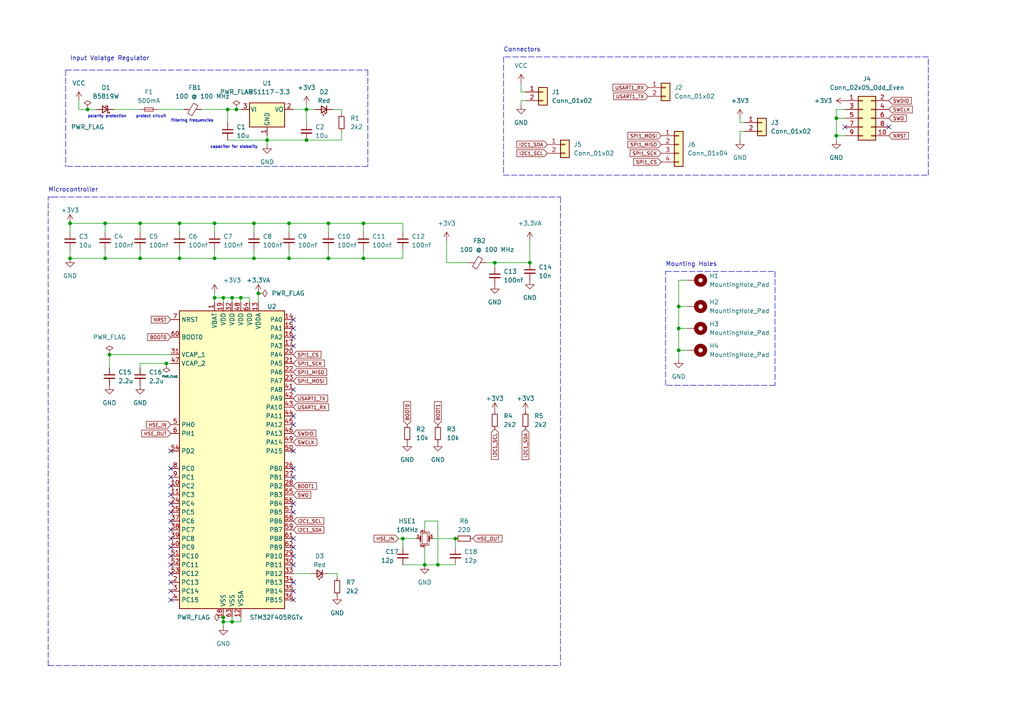
<source format=kicad_sch>
(kicad_sch (version 20211123) (generator eeschema)

  (uuid 15b13690-b3f9-40e7-ab00-8a39a092ad61)

  (paper "A4")

  (lib_symbols
    (symbol "Connector_Generic:Conn_01x02" (pin_names (offset 1.016) hide) (in_bom yes) (on_board yes)
      (property "Reference" "J" (id 0) (at 0 2.54 0)
        (effects (font (size 1.27 1.27)))
      )
      (property "Value" "Conn_01x02" (id 1) (at 0 -5.08 0)
        (effects (font (size 1.27 1.27)))
      )
      (property "Footprint" "" (id 2) (at 0 0 0)
        (effects (font (size 1.27 1.27)) hide)
      )
      (property "Datasheet" "~" (id 3) (at 0 0 0)
        (effects (font (size 1.27 1.27)) hide)
      )
      (property "ki_keywords" "connector" (id 4) (at 0 0 0)
        (effects (font (size 1.27 1.27)) hide)
      )
      (property "ki_description" "Generic connector, single row, 01x02, script generated (kicad-library-utils/schlib/autogen/connector/)" (id 5) (at 0 0 0)
        (effects (font (size 1.27 1.27)) hide)
      )
      (property "ki_fp_filters" "Connector*:*_1x??_*" (id 6) (at 0 0 0)
        (effects (font (size 1.27 1.27)) hide)
      )
      (symbol "Conn_01x02_1_1"
        (rectangle (start -1.27 -2.413) (end 0 -2.667)
          (stroke (width 0.1524) (type default) (color 0 0 0 0))
          (fill (type none))
        )
        (rectangle (start -1.27 0.127) (end 0 -0.127)
          (stroke (width 0.1524) (type default) (color 0 0 0 0))
          (fill (type none))
        )
        (rectangle (start -1.27 1.27) (end 1.27 -3.81)
          (stroke (width 0.254) (type default) (color 0 0 0 0))
          (fill (type background))
        )
        (pin passive line (at -5.08 0 0) (length 3.81)
          (name "Pin_1" (effects (font (size 1.27 1.27))))
          (number "1" (effects (font (size 1.27 1.27))))
        )
        (pin passive line (at -5.08 -2.54 0) (length 3.81)
          (name "Pin_2" (effects (font (size 1.27 1.27))))
          (number "2" (effects (font (size 1.27 1.27))))
        )
      )
    )
    (symbol "Connector_Generic:Conn_01x04" (pin_names (offset 1.016) hide) (in_bom yes) (on_board yes)
      (property "Reference" "J" (id 0) (at 0 5.08 0)
        (effects (font (size 1.27 1.27)))
      )
      (property "Value" "Conn_01x04" (id 1) (at 0 -7.62 0)
        (effects (font (size 1.27 1.27)))
      )
      (property "Footprint" "" (id 2) (at 0 0 0)
        (effects (font (size 1.27 1.27)) hide)
      )
      (property "Datasheet" "~" (id 3) (at 0 0 0)
        (effects (font (size 1.27 1.27)) hide)
      )
      (property "ki_keywords" "connector" (id 4) (at 0 0 0)
        (effects (font (size 1.27 1.27)) hide)
      )
      (property "ki_description" "Generic connector, single row, 01x04, script generated (kicad-library-utils/schlib/autogen/connector/)" (id 5) (at 0 0 0)
        (effects (font (size 1.27 1.27)) hide)
      )
      (property "ki_fp_filters" "Connector*:*_1x??_*" (id 6) (at 0 0 0)
        (effects (font (size 1.27 1.27)) hide)
      )
      (symbol "Conn_01x04_1_1"
        (rectangle (start -1.27 -4.953) (end 0 -5.207)
          (stroke (width 0.1524) (type default) (color 0 0 0 0))
          (fill (type none))
        )
        (rectangle (start -1.27 -2.413) (end 0 -2.667)
          (stroke (width 0.1524) (type default) (color 0 0 0 0))
          (fill (type none))
        )
        (rectangle (start -1.27 0.127) (end 0 -0.127)
          (stroke (width 0.1524) (type default) (color 0 0 0 0))
          (fill (type none))
        )
        (rectangle (start -1.27 2.667) (end 0 2.413)
          (stroke (width 0.1524) (type default) (color 0 0 0 0))
          (fill (type none))
        )
        (rectangle (start -1.27 3.81) (end 1.27 -6.35)
          (stroke (width 0.254) (type default) (color 0 0 0 0))
          (fill (type background))
        )
        (pin passive line (at -5.08 2.54 0) (length 3.81)
          (name "Pin_1" (effects (font (size 1.27 1.27))))
          (number "1" (effects (font (size 1.27 1.27))))
        )
        (pin passive line (at -5.08 0 0) (length 3.81)
          (name "Pin_2" (effects (font (size 1.27 1.27))))
          (number "2" (effects (font (size 1.27 1.27))))
        )
        (pin passive line (at -5.08 -2.54 0) (length 3.81)
          (name "Pin_3" (effects (font (size 1.27 1.27))))
          (number "3" (effects (font (size 1.27 1.27))))
        )
        (pin passive line (at -5.08 -5.08 0) (length 3.81)
          (name "Pin_4" (effects (font (size 1.27 1.27))))
          (number "4" (effects (font (size 1.27 1.27))))
        )
      )
    )
    (symbol "Connector_Generic:Conn_02x05_Odd_Even" (pin_names (offset 1.016) hide) (in_bom yes) (on_board yes)
      (property "Reference" "J" (id 0) (at 1.27 7.62 0)
        (effects (font (size 1.27 1.27)))
      )
      (property "Value" "Conn_02x05_Odd_Even" (id 1) (at 1.27 -7.62 0)
        (effects (font (size 1.27 1.27)))
      )
      (property "Footprint" "" (id 2) (at 0 0 0)
        (effects (font (size 1.27 1.27)) hide)
      )
      (property "Datasheet" "~" (id 3) (at 0 0 0)
        (effects (font (size 1.27 1.27)) hide)
      )
      (property "ki_keywords" "connector" (id 4) (at 0 0 0)
        (effects (font (size 1.27 1.27)) hide)
      )
      (property "ki_description" "Generic connector, double row, 02x05, odd/even pin numbering scheme (row 1 odd numbers, row 2 even numbers), script generated (kicad-library-utils/schlib/autogen/connector/)" (id 5) (at 0 0 0)
        (effects (font (size 1.27 1.27)) hide)
      )
      (property "ki_fp_filters" "Connector*:*_2x??_*" (id 6) (at 0 0 0)
        (effects (font (size 1.27 1.27)) hide)
      )
      (symbol "Conn_02x05_Odd_Even_1_1"
        (rectangle (start -1.27 -4.953) (end 0 -5.207)
          (stroke (width 0.1524) (type default) (color 0 0 0 0))
          (fill (type none))
        )
        (rectangle (start -1.27 -2.413) (end 0 -2.667)
          (stroke (width 0.1524) (type default) (color 0 0 0 0))
          (fill (type none))
        )
        (rectangle (start -1.27 0.127) (end 0 -0.127)
          (stroke (width 0.1524) (type default) (color 0 0 0 0))
          (fill (type none))
        )
        (rectangle (start -1.27 2.667) (end 0 2.413)
          (stroke (width 0.1524) (type default) (color 0 0 0 0))
          (fill (type none))
        )
        (rectangle (start -1.27 5.207) (end 0 4.953)
          (stroke (width 0.1524) (type default) (color 0 0 0 0))
          (fill (type none))
        )
        (rectangle (start -1.27 6.35) (end 3.81 -6.35)
          (stroke (width 0.254) (type default) (color 0 0 0 0))
          (fill (type background))
        )
        (rectangle (start 3.81 -4.953) (end 2.54 -5.207)
          (stroke (width 0.1524) (type default) (color 0 0 0 0))
          (fill (type none))
        )
        (rectangle (start 3.81 -2.413) (end 2.54 -2.667)
          (stroke (width 0.1524) (type default) (color 0 0 0 0))
          (fill (type none))
        )
        (rectangle (start 3.81 0.127) (end 2.54 -0.127)
          (stroke (width 0.1524) (type default) (color 0 0 0 0))
          (fill (type none))
        )
        (rectangle (start 3.81 2.667) (end 2.54 2.413)
          (stroke (width 0.1524) (type default) (color 0 0 0 0))
          (fill (type none))
        )
        (rectangle (start 3.81 5.207) (end 2.54 4.953)
          (stroke (width 0.1524) (type default) (color 0 0 0 0))
          (fill (type none))
        )
        (pin passive line (at -5.08 5.08 0) (length 3.81)
          (name "Pin_1" (effects (font (size 1.27 1.27))))
          (number "1" (effects (font (size 1.27 1.27))))
        )
        (pin passive line (at 7.62 -5.08 180) (length 3.81)
          (name "Pin_10" (effects (font (size 1.27 1.27))))
          (number "10" (effects (font (size 1.27 1.27))))
        )
        (pin passive line (at 7.62 5.08 180) (length 3.81)
          (name "Pin_2" (effects (font (size 1.27 1.27))))
          (number "2" (effects (font (size 1.27 1.27))))
        )
        (pin passive line (at -5.08 2.54 0) (length 3.81)
          (name "Pin_3" (effects (font (size 1.27 1.27))))
          (number "3" (effects (font (size 1.27 1.27))))
        )
        (pin passive line (at 7.62 2.54 180) (length 3.81)
          (name "Pin_4" (effects (font (size 1.27 1.27))))
          (number "4" (effects (font (size 1.27 1.27))))
        )
        (pin passive line (at -5.08 0 0) (length 3.81)
          (name "Pin_5" (effects (font (size 1.27 1.27))))
          (number "5" (effects (font (size 1.27 1.27))))
        )
        (pin passive line (at 7.62 0 180) (length 3.81)
          (name "Pin_6" (effects (font (size 1.27 1.27))))
          (number "6" (effects (font (size 1.27 1.27))))
        )
        (pin passive line (at -5.08 -2.54 0) (length 3.81)
          (name "Pin_7" (effects (font (size 1.27 1.27))))
          (number "7" (effects (font (size 1.27 1.27))))
        )
        (pin passive line (at 7.62 -2.54 180) (length 3.81)
          (name "Pin_8" (effects (font (size 1.27 1.27))))
          (number "8" (effects (font (size 1.27 1.27))))
        )
        (pin passive line (at -5.08 -5.08 0) (length 3.81)
          (name "Pin_9" (effects (font (size 1.27 1.27))))
          (number "9" (effects (font (size 1.27 1.27))))
        )
      )
    )
    (symbol "Device:C_Small" (pin_numbers hide) (pin_names (offset 0.254) hide) (in_bom yes) (on_board yes)
      (property "Reference" "C" (id 0) (at 0.254 1.778 0)
        (effects (font (size 1.27 1.27)) (justify left))
      )
      (property "Value" "C_Small" (id 1) (at 0.254 -2.032 0)
        (effects (font (size 1.27 1.27)) (justify left))
      )
      (property "Footprint" "" (id 2) (at 0 0 0)
        (effects (font (size 1.27 1.27)) hide)
      )
      (property "Datasheet" "~" (id 3) (at 0 0 0)
        (effects (font (size 1.27 1.27)) hide)
      )
      (property "ki_keywords" "capacitor cap" (id 4) (at 0 0 0)
        (effects (font (size 1.27 1.27)) hide)
      )
      (property "ki_description" "Unpolarized capacitor, small symbol" (id 5) (at 0 0 0)
        (effects (font (size 1.27 1.27)) hide)
      )
      (property "ki_fp_filters" "C_*" (id 6) (at 0 0 0)
        (effects (font (size 1.27 1.27)) hide)
      )
      (symbol "C_Small_0_1"
        (polyline
          (pts
            (xy -1.524 -0.508)
            (xy 1.524 -0.508)
          )
          (stroke (width 0.3302) (type default) (color 0 0 0 0))
          (fill (type none))
        )
        (polyline
          (pts
            (xy -1.524 0.508)
            (xy 1.524 0.508)
          )
          (stroke (width 0.3048) (type default) (color 0 0 0 0))
          (fill (type none))
        )
      )
      (symbol "C_Small_1_1"
        (pin passive line (at 0 2.54 270) (length 2.032)
          (name "~" (effects (font (size 1.27 1.27))))
          (number "1" (effects (font (size 1.27 1.27))))
        )
        (pin passive line (at 0 -2.54 90) (length 2.032)
          (name "~" (effects (font (size 1.27 1.27))))
          (number "2" (effects (font (size 1.27 1.27))))
        )
      )
    )
    (symbol "Device:Crystal_GND24_Small" (pin_names (offset 1.016) hide) (in_bom yes) (on_board yes)
      (property "Reference" "Y" (id 0) (at 1.27 4.445 0)
        (effects (font (size 1.27 1.27)) (justify left))
      )
      (property "Value" "Crystal_GND24_Small" (id 1) (at 1.27 2.54 0)
        (effects (font (size 1.27 1.27)) (justify left))
      )
      (property "Footprint" "" (id 2) (at 0 0 0)
        (effects (font (size 1.27 1.27)) hide)
      )
      (property "Datasheet" "~" (id 3) (at 0 0 0)
        (effects (font (size 1.27 1.27)) hide)
      )
      (property "ki_keywords" "quartz ceramic resonator oscillator" (id 4) (at 0 0 0)
        (effects (font (size 1.27 1.27)) hide)
      )
      (property "ki_description" "Four pin crystal, GND on pins 2 and 4, small symbol" (id 5) (at 0 0 0)
        (effects (font (size 1.27 1.27)) hide)
      )
      (property "ki_fp_filters" "Crystal*" (id 6) (at 0 0 0)
        (effects (font (size 1.27 1.27)) hide)
      )
      (symbol "Crystal_GND24_Small_0_1"
        (rectangle (start -0.762 -1.524) (end 0.762 1.524)
          (stroke (width 0) (type default) (color 0 0 0 0))
          (fill (type none))
        )
        (polyline
          (pts
            (xy -1.27 -0.762)
            (xy -1.27 0.762)
          )
          (stroke (width 0.381) (type default) (color 0 0 0 0))
          (fill (type none))
        )
        (polyline
          (pts
            (xy 1.27 -0.762)
            (xy 1.27 0.762)
          )
          (stroke (width 0.381) (type default) (color 0 0 0 0))
          (fill (type none))
        )
        (polyline
          (pts
            (xy -1.27 -1.27)
            (xy -1.27 -1.905)
            (xy 1.27 -1.905)
            (xy 1.27 -1.27)
          )
          (stroke (width 0) (type default) (color 0 0 0 0))
          (fill (type none))
        )
        (polyline
          (pts
            (xy -1.27 1.27)
            (xy -1.27 1.905)
            (xy 1.27 1.905)
            (xy 1.27 1.27)
          )
          (stroke (width 0) (type default) (color 0 0 0 0))
          (fill (type none))
        )
      )
      (symbol "Crystal_GND24_Small_1_1"
        (pin passive line (at -2.54 0 0) (length 1.27)
          (name "1" (effects (font (size 1.27 1.27))))
          (number "1" (effects (font (size 0.762 0.762))))
        )
        (pin passive line (at 0 -2.54 90) (length 0.635)
          (name "2" (effects (font (size 1.27 1.27))))
          (number "2" (effects (font (size 0.762 0.762))))
        )
        (pin passive line (at 2.54 0 180) (length 1.27)
          (name "3" (effects (font (size 1.27 1.27))))
          (number "3" (effects (font (size 0.762 0.762))))
        )
        (pin passive line (at 0 2.54 270) (length 0.635)
          (name "4" (effects (font (size 1.27 1.27))))
          (number "4" (effects (font (size 0.762 0.762))))
        )
      )
    )
    (symbol "Device:D_Schottky_Small" (pin_numbers hide) (pin_names (offset 0.254) hide) (in_bom yes) (on_board yes)
      (property "Reference" "D" (id 0) (at -1.27 2.032 0)
        (effects (font (size 1.27 1.27)) (justify left))
      )
      (property "Value" "D_Schottky_Small" (id 1) (at -7.112 -2.032 0)
        (effects (font (size 1.27 1.27)) (justify left))
      )
      (property "Footprint" "" (id 2) (at 0 0 90)
        (effects (font (size 1.27 1.27)) hide)
      )
      (property "Datasheet" "~" (id 3) (at 0 0 90)
        (effects (font (size 1.27 1.27)) hide)
      )
      (property "ki_keywords" "diode Schottky" (id 4) (at 0 0 0)
        (effects (font (size 1.27 1.27)) hide)
      )
      (property "ki_description" "Schottky diode, small symbol" (id 5) (at 0 0 0)
        (effects (font (size 1.27 1.27)) hide)
      )
      (property "ki_fp_filters" "TO-???* *_Diode_* *SingleDiode* D_*" (id 6) (at 0 0 0)
        (effects (font (size 1.27 1.27)) hide)
      )
      (symbol "D_Schottky_Small_0_1"
        (polyline
          (pts
            (xy -0.762 0)
            (xy 0.762 0)
          )
          (stroke (width 0) (type default) (color 0 0 0 0))
          (fill (type none))
        )
        (polyline
          (pts
            (xy 0.762 -1.016)
            (xy -0.762 0)
            (xy 0.762 1.016)
            (xy 0.762 -1.016)
          )
          (stroke (width 0.254) (type default) (color 0 0 0 0))
          (fill (type none))
        )
        (polyline
          (pts
            (xy -1.27 0.762)
            (xy -1.27 1.016)
            (xy -0.762 1.016)
            (xy -0.762 -1.016)
            (xy -0.254 -1.016)
            (xy -0.254 -0.762)
          )
          (stroke (width 0.254) (type default) (color 0 0 0 0))
          (fill (type none))
        )
      )
      (symbol "D_Schottky_Small_1_1"
        (pin passive line (at -2.54 0 0) (length 1.778)
          (name "K" (effects (font (size 1.27 1.27))))
          (number "1" (effects (font (size 1.27 1.27))))
        )
        (pin passive line (at 2.54 0 180) (length 1.778)
          (name "A" (effects (font (size 1.27 1.27))))
          (number "2" (effects (font (size 1.27 1.27))))
        )
      )
    )
    (symbol "Device:FerriteBead_Small" (pin_numbers hide) (pin_names (offset 0)) (in_bom yes) (on_board yes)
      (property "Reference" "FB" (id 0) (at 1.905 1.27 0)
        (effects (font (size 1.27 1.27)) (justify left))
      )
      (property "Value" "FerriteBead_Small" (id 1) (at 1.905 -1.27 0)
        (effects (font (size 1.27 1.27)) (justify left))
      )
      (property "Footprint" "" (id 2) (at -1.778 0 90)
        (effects (font (size 1.27 1.27)) hide)
      )
      (property "Datasheet" "~" (id 3) (at 0 0 0)
        (effects (font (size 1.27 1.27)) hide)
      )
      (property "ki_keywords" "L ferrite bead inductor filter" (id 4) (at 0 0 0)
        (effects (font (size 1.27 1.27)) hide)
      )
      (property "ki_description" "Ferrite bead, small symbol" (id 5) (at 0 0 0)
        (effects (font (size 1.27 1.27)) hide)
      )
      (property "ki_fp_filters" "Inductor_* L_* *Ferrite*" (id 6) (at 0 0 0)
        (effects (font (size 1.27 1.27)) hide)
      )
      (symbol "FerriteBead_Small_0_1"
        (polyline
          (pts
            (xy 0 -1.27)
            (xy 0 -0.7874)
          )
          (stroke (width 0) (type default) (color 0 0 0 0))
          (fill (type none))
        )
        (polyline
          (pts
            (xy 0 0.889)
            (xy 0 1.2954)
          )
          (stroke (width 0) (type default) (color 0 0 0 0))
          (fill (type none))
        )
        (polyline
          (pts
            (xy -1.8288 0.2794)
            (xy -1.1176 1.4986)
            (xy 1.8288 -0.2032)
            (xy 1.1176 -1.4224)
            (xy -1.8288 0.2794)
          )
          (stroke (width 0) (type default) (color 0 0 0 0))
          (fill (type none))
        )
      )
      (symbol "FerriteBead_Small_1_1"
        (pin passive line (at 0 2.54 270) (length 1.27)
          (name "~" (effects (font (size 1.27 1.27))))
          (number "1" (effects (font (size 1.27 1.27))))
        )
        (pin passive line (at 0 -2.54 90) (length 1.27)
          (name "~" (effects (font (size 1.27 1.27))))
          (number "2" (effects (font (size 1.27 1.27))))
        )
      )
    )
    (symbol "Device:Fuse_Small" (pin_numbers hide) (pin_names (offset 0.254) hide) (in_bom yes) (on_board yes)
      (property "Reference" "F" (id 0) (at 0 -1.524 0)
        (effects (font (size 1.27 1.27)))
      )
      (property "Value" "Fuse_Small" (id 1) (at 0 1.524 0)
        (effects (font (size 1.27 1.27)))
      )
      (property "Footprint" "" (id 2) (at 0 0 0)
        (effects (font (size 1.27 1.27)) hide)
      )
      (property "Datasheet" "~" (id 3) (at 0 0 0)
        (effects (font (size 1.27 1.27)) hide)
      )
      (property "ki_keywords" "fuse" (id 4) (at 0 0 0)
        (effects (font (size 1.27 1.27)) hide)
      )
      (property "ki_description" "Fuse, small symbol" (id 5) (at 0 0 0)
        (effects (font (size 1.27 1.27)) hide)
      )
      (property "ki_fp_filters" "SM*" (id 6) (at 0 0 0)
        (effects (font (size 1.27 1.27)) hide)
      )
      (symbol "Fuse_Small_0_1"
        (rectangle (start -1.27 0.508) (end 1.27 -0.508)
          (stroke (width 0) (type default) (color 0 0 0 0))
          (fill (type none))
        )
        (polyline
          (pts
            (xy -1.27 0)
            (xy 1.27 0)
          )
          (stroke (width 0) (type default) (color 0 0 0 0))
          (fill (type none))
        )
      )
      (symbol "Fuse_Small_1_1"
        (pin passive line (at -2.54 0 0) (length 1.27)
          (name "~" (effects (font (size 1.27 1.27))))
          (number "1" (effects (font (size 1.27 1.27))))
        )
        (pin passive line (at 2.54 0 180) (length 1.27)
          (name "~" (effects (font (size 1.27 1.27))))
          (number "2" (effects (font (size 1.27 1.27))))
        )
      )
    )
    (symbol "Device:LED_Small" (pin_numbers hide) (pin_names (offset 0.254) hide) (in_bom yes) (on_board yes)
      (property "Reference" "D" (id 0) (at -1.27 3.175 0)
        (effects (font (size 1.27 1.27)) (justify left))
      )
      (property "Value" "LED_Small" (id 1) (at -4.445 -2.54 0)
        (effects (font (size 1.27 1.27)) (justify left))
      )
      (property "Footprint" "" (id 2) (at 0 0 90)
        (effects (font (size 1.27 1.27)) hide)
      )
      (property "Datasheet" "~" (id 3) (at 0 0 90)
        (effects (font (size 1.27 1.27)) hide)
      )
      (property "ki_keywords" "LED diode light-emitting-diode" (id 4) (at 0 0 0)
        (effects (font (size 1.27 1.27)) hide)
      )
      (property "ki_description" "Light emitting diode, small symbol" (id 5) (at 0 0 0)
        (effects (font (size 1.27 1.27)) hide)
      )
      (property "ki_fp_filters" "LED* LED_SMD:* LED_THT:*" (id 6) (at 0 0 0)
        (effects (font (size 1.27 1.27)) hide)
      )
      (symbol "LED_Small_0_1"
        (polyline
          (pts
            (xy -0.762 -1.016)
            (xy -0.762 1.016)
          )
          (stroke (width 0.254) (type default) (color 0 0 0 0))
          (fill (type none))
        )
        (polyline
          (pts
            (xy 1.016 0)
            (xy -0.762 0)
          )
          (stroke (width 0) (type default) (color 0 0 0 0))
          (fill (type none))
        )
        (polyline
          (pts
            (xy 0.762 -1.016)
            (xy -0.762 0)
            (xy 0.762 1.016)
            (xy 0.762 -1.016)
          )
          (stroke (width 0.254) (type default) (color 0 0 0 0))
          (fill (type none))
        )
        (polyline
          (pts
            (xy 0 0.762)
            (xy -0.508 1.27)
            (xy -0.254 1.27)
            (xy -0.508 1.27)
            (xy -0.508 1.016)
          )
          (stroke (width 0) (type default) (color 0 0 0 0))
          (fill (type none))
        )
        (polyline
          (pts
            (xy 0.508 1.27)
            (xy 0 1.778)
            (xy 0.254 1.778)
            (xy 0 1.778)
            (xy 0 1.524)
          )
          (stroke (width 0) (type default) (color 0 0 0 0))
          (fill (type none))
        )
      )
      (symbol "LED_Small_1_1"
        (pin passive line (at -2.54 0 0) (length 1.778)
          (name "K" (effects (font (size 1.27 1.27))))
          (number "1" (effects (font (size 1.27 1.27))))
        )
        (pin passive line (at 2.54 0 180) (length 1.778)
          (name "A" (effects (font (size 1.27 1.27))))
          (number "2" (effects (font (size 1.27 1.27))))
        )
      )
    )
    (symbol "Device:R_Small" (pin_numbers hide) (pin_names (offset 0.254) hide) (in_bom yes) (on_board yes)
      (property "Reference" "R" (id 0) (at 0.762 0.508 0)
        (effects (font (size 1.27 1.27)) (justify left))
      )
      (property "Value" "R_Small" (id 1) (at 0.762 -1.016 0)
        (effects (font (size 1.27 1.27)) (justify left))
      )
      (property "Footprint" "" (id 2) (at 0 0 0)
        (effects (font (size 1.27 1.27)) hide)
      )
      (property "Datasheet" "~" (id 3) (at 0 0 0)
        (effects (font (size 1.27 1.27)) hide)
      )
      (property "ki_keywords" "R resistor" (id 4) (at 0 0 0)
        (effects (font (size 1.27 1.27)) hide)
      )
      (property "ki_description" "Resistor, small symbol" (id 5) (at 0 0 0)
        (effects (font (size 1.27 1.27)) hide)
      )
      (property "ki_fp_filters" "R_*" (id 6) (at 0 0 0)
        (effects (font (size 1.27 1.27)) hide)
      )
      (symbol "R_Small_0_1"
        (rectangle (start -0.762 1.778) (end 0.762 -1.778)
          (stroke (width 0.2032) (type default) (color 0 0 0 0))
          (fill (type none))
        )
      )
      (symbol "R_Small_1_1"
        (pin passive line (at 0 2.54 270) (length 0.762)
          (name "~" (effects (font (size 1.27 1.27))))
          (number "1" (effects (font (size 1.27 1.27))))
        )
        (pin passive line (at 0 -2.54 90) (length 0.762)
          (name "~" (effects (font (size 1.27 1.27))))
          (number "2" (effects (font (size 1.27 1.27))))
        )
      )
    )
    (symbol "MCU_ST_STM32F4:STM32F405RGTx" (in_bom yes) (on_board yes)
      (property "Reference" "U" (id 0) (at -15.24 44.45 0)
        (effects (font (size 1.27 1.27)) (justify left))
      )
      (property "Value" "STM32F405RGTx" (id 1) (at 10.16 44.45 0)
        (effects (font (size 1.27 1.27)) (justify left))
      )
      (property "Footprint" "Package_QFP:LQFP-64_10x10mm_P0.5mm" (id 2) (at -15.24 -43.18 0)
        (effects (font (size 1.27 1.27)) (justify right) hide)
      )
      (property "Datasheet" "http://www.st.com/st-web-ui/static/active/en/resource/technical/document/datasheet/DM00037051.pdf" (id 3) (at 0 0 0)
        (effects (font (size 1.27 1.27)) hide)
      )
      (property "ki_keywords" "ARM Cortex-M4 STM32F4 STM32F405/415" (id 4) (at 0 0 0)
        (effects (font (size 1.27 1.27)) hide)
      )
      (property "ki_description" "ARM Cortex-M4 MCU, 1024KB flash, 128KB RAM, 168MHz, 1.8-3.6V, 51 GPIO, LQFP-64" (id 5) (at 0 0 0)
        (effects (font (size 1.27 1.27)) hide)
      )
      (property "ki_fp_filters" "LQFP*10x10mm*P0.5mm*" (id 6) (at 0 0 0)
        (effects (font (size 1.27 1.27)) hide)
      )
      (symbol "STM32F405RGTx_0_1"
        (rectangle (start -15.24 -43.18) (end 15.24 43.18)
          (stroke (width 0.254) (type default) (color 0 0 0 0))
          (fill (type background))
        )
      )
      (symbol "STM32F405RGTx_1_1"
        (pin power_in line (at -5.08 45.72 270) (length 2.54)
          (name "VBAT" (effects (font (size 1.27 1.27))))
          (number "1" (effects (font (size 1.27 1.27))))
        )
        (pin bidirectional line (at -17.78 -7.62 0) (length 2.54)
          (name "PC2" (effects (font (size 1.27 1.27))))
          (number "10" (effects (font (size 1.27 1.27))))
        )
        (pin bidirectional line (at -17.78 -10.16 0) (length 2.54)
          (name "PC3" (effects (font (size 1.27 1.27))))
          (number "11" (effects (font (size 1.27 1.27))))
        )
        (pin power_in line (at 2.54 -45.72 90) (length 2.54)
          (name "VSSA" (effects (font (size 1.27 1.27))))
          (number "12" (effects (font (size 1.27 1.27))))
        )
        (pin power_in line (at 7.62 45.72 270) (length 2.54)
          (name "VDDA" (effects (font (size 1.27 1.27))))
          (number "13" (effects (font (size 1.27 1.27))))
        )
        (pin bidirectional line (at 17.78 40.64 180) (length 2.54)
          (name "PA0" (effects (font (size 1.27 1.27))))
          (number "14" (effects (font (size 1.27 1.27))))
        )
        (pin bidirectional line (at 17.78 38.1 180) (length 2.54)
          (name "PA1" (effects (font (size 1.27 1.27))))
          (number "15" (effects (font (size 1.27 1.27))))
        )
        (pin bidirectional line (at 17.78 35.56 180) (length 2.54)
          (name "PA2" (effects (font (size 1.27 1.27))))
          (number "16" (effects (font (size 1.27 1.27))))
        )
        (pin bidirectional line (at 17.78 33.02 180) (length 2.54)
          (name "PA3" (effects (font (size 1.27 1.27))))
          (number "17" (effects (font (size 1.27 1.27))))
        )
        (pin power_in line (at -2.54 -45.72 90) (length 2.54)
          (name "VSS" (effects (font (size 1.27 1.27))))
          (number "18" (effects (font (size 1.27 1.27))))
        )
        (pin power_in line (at -2.54 45.72 270) (length 2.54)
          (name "VDD" (effects (font (size 1.27 1.27))))
          (number "19" (effects (font (size 1.27 1.27))))
        )
        (pin bidirectional line (at -17.78 -35.56 0) (length 2.54)
          (name "PC13" (effects (font (size 1.27 1.27))))
          (number "2" (effects (font (size 1.27 1.27))))
        )
        (pin bidirectional line (at 17.78 30.48 180) (length 2.54)
          (name "PA4" (effects (font (size 1.27 1.27))))
          (number "20" (effects (font (size 1.27 1.27))))
        )
        (pin bidirectional line (at 17.78 27.94 180) (length 2.54)
          (name "PA5" (effects (font (size 1.27 1.27))))
          (number "21" (effects (font (size 1.27 1.27))))
        )
        (pin bidirectional line (at 17.78 25.4 180) (length 2.54)
          (name "PA6" (effects (font (size 1.27 1.27))))
          (number "22" (effects (font (size 1.27 1.27))))
        )
        (pin bidirectional line (at 17.78 22.86 180) (length 2.54)
          (name "PA7" (effects (font (size 1.27 1.27))))
          (number "23" (effects (font (size 1.27 1.27))))
        )
        (pin bidirectional line (at -17.78 -12.7 0) (length 2.54)
          (name "PC4" (effects (font (size 1.27 1.27))))
          (number "24" (effects (font (size 1.27 1.27))))
        )
        (pin bidirectional line (at -17.78 -15.24 0) (length 2.54)
          (name "PC5" (effects (font (size 1.27 1.27))))
          (number "25" (effects (font (size 1.27 1.27))))
        )
        (pin bidirectional line (at 17.78 -2.54 180) (length 2.54)
          (name "PB0" (effects (font (size 1.27 1.27))))
          (number "26" (effects (font (size 1.27 1.27))))
        )
        (pin bidirectional line (at 17.78 -5.08 180) (length 2.54)
          (name "PB1" (effects (font (size 1.27 1.27))))
          (number "27" (effects (font (size 1.27 1.27))))
        )
        (pin bidirectional line (at 17.78 -7.62 180) (length 2.54)
          (name "PB2" (effects (font (size 1.27 1.27))))
          (number "28" (effects (font (size 1.27 1.27))))
        )
        (pin bidirectional line (at 17.78 -27.94 180) (length 2.54)
          (name "PB10" (effects (font (size 1.27 1.27))))
          (number "29" (effects (font (size 1.27 1.27))))
        )
        (pin bidirectional line (at -17.78 -38.1 0) (length 2.54)
          (name "PC14" (effects (font (size 1.27 1.27))))
          (number "3" (effects (font (size 1.27 1.27))))
        )
        (pin bidirectional line (at 17.78 -30.48 180) (length 2.54)
          (name "PB11" (effects (font (size 1.27 1.27))))
          (number "30" (effects (font (size 1.27 1.27))))
        )
        (pin power_in line (at -17.78 30.48 0) (length 2.54)
          (name "VCAP_1" (effects (font (size 1.27 1.27))))
          (number "31" (effects (font (size 1.27 1.27))))
        )
        (pin power_in line (at 0 45.72 270) (length 2.54)
          (name "VDD" (effects (font (size 1.27 1.27))))
          (number "32" (effects (font (size 1.27 1.27))))
        )
        (pin bidirectional line (at 17.78 -33.02 180) (length 2.54)
          (name "PB12" (effects (font (size 1.27 1.27))))
          (number "33" (effects (font (size 1.27 1.27))))
        )
        (pin bidirectional line (at 17.78 -35.56 180) (length 2.54)
          (name "PB13" (effects (font (size 1.27 1.27))))
          (number "34" (effects (font (size 1.27 1.27))))
        )
        (pin bidirectional line (at 17.78 -38.1 180) (length 2.54)
          (name "PB14" (effects (font (size 1.27 1.27))))
          (number "35" (effects (font (size 1.27 1.27))))
        )
        (pin bidirectional line (at 17.78 -40.64 180) (length 2.54)
          (name "PB15" (effects (font (size 1.27 1.27))))
          (number "36" (effects (font (size 1.27 1.27))))
        )
        (pin bidirectional line (at -17.78 -17.78 0) (length 2.54)
          (name "PC6" (effects (font (size 1.27 1.27))))
          (number "37" (effects (font (size 1.27 1.27))))
        )
        (pin bidirectional line (at -17.78 -20.32 0) (length 2.54)
          (name "PC7" (effects (font (size 1.27 1.27))))
          (number "38" (effects (font (size 1.27 1.27))))
        )
        (pin bidirectional line (at -17.78 -22.86 0) (length 2.54)
          (name "PC8" (effects (font (size 1.27 1.27))))
          (number "39" (effects (font (size 1.27 1.27))))
        )
        (pin bidirectional line (at -17.78 -40.64 0) (length 2.54)
          (name "PC15" (effects (font (size 1.27 1.27))))
          (number "4" (effects (font (size 1.27 1.27))))
        )
        (pin bidirectional line (at -17.78 -25.4 0) (length 2.54)
          (name "PC9" (effects (font (size 1.27 1.27))))
          (number "40" (effects (font (size 1.27 1.27))))
        )
        (pin bidirectional line (at 17.78 20.32 180) (length 2.54)
          (name "PA8" (effects (font (size 1.27 1.27))))
          (number "41" (effects (font (size 1.27 1.27))))
        )
        (pin bidirectional line (at 17.78 17.78 180) (length 2.54)
          (name "PA9" (effects (font (size 1.27 1.27))))
          (number "42" (effects (font (size 1.27 1.27))))
        )
        (pin bidirectional line (at 17.78 15.24 180) (length 2.54)
          (name "PA10" (effects (font (size 1.27 1.27))))
          (number "43" (effects (font (size 1.27 1.27))))
        )
        (pin bidirectional line (at 17.78 12.7 180) (length 2.54)
          (name "PA11" (effects (font (size 1.27 1.27))))
          (number "44" (effects (font (size 1.27 1.27))))
        )
        (pin bidirectional line (at 17.78 10.16 180) (length 2.54)
          (name "PA12" (effects (font (size 1.27 1.27))))
          (number "45" (effects (font (size 1.27 1.27))))
        )
        (pin bidirectional line (at 17.78 7.62 180) (length 2.54)
          (name "PA13" (effects (font (size 1.27 1.27))))
          (number "46" (effects (font (size 1.27 1.27))))
        )
        (pin power_in line (at -17.78 27.94 0) (length 2.54)
          (name "VCAP_2" (effects (font (size 1.27 1.27))))
          (number "47" (effects (font (size 1.27 1.27))))
        )
        (pin power_in line (at 2.54 45.72 270) (length 2.54)
          (name "VDD" (effects (font (size 1.27 1.27))))
          (number "48" (effects (font (size 1.27 1.27))))
        )
        (pin bidirectional line (at 17.78 5.08 180) (length 2.54)
          (name "PA14" (effects (font (size 1.27 1.27))))
          (number "49" (effects (font (size 1.27 1.27))))
        )
        (pin input line (at -17.78 10.16 0) (length 2.54)
          (name "PH0" (effects (font (size 1.27 1.27))))
          (number "5" (effects (font (size 1.27 1.27))))
        )
        (pin bidirectional line (at 17.78 2.54 180) (length 2.54)
          (name "PA15" (effects (font (size 1.27 1.27))))
          (number "50" (effects (font (size 1.27 1.27))))
        )
        (pin bidirectional line (at -17.78 -27.94 0) (length 2.54)
          (name "PC10" (effects (font (size 1.27 1.27))))
          (number "51" (effects (font (size 1.27 1.27))))
        )
        (pin bidirectional line (at -17.78 -30.48 0) (length 2.54)
          (name "PC11" (effects (font (size 1.27 1.27))))
          (number "52" (effects (font (size 1.27 1.27))))
        )
        (pin bidirectional line (at -17.78 -33.02 0) (length 2.54)
          (name "PC12" (effects (font (size 1.27 1.27))))
          (number "53" (effects (font (size 1.27 1.27))))
        )
        (pin bidirectional line (at -17.78 2.54 0) (length 2.54)
          (name "PD2" (effects (font (size 1.27 1.27))))
          (number "54" (effects (font (size 1.27 1.27))))
        )
        (pin bidirectional line (at 17.78 -10.16 180) (length 2.54)
          (name "PB3" (effects (font (size 1.27 1.27))))
          (number "55" (effects (font (size 1.27 1.27))))
        )
        (pin bidirectional line (at 17.78 -12.7 180) (length 2.54)
          (name "PB4" (effects (font (size 1.27 1.27))))
          (number "56" (effects (font (size 1.27 1.27))))
        )
        (pin bidirectional line (at 17.78 -15.24 180) (length 2.54)
          (name "PB5" (effects (font (size 1.27 1.27))))
          (number "57" (effects (font (size 1.27 1.27))))
        )
        (pin bidirectional line (at 17.78 -17.78 180) (length 2.54)
          (name "PB6" (effects (font (size 1.27 1.27))))
          (number "58" (effects (font (size 1.27 1.27))))
        )
        (pin bidirectional line (at 17.78 -20.32 180) (length 2.54)
          (name "PB7" (effects (font (size 1.27 1.27))))
          (number "59" (effects (font (size 1.27 1.27))))
        )
        (pin input line (at -17.78 7.62 0) (length 2.54)
          (name "PH1" (effects (font (size 1.27 1.27))))
          (number "6" (effects (font (size 1.27 1.27))))
        )
        (pin input line (at -17.78 35.56 0) (length 2.54)
          (name "BOOT0" (effects (font (size 1.27 1.27))))
          (number "60" (effects (font (size 1.27 1.27))))
        )
        (pin bidirectional line (at 17.78 -22.86 180) (length 2.54)
          (name "PB8" (effects (font (size 1.27 1.27))))
          (number "61" (effects (font (size 1.27 1.27))))
        )
        (pin bidirectional line (at 17.78 -25.4 180) (length 2.54)
          (name "PB9" (effects (font (size 1.27 1.27))))
          (number "62" (effects (font (size 1.27 1.27))))
        )
        (pin power_in line (at 0 -45.72 90) (length 2.54)
          (name "VSS" (effects (font (size 1.27 1.27))))
          (number "63" (effects (font (size 1.27 1.27))))
        )
        (pin power_in line (at 5.08 45.72 270) (length 2.54)
          (name "VDD" (effects (font (size 1.27 1.27))))
          (number "64" (effects (font (size 1.27 1.27))))
        )
        (pin input line (at -17.78 40.64 0) (length 2.54)
          (name "NRST" (effects (font (size 1.27 1.27))))
          (number "7" (effects (font (size 1.27 1.27))))
        )
        (pin bidirectional line (at -17.78 -2.54 0) (length 2.54)
          (name "PC0" (effects (font (size 1.27 1.27))))
          (number "8" (effects (font (size 1.27 1.27))))
        )
        (pin bidirectional line (at -17.78 -5.08 0) (length 2.54)
          (name "PC1" (effects (font (size 1.27 1.27))))
          (number "9" (effects (font (size 1.27 1.27))))
        )
      )
    )
    (symbol "Mechanical:MountingHole_Pad" (pin_numbers hide) (pin_names (offset 1.016) hide) (in_bom yes) (on_board yes)
      (property "Reference" "H" (id 0) (at 0 6.35 0)
        (effects (font (size 1.27 1.27)))
      )
      (property "Value" "MountingHole_Pad" (id 1) (at 0 4.445 0)
        (effects (font (size 1.27 1.27)))
      )
      (property "Footprint" "" (id 2) (at 0 0 0)
        (effects (font (size 1.27 1.27)) hide)
      )
      (property "Datasheet" "~" (id 3) (at 0 0 0)
        (effects (font (size 1.27 1.27)) hide)
      )
      (property "ki_keywords" "mounting hole" (id 4) (at 0 0 0)
        (effects (font (size 1.27 1.27)) hide)
      )
      (property "ki_description" "Mounting Hole with connection" (id 5) (at 0 0 0)
        (effects (font (size 1.27 1.27)) hide)
      )
      (property "ki_fp_filters" "MountingHole*Pad*" (id 6) (at 0 0 0)
        (effects (font (size 1.27 1.27)) hide)
      )
      (symbol "MountingHole_Pad_0_1"
        (circle (center 0 1.27) (radius 1.27)
          (stroke (width 1.27) (type default) (color 0 0 0 0))
          (fill (type none))
        )
      )
      (symbol "MountingHole_Pad_1_1"
        (pin input line (at 0 -2.54 90) (length 2.54)
          (name "1" (effects (font (size 1.27 1.27))))
          (number "1" (effects (font (size 1.27 1.27))))
        )
      )
    )
    (symbol "Regulator_Linear:AMS1117-3.3" (pin_names (offset 0.254)) (in_bom yes) (on_board yes)
      (property "Reference" "U" (id 0) (at -3.81 3.175 0)
        (effects (font (size 1.27 1.27)))
      )
      (property "Value" "AMS1117-3.3" (id 1) (at 0 3.175 0)
        (effects (font (size 1.27 1.27)) (justify left))
      )
      (property "Footprint" "Package_TO_SOT_SMD:SOT-223-3_TabPin2" (id 2) (at 0 5.08 0)
        (effects (font (size 1.27 1.27)) hide)
      )
      (property "Datasheet" "http://www.advanced-monolithic.com/pdf/ds1117.pdf" (id 3) (at 2.54 -6.35 0)
        (effects (font (size 1.27 1.27)) hide)
      )
      (property "ki_keywords" "linear regulator ldo fixed positive" (id 4) (at 0 0 0)
        (effects (font (size 1.27 1.27)) hide)
      )
      (property "ki_description" "1A Low Dropout regulator, positive, 3.3V fixed output, SOT-223" (id 5) (at 0 0 0)
        (effects (font (size 1.27 1.27)) hide)
      )
      (property "ki_fp_filters" "SOT?223*TabPin2*" (id 6) (at 0 0 0)
        (effects (font (size 1.27 1.27)) hide)
      )
      (symbol "AMS1117-3.3_0_1"
        (rectangle (start -5.08 -5.08) (end 5.08 1.905)
          (stroke (width 0.254) (type default) (color 0 0 0 0))
          (fill (type background))
        )
      )
      (symbol "AMS1117-3.3_1_1"
        (pin power_in line (at 0 -7.62 90) (length 2.54)
          (name "GND" (effects (font (size 1.27 1.27))))
          (number "1" (effects (font (size 1.27 1.27))))
        )
        (pin power_out line (at 7.62 0 180) (length 2.54)
          (name "VO" (effects (font (size 1.27 1.27))))
          (number "2" (effects (font (size 1.27 1.27))))
        )
        (pin power_in line (at -7.62 0 0) (length 2.54)
          (name "VI" (effects (font (size 1.27 1.27))))
          (number "3" (effects (font (size 1.27 1.27))))
        )
      )
    )
    (symbol "power:+3.3VA" (power) (pin_names (offset 0)) (in_bom yes) (on_board yes)
      (property "Reference" "#PWR" (id 0) (at 0 -3.81 0)
        (effects (font (size 1.27 1.27)) hide)
      )
      (property "Value" "+3.3VA" (id 1) (at 0 3.556 0)
        (effects (font (size 1.27 1.27)))
      )
      (property "Footprint" "" (id 2) (at 0 0 0)
        (effects (font (size 1.27 1.27)) hide)
      )
      (property "Datasheet" "" (id 3) (at 0 0 0)
        (effects (font (size 1.27 1.27)) hide)
      )
      (property "ki_keywords" "power-flag" (id 4) (at 0 0 0)
        (effects (font (size 1.27 1.27)) hide)
      )
      (property "ki_description" "Power symbol creates a global label with name \"+3.3VA\"" (id 5) (at 0 0 0)
        (effects (font (size 1.27 1.27)) hide)
      )
      (symbol "+3.3VA_0_1"
        (polyline
          (pts
            (xy -0.762 1.27)
            (xy 0 2.54)
          )
          (stroke (width 0) (type default) (color 0 0 0 0))
          (fill (type none))
        )
        (polyline
          (pts
            (xy 0 0)
            (xy 0 2.54)
          )
          (stroke (width 0) (type default) (color 0 0 0 0))
          (fill (type none))
        )
        (polyline
          (pts
            (xy 0 2.54)
            (xy 0.762 1.27)
          )
          (stroke (width 0) (type default) (color 0 0 0 0))
          (fill (type none))
        )
      )
      (symbol "+3.3VA_1_1"
        (pin power_in line (at 0 0 90) (length 0) hide
          (name "+3.3VA" (effects (font (size 1.27 1.27))))
          (number "1" (effects (font (size 1.27 1.27))))
        )
      )
    )
    (symbol "power:+3V3" (power) (pin_names (offset 0)) (in_bom yes) (on_board yes)
      (property "Reference" "#PWR" (id 0) (at 0 -3.81 0)
        (effects (font (size 1.27 1.27)) hide)
      )
      (property "Value" "+3V3" (id 1) (at 0 3.556 0)
        (effects (font (size 1.27 1.27)))
      )
      (property "Footprint" "" (id 2) (at 0 0 0)
        (effects (font (size 1.27 1.27)) hide)
      )
      (property "Datasheet" "" (id 3) (at 0 0 0)
        (effects (font (size 1.27 1.27)) hide)
      )
      (property "ki_keywords" "power-flag" (id 4) (at 0 0 0)
        (effects (font (size 1.27 1.27)) hide)
      )
      (property "ki_description" "Power symbol creates a global label with name \"+3V3\"" (id 5) (at 0 0 0)
        (effects (font (size 1.27 1.27)) hide)
      )
      (symbol "+3V3_0_1"
        (polyline
          (pts
            (xy -0.762 1.27)
            (xy 0 2.54)
          )
          (stroke (width 0) (type default) (color 0 0 0 0))
          (fill (type none))
        )
        (polyline
          (pts
            (xy 0 0)
            (xy 0 2.54)
          )
          (stroke (width 0) (type default) (color 0 0 0 0))
          (fill (type none))
        )
        (polyline
          (pts
            (xy 0 2.54)
            (xy 0.762 1.27)
          )
          (stroke (width 0) (type default) (color 0 0 0 0))
          (fill (type none))
        )
      )
      (symbol "+3V3_1_1"
        (pin power_in line (at 0 0 90) (length 0) hide
          (name "+3V3" (effects (font (size 1.27 1.27))))
          (number "1" (effects (font (size 1.27 1.27))))
        )
      )
    )
    (symbol "power:GND" (power) (pin_names (offset 0)) (in_bom yes) (on_board yes)
      (property "Reference" "#PWR" (id 0) (at 0 -6.35 0)
        (effects (font (size 1.27 1.27)) hide)
      )
      (property "Value" "GND" (id 1) (at 0 -3.81 0)
        (effects (font (size 1.27 1.27)))
      )
      (property "Footprint" "" (id 2) (at 0 0 0)
        (effects (font (size 1.27 1.27)) hide)
      )
      (property "Datasheet" "" (id 3) (at 0 0 0)
        (effects (font (size 1.27 1.27)) hide)
      )
      (property "ki_keywords" "power-flag" (id 4) (at 0 0 0)
        (effects (font (size 1.27 1.27)) hide)
      )
      (property "ki_description" "Power symbol creates a global label with name \"GND\" , ground" (id 5) (at 0 0 0)
        (effects (font (size 1.27 1.27)) hide)
      )
      (symbol "GND_0_1"
        (polyline
          (pts
            (xy 0 0)
            (xy 0 -1.27)
            (xy 1.27 -1.27)
            (xy 0 -2.54)
            (xy -1.27 -1.27)
            (xy 0 -1.27)
          )
          (stroke (width 0) (type default) (color 0 0 0 0))
          (fill (type none))
        )
      )
      (symbol "GND_1_1"
        (pin power_in line (at 0 0 270) (length 0) hide
          (name "GND" (effects (font (size 1.27 1.27))))
          (number "1" (effects (font (size 1.27 1.27))))
        )
      )
    )
    (symbol "power:PWR_FLAG" (power) (pin_numbers hide) (pin_names (offset 0) hide) (in_bom yes) (on_board yes)
      (property "Reference" "#FLG" (id 0) (at 0 1.905 0)
        (effects (font (size 1.27 1.27)) hide)
      )
      (property "Value" "PWR_FLAG" (id 1) (at 0 3.81 0)
        (effects (font (size 1.27 1.27)))
      )
      (property "Footprint" "" (id 2) (at 0 0 0)
        (effects (font (size 1.27 1.27)) hide)
      )
      (property "Datasheet" "~" (id 3) (at 0 0 0)
        (effects (font (size 1.27 1.27)) hide)
      )
      (property "ki_keywords" "power-flag" (id 4) (at 0 0 0)
        (effects (font (size 1.27 1.27)) hide)
      )
      (property "ki_description" "Special symbol for telling ERC where power comes from" (id 5) (at 0 0 0)
        (effects (font (size 1.27 1.27)) hide)
      )
      (symbol "PWR_FLAG_0_0"
        (pin power_out line (at 0 0 90) (length 0)
          (name "pwr" (effects (font (size 1.27 1.27))))
          (number "1" (effects (font (size 1.27 1.27))))
        )
      )
      (symbol "PWR_FLAG_0_1"
        (polyline
          (pts
            (xy 0 0)
            (xy 0 1.27)
            (xy -1.016 1.905)
            (xy 0 2.54)
            (xy 1.016 1.905)
            (xy 0 1.27)
          )
          (stroke (width 0) (type default) (color 0 0 0 0))
          (fill (type none))
        )
      )
    )
    (symbol "power:VCC" (power) (pin_names (offset 0)) (in_bom yes) (on_board yes)
      (property "Reference" "#PWR" (id 0) (at 0 -3.81 0)
        (effects (font (size 1.27 1.27)) hide)
      )
      (property "Value" "VCC" (id 1) (at 0 3.81 0)
        (effects (font (size 1.27 1.27)))
      )
      (property "Footprint" "" (id 2) (at 0 0 0)
        (effects (font (size 1.27 1.27)) hide)
      )
      (property "Datasheet" "" (id 3) (at 0 0 0)
        (effects (font (size 1.27 1.27)) hide)
      )
      (property "ki_keywords" "power-flag" (id 4) (at 0 0 0)
        (effects (font (size 1.27 1.27)) hide)
      )
      (property "ki_description" "Power symbol creates a global label with name \"VCC\"" (id 5) (at 0 0 0)
        (effects (font (size 1.27 1.27)) hide)
      )
      (symbol "VCC_0_1"
        (polyline
          (pts
            (xy -0.762 1.27)
            (xy 0 2.54)
          )
          (stroke (width 0) (type default) (color 0 0 0 0))
          (fill (type none))
        )
        (polyline
          (pts
            (xy 0 0)
            (xy 0 2.54)
          )
          (stroke (width 0) (type default) (color 0 0 0 0))
          (fill (type none))
        )
        (polyline
          (pts
            (xy 0 2.54)
            (xy 0.762 1.27)
          )
          (stroke (width 0) (type default) (color 0 0 0 0))
          (fill (type none))
        )
      )
      (symbol "VCC_1_1"
        (pin power_in line (at 0 0 90) (length 0) hide
          (name "VCC" (effects (font (size 1.27 1.27))))
          (number "1" (effects (font (size 1.27 1.27))))
        )
      )
    )
  )

  (junction (at 68.58 31.75) (diameter 0) (color 0 0 0 0)
    (uuid 0144d149-5a78-49f0-95b3-21ea532e5b1b)
  )
  (junction (at 67.31 86.36) (diameter 0) (color 0 0 0 0)
    (uuid 043c25bf-78d1-4bd8-b013-ff3bdb886488)
  )
  (junction (at 64.77 179.07) (diameter 0) (color 0 0 0 0)
    (uuid 05b68ac3-cd70-417f-a524-194412893e82)
  )
  (junction (at 88.9 31.75) (diameter 0) (color 0 0 0 0)
    (uuid 0eb3220c-0858-4f66-a11c-fcc14fd8957a)
  )
  (junction (at 52.07 74.93) (diameter 0) (color 0 0 0 0)
    (uuid 171f2285-f588-4dc5-b3bd-34c22ed31555)
  )
  (junction (at 20.32 74.93) (diameter 0) (color 0 0 0 0)
    (uuid 1c826676-bdea-4b6b-8fc1-2b7b4a25672f)
  )
  (junction (at 74.93 85.09) (diameter 0) (color 0 0 0 0)
    (uuid 2010b6ad-0b78-4f79-b975-dfcddbf49069)
  )
  (junction (at 196.85 95.25) (diameter 0) (color 0 0 0 0)
    (uuid 232b67e5-c06d-45c8-ad99-6c2d1ce7147a)
  )
  (junction (at 64.77 180.34) (diameter 0) (color 0 0 0 0)
    (uuid 2637a448-fd37-4a83-acbc-e99cdb5c7147)
  )
  (junction (at 242.57 34.29) (diameter 0) (color 0 0 0 0)
    (uuid 312b2e2c-a676-42ad-a5a4-b794f97d4e5c)
  )
  (junction (at 30.48 64.77) (diameter 0) (color 0 0 0 0)
    (uuid 34cf0d4d-4d2e-44ae-ac24-6ebadfca5629)
  )
  (junction (at 62.23 74.93) (diameter 0) (color 0 0 0 0)
    (uuid 37279779-7c85-43ed-bac9-f83635c10e6e)
  )
  (junction (at 73.66 74.93) (diameter 0) (color 0 0 0 0)
    (uuid 381be197-8932-4ecb-969c-5291202db9d4)
  )
  (junction (at 88.9 40.64) (diameter 0) (color 0 0 0 0)
    (uuid 3a65cd8d-162f-4404-89b2-03e4cd17b1d3)
  )
  (junction (at 25.4 31.75) (diameter 0) (color 0 0 0 0)
    (uuid 3be37741-1fe8-4d74-bf28-375f0f465e37)
  )
  (junction (at 77.47 40.64) (diameter 0) (color 0 0 0 0)
    (uuid 3d94e345-a5dc-4b4c-8e00-a886100cbaad)
  )
  (junction (at 105.41 64.77) (diameter 0) (color 0 0 0 0)
    (uuid 457681cb-6284-45ab-8084-c28511bd46f2)
  )
  (junction (at 66.04 31.75) (diameter 0) (color 0 0 0 0)
    (uuid 461d313f-a8c2-40e5-9057-34c25719034c)
  )
  (junction (at 31.75 102.87) (diameter 0) (color 0 0 0 0)
    (uuid 4e45d20f-ce73-46dc-bd63-5144e5e49d8f)
  )
  (junction (at 143.51 76.2) (diameter 0) (color 0 0 0 0)
    (uuid 5243a930-335c-49ac-8edd-f61cd4712f53)
  )
  (junction (at 20.32 64.77) (diameter 0) (color 0 0 0 0)
    (uuid 54553c7e-f08f-49c1-8449-9dd7dffdbcd4)
  )
  (junction (at 52.07 64.77) (diameter 0) (color 0 0 0 0)
    (uuid 55900441-9679-421f-b4a7-ee710faba5a5)
  )
  (junction (at 83.82 64.77) (diameter 0) (color 0 0 0 0)
    (uuid 5f27183f-ec27-458c-9a76-9500d26d0b64)
  )
  (junction (at 64.77 86.36) (diameter 0) (color 0 0 0 0)
    (uuid 66585e79-bcb3-450e-8f13-1fec2633150a)
  )
  (junction (at 196.85 101.6) (diameter 0) (color 0 0 0 0)
    (uuid 704c82c8-c7cf-4681-8e3e-2f6bc9cc2c28)
  )
  (junction (at 242.57 39.37) (diameter 0) (color 0 0 0 0)
    (uuid 77effaa5-7a33-4d57-821a-58b2accbf740)
  )
  (junction (at 40.64 64.77) (diameter 0) (color 0 0 0 0)
    (uuid 819274ce-f519-4471-88b7-acd891ac9b5d)
  )
  (junction (at 73.66 64.77) (diameter 0) (color 0 0 0 0)
    (uuid 821ff19c-900e-4753-b211-251352b5fee8)
  )
  (junction (at 127 163.83) (diameter 0) (color 0 0 0 0)
    (uuid 8a5bf5f5-b780-4575-af69-4f56948c55b5)
  )
  (junction (at 196.85 88.9) (diameter 0) (color 0 0 0 0)
    (uuid 8e7d076d-15b0-43e7-9a48-4b98f49ff110)
  )
  (junction (at 95.25 74.93) (diameter 0) (color 0 0 0 0)
    (uuid 8fa5cc90-2322-405f-b328-aecb7e4f7aab)
  )
  (junction (at 132.08 156.21) (diameter 0) (color 0 0 0 0)
    (uuid 9a4b20c4-3bf8-405a-982a-61ea20f5ead5)
  )
  (junction (at 153.67 76.2) (diameter 0) (color 0 0 0 0)
    (uuid 9b4f50c9-faa7-4f74-b591-d74a878564fe)
  )
  (junction (at 48.26 105.41) (diameter 0) (color 0 0 0 0)
    (uuid a2e02e73-2bb0-477b-8334-ab6b9019073d)
  )
  (junction (at 62.23 64.77) (diameter 0) (color 0 0 0 0)
    (uuid ab59b077-cc3d-47a4-aa0e-9cb6dd7f37f5)
  )
  (junction (at 40.64 74.93) (diameter 0) (color 0 0 0 0)
    (uuid b0da79c9-e285-4281-88de-9f242c614021)
  )
  (junction (at 116.84 156.21) (diameter 0) (color 0 0 0 0)
    (uuid b4db2558-b2ee-4fc4-9f2a-2d935cdd8b7d)
  )
  (junction (at 30.48 74.93) (diameter 0) (color 0 0 0 0)
    (uuid c8a49537-6324-451c-bafd-0ce9c46dcc66)
  )
  (junction (at 62.23 86.36) (diameter 0) (color 0 0 0 0)
    (uuid d1c83cfe-cc31-49c0-816d-e87f10efa9e0)
  )
  (junction (at 67.31 180.34) (diameter 0) (color 0 0 0 0)
    (uuid d2d75bb3-2503-4a36-be37-8488309d82ed)
  )
  (junction (at 69.85 86.36) (diameter 0) (color 0 0 0 0)
    (uuid d6fb2eaf-c367-4cd7-9019-bc42c1221378)
  )
  (junction (at 105.41 74.93) (diameter 0) (color 0 0 0 0)
    (uuid d79fabe1-c22a-4abd-9b79-34b083382510)
  )
  (junction (at 83.82 74.93) (diameter 0) (color 0 0 0 0)
    (uuid d941e9ad-fe34-4bf1-a8b7-c5a54f3e140f)
  )
  (junction (at 123.19 163.83) (diameter 0) (color 0 0 0 0)
    (uuid deb3f184-6c09-4016-980b-ee6209960fb0)
  )
  (junction (at 95.25 64.77) (diameter 0) (color 0 0 0 0)
    (uuid df05f730-a7cd-464c-aaf2-d4e90731583b)
  )

  (no_connect (at 245.11 36.83) (uuid 0a0e7698-c902-40f1-8a0b-0ae49a02f8de))
  (no_connect (at 257.81 36.83) (uuid 5732657b-03c0-4918-b782-33009cb7df3e))
  (no_connect (at 85.09 100.33) (uuid affec4ba-9c81-4480-b13b-08ae78af1682))
  (no_connect (at 85.09 97.79) (uuid affec4ba-9c81-4480-b13b-08ae78af1683))
  (no_connect (at 85.09 95.25) (uuid affec4ba-9c81-4480-b13b-08ae78af1684))
  (no_connect (at 85.09 92.71) (uuid affec4ba-9c81-4480-b13b-08ae78af1685))
  (no_connect (at 85.09 113.03) (uuid affec4ba-9c81-4480-b13b-08ae78af1686))
  (no_connect (at 85.09 123.19) (uuid affec4ba-9c81-4480-b13b-08ae78af1687))
  (no_connect (at 85.09 171.45) (uuid affec4ba-9c81-4480-b13b-08ae78af1688))
  (no_connect (at 85.09 168.91) (uuid affec4ba-9c81-4480-b13b-08ae78af1689))
  (no_connect (at 85.09 173.99) (uuid affec4ba-9c81-4480-b13b-08ae78af168a))
  (no_connect (at 85.09 163.83) (uuid affec4ba-9c81-4480-b13b-08ae78af168b))
  (no_connect (at 49.53 153.67) (uuid affec4ba-9c81-4480-b13b-08ae78af168c))
  (no_connect (at 49.53 143.51) (uuid affec4ba-9c81-4480-b13b-08ae78af168d))
  (no_connect (at 49.53 151.13) (uuid affec4ba-9c81-4480-b13b-08ae78af168e))
  (no_connect (at 49.53 146.05) (uuid affec4ba-9c81-4480-b13b-08ae78af168f))
  (no_connect (at 49.53 148.59) (uuid affec4ba-9c81-4480-b13b-08ae78af1690))
  (no_connect (at 49.53 168.91) (uuid affec4ba-9c81-4480-b13b-08ae78af1691))
  (no_connect (at 49.53 173.99) (uuid affec4ba-9c81-4480-b13b-08ae78af1692))
  (no_connect (at 49.53 158.75) (uuid affec4ba-9c81-4480-b13b-08ae78af1693))
  (no_connect (at 49.53 166.37) (uuid affec4ba-9c81-4480-b13b-08ae78af1694))
  (no_connect (at 49.53 171.45) (uuid affec4ba-9c81-4480-b13b-08ae78af1695))
  (no_connect (at 49.53 156.21) (uuid affec4ba-9c81-4480-b13b-08ae78af1696))
  (no_connect (at 49.53 163.83) (uuid affec4ba-9c81-4480-b13b-08ae78af1697))
  (no_connect (at 49.53 161.29) (uuid affec4ba-9c81-4480-b13b-08ae78af1698))
  (no_connect (at 49.53 138.43) (uuid affec4ba-9c81-4480-b13b-08ae78af1699))
  (no_connect (at 49.53 140.97) (uuid affec4ba-9c81-4480-b13b-08ae78af169a))
  (no_connect (at 49.53 130.81) (uuid affec4ba-9c81-4480-b13b-08ae78af169b))
  (no_connect (at 49.53 135.89) (uuid affec4ba-9c81-4480-b13b-08ae78af169c))
  (no_connect (at 85.09 156.21) (uuid affec4ba-9c81-4480-b13b-08ae78af169d))
  (no_connect (at 85.09 161.29) (uuid affec4ba-9c81-4480-b13b-08ae78af169e))
  (no_connect (at 85.09 158.75) (uuid affec4ba-9c81-4480-b13b-08ae78af169f))
  (no_connect (at 85.09 138.43) (uuid affec4ba-9c81-4480-b13b-08ae78af16a0))
  (no_connect (at 85.09 130.81) (uuid affec4ba-9c81-4480-b13b-08ae78af16a1))
  (no_connect (at 85.09 135.89) (uuid affec4ba-9c81-4480-b13b-08ae78af16a2))
  (no_connect (at 85.09 146.05) (uuid affec4ba-9c81-4480-b13b-08ae78af16a3))
  (no_connect (at 85.09 148.59) (uuid affec4ba-9c81-4480-b13b-08ae78af16a4))
  (no_connect (at 85.09 120.65) (uuid affec4ba-9c81-4480-b13b-08ae78af16a5))

  (wire (pts (xy 99.06 31.75) (xy 99.06 33.02))
    (stroke (width 0) (type default) (color 0 0 0 0))
    (uuid 00ddea4f-2550-444a-8b86-3888ef177e02)
  )
  (polyline (pts (xy 162.56 57.15) (xy 162.56 193.04))
    (stroke (width 0) (type default) (color 0 0 0 0))
    (uuid 015cdda9-ac2b-41a8-b534-d1abb8015428)
  )

  (wire (pts (xy 77.47 39.37) (xy 77.47 40.64))
    (stroke (width 0) (type default) (color 0 0 0 0))
    (uuid 040aa899-be65-45f2-888b-adcc5c8f855b)
  )
  (polyline (pts (xy 13.97 193.04) (xy 13.97 57.15))
    (stroke (width 0) (type default) (color 0 0 0 0))
    (uuid 047eac24-7ce3-4cf5-919c-39027ba54fcd)
  )

  (wire (pts (xy 45.72 31.75) (xy 53.34 31.75))
    (stroke (width 0) (type default) (color 0 0 0 0))
    (uuid 08aa0e40-dd16-4338-bf8b-3fac3a9dbc3b)
  )
  (wire (pts (xy 245.11 31.75) (xy 242.57 31.75))
    (stroke (width 0) (type default) (color 0 0 0 0))
    (uuid 0a8f530e-dcc8-470a-aa3c-92e9419e5d15)
  )
  (wire (pts (xy 214.63 38.1) (xy 214.63 40.64))
    (stroke (width 0) (type default) (color 0 0 0 0))
    (uuid 0b66ad34-c17d-4c14-aeb5-b3c66ded6675)
  )
  (wire (pts (xy 196.85 88.9) (xy 196.85 95.25))
    (stroke (width 0) (type default) (color 0 0 0 0))
    (uuid 0d164412-982d-49ca-8699-3e0cdf925427)
  )
  (wire (pts (xy 30.48 64.77) (xy 40.64 64.77))
    (stroke (width 0) (type default) (color 0 0 0 0))
    (uuid 108d2b9a-3c23-4be8-add7-f7d073f53faa)
  )
  (polyline (pts (xy 146.05 50.8) (xy 269.24 50.8))
    (stroke (width 0) (type default) (color 0 0 0 0))
    (uuid 11f4a914-6fe3-4c1b-9e9e-0cf853492820)
  )

  (wire (pts (xy 127 151.13) (xy 127 163.83))
    (stroke (width 0) (type default) (color 0 0 0 0))
    (uuid 143a4994-68ba-4a68-a1a2-8414aae3054f)
  )
  (wire (pts (xy 151.13 24.13) (xy 151.13 26.67))
    (stroke (width 0) (type default) (color 0 0 0 0))
    (uuid 17e503b0-f804-40d9-9294-4899c389abcc)
  )
  (polyline (pts (xy 269.24 50.8) (xy 269.24 16.51))
    (stroke (width 0) (type default) (color 0 0 0 0))
    (uuid 1c448e0f-8b54-4c2e-8e4d-fa8ef9d50275)
  )
  (polyline (pts (xy 13.97 57.15) (xy 15.24 57.15))
    (stroke (width 0) (type default) (color 0 0 0 0))
    (uuid 1f2f1b1c-5cdb-4635-b1b4-37ddddae6430)
  )

  (wire (pts (xy 129.54 69.85) (xy 129.54 76.2))
    (stroke (width 0) (type default) (color 0 0 0 0))
    (uuid 219dc64b-0295-4c01-8175-ae79beb717d0)
  )
  (wire (pts (xy 73.66 64.77) (xy 73.66 67.31))
    (stroke (width 0) (type default) (color 0 0 0 0))
    (uuid 242ec736-5ab7-4a9a-9c50-d268c2f9724e)
  )
  (wire (pts (xy 69.85 180.34) (xy 67.31 180.34))
    (stroke (width 0) (type default) (color 0 0 0 0))
    (uuid 2a6ba8ef-71ad-4f06-85dc-27351cb463ce)
  )
  (wire (pts (xy 83.82 72.39) (xy 83.82 74.93))
    (stroke (width 0) (type default) (color 0 0 0 0))
    (uuid 2c86cadf-e6c1-46ec-9e60-f80a0c81b540)
  )
  (wire (pts (xy 72.39 87.63) (xy 72.39 86.36))
    (stroke (width 0) (type default) (color 0 0 0 0))
    (uuid 2f1a25e4-da6a-46dd-a4a6-ed60e24fce63)
  )
  (wire (pts (xy 62.23 72.39) (xy 62.23 74.93))
    (stroke (width 0) (type default) (color 0 0 0 0))
    (uuid 2f5ece82-6b4e-4c60-a1f3-998ab9d36597)
  )
  (wire (pts (xy 69.85 86.36) (xy 72.39 86.36))
    (stroke (width 0) (type default) (color 0 0 0 0))
    (uuid 2fb6fce4-7bed-403d-9617-d663fbef11e0)
  )
  (wire (pts (xy 67.31 179.07) (xy 67.31 180.34))
    (stroke (width 0) (type default) (color 0 0 0 0))
    (uuid 301da42b-bb3c-4a9b-ac29-4ada77ffc378)
  )
  (wire (pts (xy 67.31 86.36) (xy 69.85 86.36))
    (stroke (width 0) (type default) (color 0 0 0 0))
    (uuid 322c3abc-1e32-485b-bb2e-bbdb3a2c0227)
  )
  (wire (pts (xy 116.84 72.39) (xy 116.84 74.93))
    (stroke (width 0) (type default) (color 0 0 0 0))
    (uuid 32c7e041-4b63-4380-b409-6c759acf837d)
  )
  (polyline (pts (xy 13.97 193.04) (xy 162.56 193.04))
    (stroke (width 0) (type default) (color 0 0 0 0))
    (uuid 350ccef6-f9b0-45b7-9a6b-37c0e7a9a9b0)
  )

  (wire (pts (xy 52.07 64.77) (xy 52.07 67.31))
    (stroke (width 0) (type default) (color 0 0 0 0))
    (uuid 354eeb46-9f23-438c-be81-b7b6c2dc8731)
  )
  (wire (pts (xy 40.64 72.39) (xy 40.64 74.93))
    (stroke (width 0) (type default) (color 0 0 0 0))
    (uuid 3a1f1a53-eb3c-4f80-ad45-2a619525b4da)
  )
  (polyline (pts (xy 106.68 48.26) (xy 96.52 48.26))
    (stroke (width 0) (type default) (color 0 0 0 0))
    (uuid 3ae06faf-3fb1-4d4d-9d71-84c613fd92a9)
  )

  (wire (pts (xy 132.08 156.21) (xy 132.08 158.75))
    (stroke (width 0) (type default) (color 0 0 0 0))
    (uuid 3d26cede-2075-4694-b7dd-e733493cd90f)
  )
  (wire (pts (xy 215.9 38.1) (xy 214.63 38.1))
    (stroke (width 0) (type default) (color 0 0 0 0))
    (uuid 41c6475b-5775-465a-a819-a5d274044dff)
  )
  (wire (pts (xy 196.85 101.6) (xy 199.39 101.6))
    (stroke (width 0) (type default) (color 0 0 0 0))
    (uuid 43b3633a-15a5-474a-8eef-1cc0771b6e9a)
  )
  (wire (pts (xy 127 163.83) (xy 132.08 163.83))
    (stroke (width 0) (type default) (color 0 0 0 0))
    (uuid 451826df-0806-4224-9506-e686e6efe20e)
  )
  (wire (pts (xy 62.23 74.93) (xy 52.07 74.93))
    (stroke (width 0) (type default) (color 0 0 0 0))
    (uuid 460c05b5-79c8-44e1-91ae-2a0f049c23b4)
  )
  (wire (pts (xy 62.23 64.77) (xy 62.23 67.31))
    (stroke (width 0) (type default) (color 0 0 0 0))
    (uuid 4759bcf5-6f2a-4877-967c-a0a6ee1576af)
  )
  (wire (pts (xy 105.41 64.77) (xy 105.41 67.31))
    (stroke (width 0) (type default) (color 0 0 0 0))
    (uuid 491832f8-0153-4c12-95ca-0c7079d3285a)
  )
  (wire (pts (xy 96.52 31.75) (xy 99.06 31.75))
    (stroke (width 0) (type default) (color 0 0 0 0))
    (uuid 49f18dea-9e06-452f-ab01-41e6e3faeedc)
  )
  (wire (pts (xy 66.04 40.64) (xy 77.47 40.64))
    (stroke (width 0) (type default) (color 0 0 0 0))
    (uuid 4a592487-4210-468f-8d1c-c01de2e18fca)
  )
  (wire (pts (xy 66.04 31.75) (xy 68.58 31.75))
    (stroke (width 0) (type default) (color 0 0 0 0))
    (uuid 4b62a34d-cda4-4c44-93fb-1b31ef737a41)
  )
  (wire (pts (xy 83.82 74.93) (xy 73.66 74.93))
    (stroke (width 0) (type default) (color 0 0 0 0))
    (uuid 4f3fd6a1-1865-41b7-a465-8db1c2c6149e)
  )
  (wire (pts (xy 116.84 156.21) (xy 116.84 158.75))
    (stroke (width 0) (type default) (color 0 0 0 0))
    (uuid 5128c2c2-e2a8-442f-a31a-64be8dda9870)
  )
  (wire (pts (xy 152.4 29.21) (xy 151.13 29.21))
    (stroke (width 0) (type default) (color 0 0 0 0))
    (uuid 5172c41c-0623-40b1-98e9-8e536766a57f)
  )
  (wire (pts (xy 95.25 64.77) (xy 105.41 64.77))
    (stroke (width 0) (type default) (color 0 0 0 0))
    (uuid 56c79dec-c63e-4014-aa2a-918a5a1385ae)
  )
  (wire (pts (xy 88.9 31.75) (xy 91.44 31.75))
    (stroke (width 0) (type default) (color 0 0 0 0))
    (uuid 58b521ad-6eed-40fe-abea-b0a7f070245c)
  )
  (wire (pts (xy 95.25 74.93) (xy 83.82 74.93))
    (stroke (width 0) (type default) (color 0 0 0 0))
    (uuid 5aa661cf-31a9-4f56-b5ca-890a37fd84e4)
  )
  (wire (pts (xy 123.19 153.67) (xy 123.19 151.13))
    (stroke (width 0) (type default) (color 0 0 0 0))
    (uuid 5c7504b6-45d1-4004-8f9a-13e4e9d73a14)
  )
  (wire (pts (xy 30.48 74.93) (xy 20.32 74.93))
    (stroke (width 0) (type default) (color 0 0 0 0))
    (uuid 5d7ee9a8-04e8-4fcf-866c-94e8197fdeb3)
  )
  (wire (pts (xy 123.19 163.83) (xy 127 163.83))
    (stroke (width 0) (type default) (color 0 0 0 0))
    (uuid 5e8263f6-50af-4990-8473-7bde5ecaa62d)
  )
  (wire (pts (xy 20.32 67.31) (xy 20.32 64.77))
    (stroke (width 0) (type default) (color 0 0 0 0))
    (uuid 5f469038-e62c-4d24-8e76-cdf02ef8447b)
  )
  (wire (pts (xy 62.23 85.09) (xy 62.23 86.36))
    (stroke (width 0) (type default) (color 0 0 0 0))
    (uuid 5f79113d-696a-4bb0-8f3e-4da4cbca5973)
  )
  (wire (pts (xy 242.57 31.75) (xy 242.57 34.29))
    (stroke (width 0) (type default) (color 0 0 0 0))
    (uuid 6256b456-befe-41cf-804b-3cee32e4e2f6)
  )
  (wire (pts (xy 74.93 85.09) (xy 74.93 87.63))
    (stroke (width 0) (type default) (color 0 0 0 0))
    (uuid 625ce365-e30f-408f-9d0e-f3d18e91fc56)
  )
  (wire (pts (xy 40.64 105.41) (xy 48.26 105.41))
    (stroke (width 0) (type default) (color 0 0 0 0))
    (uuid 646c55ac-ef3d-42c6-9bb8-6ea33b167b98)
  )
  (wire (pts (xy 123.19 158.75) (xy 123.19 163.83))
    (stroke (width 0) (type default) (color 0 0 0 0))
    (uuid 64c05334-5b70-43fd-9bd2-88c30b593a0d)
  )
  (wire (pts (xy 105.41 74.93) (xy 95.25 74.93))
    (stroke (width 0) (type default) (color 0 0 0 0))
    (uuid 64dbb289-d7ab-4c1c-905e-dafe1f0a86a8)
  )
  (wire (pts (xy 73.66 74.93) (xy 62.23 74.93))
    (stroke (width 0) (type default) (color 0 0 0 0))
    (uuid 6a162826-6fe8-44a0-b9de-8fdf40826371)
  )
  (wire (pts (xy 116.84 156.21) (xy 120.65 156.21))
    (stroke (width 0) (type default) (color 0 0 0 0))
    (uuid 6a972d2e-9cdb-4fbf-8456-b5e4f2bf5516)
  )
  (polyline (pts (xy 224.79 111.76) (xy 193.04 111.76))
    (stroke (width 0) (type default) (color 0 0 0 0))
    (uuid 6b5af28a-5cfd-410f-b978-ccd26d79dd65)
  )

  (wire (pts (xy 64.77 179.07) (xy 64.77 180.34))
    (stroke (width 0) (type default) (color 0 0 0 0))
    (uuid 6dd85677-bbbc-4afc-995d-3dba9251132b)
  )
  (wire (pts (xy 69.85 179.07) (xy 69.85 180.34))
    (stroke (width 0) (type default) (color 0 0 0 0))
    (uuid 6ed1434b-7df5-45a4-8098-0aaf6a044b71)
  )
  (wire (pts (xy 140.97 76.2) (xy 143.51 76.2))
    (stroke (width 0) (type default) (color 0 0 0 0))
    (uuid 6f5d42fd-b798-4fe1-8ff2-afe746189723)
  )
  (wire (pts (xy 115.57 156.21) (xy 116.84 156.21))
    (stroke (width 0) (type default) (color 0 0 0 0))
    (uuid 6fa72249-c30e-49cd-87c0-1a262a0f4f99)
  )
  (wire (pts (xy 153.67 69.85) (xy 153.67 76.2))
    (stroke (width 0) (type default) (color 0 0 0 0))
    (uuid 711d5395-ab05-44c4-89f8-ab94d7fd8c79)
  )
  (wire (pts (xy 20.32 74.93) (xy 20.32 72.39))
    (stroke (width 0) (type default) (color 0 0 0 0))
    (uuid 733bd42f-0efd-4be9-a0ef-7d030a6562cf)
  )
  (wire (pts (xy 73.66 72.39) (xy 73.66 74.93))
    (stroke (width 0) (type default) (color 0 0 0 0))
    (uuid 73bb41bc-e3c5-4154-8d2d-d3f438840331)
  )
  (wire (pts (xy 116.84 64.77) (xy 116.84 67.31))
    (stroke (width 0) (type default) (color 0 0 0 0))
    (uuid 75efb686-8d0c-44a6-8984-171e9333d64a)
  )
  (wire (pts (xy 62.23 86.36) (xy 64.77 86.36))
    (stroke (width 0) (type default) (color 0 0 0 0))
    (uuid 769dccc6-c9dc-4a3f-a3d8-8a591b968d99)
  )
  (wire (pts (xy 143.51 76.2) (xy 153.67 76.2))
    (stroke (width 0) (type default) (color 0 0 0 0))
    (uuid 77a489c4-cf57-42c6-b5bf-20f52e3fef52)
  )
  (wire (pts (xy 105.41 64.77) (xy 116.84 64.77))
    (stroke (width 0) (type default) (color 0 0 0 0))
    (uuid 7ebf4490-4869-4136-9b23-815f1da4ee15)
  )
  (wire (pts (xy 69.85 86.36) (xy 69.85 87.63))
    (stroke (width 0) (type default) (color 0 0 0 0))
    (uuid 80cf020b-e401-4cae-9d7f-fb29ab03633b)
  )
  (wire (pts (xy 62.23 64.77) (xy 73.66 64.77))
    (stroke (width 0) (type default) (color 0 0 0 0))
    (uuid 832e62ea-c698-4686-bfd0-445a3c8fd6d5)
  )
  (polyline (pts (xy 224.79 78.74) (xy 224.79 111.76))
    (stroke (width 0) (type default) (color 0 0 0 0))
    (uuid 8576f57c-485f-40fa-99c7-9528837968c4)
  )
  (polyline (pts (xy 19.05 20.32) (xy 96.52 20.32))
    (stroke (width 0) (type default) (color 0 0 0 0))
    (uuid 858d1c93-9078-4868-bfbf-ad27cb15a98b)
  )

  (wire (pts (xy 85.09 166.37) (xy 90.17 166.37))
    (stroke (width 0) (type default) (color 0 0 0 0))
    (uuid 859cc2e0-549e-4720-b3b7-e506929dd709)
  )
  (wire (pts (xy 242.57 39.37) (xy 245.11 39.37))
    (stroke (width 0) (type default) (color 0 0 0 0))
    (uuid 85cb997b-7bf7-4a72-bd5a-d1d0333499fa)
  )
  (wire (pts (xy 95.25 64.77) (xy 95.25 67.31))
    (stroke (width 0) (type default) (color 0 0 0 0))
    (uuid 861475f0-7ada-4e56-a2aa-2409b95167d2)
  )
  (wire (pts (xy 242.57 34.29) (xy 242.57 39.37))
    (stroke (width 0) (type default) (color 0 0 0 0))
    (uuid 86239da4-062a-4ee1-a014-df19461402ca)
  )
  (wire (pts (xy 30.48 72.39) (xy 30.48 74.93))
    (stroke (width 0) (type default) (color 0 0 0 0))
    (uuid 865754eb-e811-48f6-896a-762f6c5c921e)
  )
  (wire (pts (xy 129.54 76.2) (xy 135.89 76.2))
    (stroke (width 0) (type default) (color 0 0 0 0))
    (uuid 8a371724-2fa5-41ac-b114-3849084ca5c2)
  )
  (wire (pts (xy 242.57 34.29) (xy 245.11 34.29))
    (stroke (width 0) (type default) (color 0 0 0 0))
    (uuid 8bd0149c-b4bb-4857-b8ab-1dcb72777d61)
  )
  (wire (pts (xy 123.19 151.13) (xy 127 151.13))
    (stroke (width 0) (type default) (color 0 0 0 0))
    (uuid 900a5ee3-a9ad-4845-ac33-0bf2d1918588)
  )
  (wire (pts (xy 97.79 166.37) (xy 97.79 167.64))
    (stroke (width 0) (type default) (color 0 0 0 0))
    (uuid 90b26a6d-d7fc-469b-a706-d90ba62435e7)
  )
  (wire (pts (xy 116.84 163.83) (xy 123.19 163.83))
    (stroke (width 0) (type default) (color 0 0 0 0))
    (uuid 91109a33-2bb7-4f88-912f-776b5565218c)
  )
  (polyline (pts (xy 96.52 48.26) (xy 19.05 48.26))
    (stroke (width 0) (type default) (color 0 0 0 0))
    (uuid 926ea971-59c9-4996-947b-79256b517d1a)
  )

  (wire (pts (xy 52.07 72.39) (xy 52.07 74.93))
    (stroke (width 0) (type default) (color 0 0 0 0))
    (uuid 95cbc67e-dc99-4ce8-9911-4e8be7867abb)
  )
  (wire (pts (xy 116.84 74.93) (xy 105.41 74.93))
    (stroke (width 0) (type default) (color 0 0 0 0))
    (uuid 98600f60-dce3-40e7-8a2f-ea02671f5aff)
  )
  (wire (pts (xy 88.9 30.48) (xy 88.9 31.75))
    (stroke (width 0) (type default) (color 0 0 0 0))
    (uuid 9ac7a2e7-5b6a-479b-87cc-2215ff8f911e)
  )
  (wire (pts (xy 64.77 86.36) (xy 67.31 86.36))
    (stroke (width 0) (type default) (color 0 0 0 0))
    (uuid 9ad2fa38-7c3a-4192-a8da-b8f3635e1f2f)
  )
  (wire (pts (xy 22.86 29.21) (xy 22.86 31.75))
    (stroke (width 0) (type default) (color 0 0 0 0))
    (uuid 9b2a0a1a-4a62-4579-85b7-f85f2b1905e8)
  )
  (polyline (pts (xy 19.05 20.32) (xy 19.05 48.26))
    (stroke (width 0) (type default) (color 0 0 0 0))
    (uuid 9bbbc6f8-1b84-476e-a8ad-a216b71e693d)
  )

  (wire (pts (xy 196.85 95.25) (xy 196.85 101.6))
    (stroke (width 0) (type default) (color 0 0 0 0))
    (uuid 9dda128b-bb3b-4bb8-aa2c-2b654884dd50)
  )
  (wire (pts (xy 77.47 40.64) (xy 77.47 41.91))
    (stroke (width 0) (type default) (color 0 0 0 0))
    (uuid 9de8def1-b4bd-4afe-b109-60d42a4f602c)
  )
  (wire (pts (xy 196.85 81.28) (xy 196.85 88.9))
    (stroke (width 0) (type default) (color 0 0 0 0))
    (uuid 9f268446-952d-4119-96a3-b262f47f0343)
  )
  (wire (pts (xy 196.85 95.25) (xy 199.39 95.25))
    (stroke (width 0) (type default) (color 0 0 0 0))
    (uuid 9f5cb4ab-7a14-4f0a-b25d-63bc8e4cedf2)
  )
  (wire (pts (xy 48.26 105.41) (xy 49.53 105.41))
    (stroke (width 0) (type default) (color 0 0 0 0))
    (uuid 9f9c0835-65a6-456f-bab8-b361ba282479)
  )
  (wire (pts (xy 25.4 31.75) (xy 27.94 31.75))
    (stroke (width 0) (type default) (color 0 0 0 0))
    (uuid a18acbd8-820d-47c9-8a4a-db49d01670ec)
  )
  (wire (pts (xy 151.13 26.67) (xy 152.4 26.67))
    (stroke (width 0) (type default) (color 0 0 0 0))
    (uuid a239b2f7-a127-44ca-ba40-6f1155f88c4e)
  )
  (wire (pts (xy 40.64 106.68) (xy 40.64 105.41))
    (stroke (width 0) (type default) (color 0 0 0 0))
    (uuid a565b6ba-5887-4839-a7d3-60e3d38d58c4)
  )
  (wire (pts (xy 22.86 31.75) (xy 25.4 31.75))
    (stroke (width 0) (type default) (color 0 0 0 0))
    (uuid a5a0373f-0104-49f7-aea8-1b345c9d1fee)
  )
  (wire (pts (xy 125.73 156.21) (xy 132.08 156.21))
    (stroke (width 0) (type default) (color 0 0 0 0))
    (uuid a821d725-db57-4ddb-91e1-f580d6b1c7fc)
  )
  (wire (pts (xy 95.25 72.39) (xy 95.25 74.93))
    (stroke (width 0) (type default) (color 0 0 0 0))
    (uuid aa7db622-62b5-48cf-8cd6-1cd985a80ea3)
  )
  (polyline (pts (xy 193.04 111.76) (xy 193.04 78.74))
    (stroke (width 0) (type default) (color 0 0 0 0))
    (uuid b09534fc-78af-4e81-a71b-48f5e712ab9d)
  )

  (wire (pts (xy 99.06 40.64) (xy 88.9 40.64))
    (stroke (width 0) (type default) (color 0 0 0 0))
    (uuid b0a29f6d-708c-4432-b8fb-2a6f823d674a)
  )
  (wire (pts (xy 196.85 101.6) (xy 196.85 104.14))
    (stroke (width 0) (type default) (color 0 0 0 0))
    (uuid b6b987a5-2f10-4d39-82aa-4168e76b2a4b)
  )
  (wire (pts (xy 52.07 74.93) (xy 40.64 74.93))
    (stroke (width 0) (type default) (color 0 0 0 0))
    (uuid b73638e1-b5a3-402f-b141-22d46e54ea5f)
  )
  (wire (pts (xy 64.77 86.36) (xy 64.77 87.63))
    (stroke (width 0) (type default) (color 0 0 0 0))
    (uuid b9b9600c-12c2-450a-b404-e69938f11a2b)
  )
  (polyline (pts (xy 193.04 78.74) (xy 224.79 78.74))
    (stroke (width 0) (type default) (color 0 0 0 0))
    (uuid bd3e79c8-32fd-42c9-8e89-d9b65343ec0a)
  )

  (wire (pts (xy 68.58 31.75) (xy 69.85 31.75))
    (stroke (width 0) (type default) (color 0 0 0 0))
    (uuid be6db4cb-1afd-482c-bdf5-0991c58c79bc)
  )
  (wire (pts (xy 214.63 34.29) (xy 214.63 35.56))
    (stroke (width 0) (type default) (color 0 0 0 0))
    (uuid beb0ba27-c8c6-4bd0-900b-2e3749bb7659)
  )
  (polyline (pts (xy 15.24 57.15) (xy 162.56 57.15))
    (stroke (width 0) (type default) (color 0 0 0 0))
    (uuid c11fef7c-f3a0-45e6-8c0e-5382907a6c88)
  )

  (wire (pts (xy 151.13 29.21) (xy 151.13 30.48))
    (stroke (width 0) (type default) (color 0 0 0 0))
    (uuid c34891fd-dfed-4e24-a938-1436f97b8dcb)
  )
  (wire (pts (xy 214.63 35.56) (xy 215.9 35.56))
    (stroke (width 0) (type default) (color 0 0 0 0))
    (uuid c48aa705-4dc4-4524-b5d8-c8862ed81d23)
  )
  (polyline (pts (xy 106.68 20.32) (xy 106.68 48.26))
    (stroke (width 0) (type default) (color 0 0 0 0))
    (uuid c6554c5d-5ef2-4502-9a70-964dd09e592d)
  )

  (wire (pts (xy 52.07 64.77) (xy 62.23 64.77))
    (stroke (width 0) (type default) (color 0 0 0 0))
    (uuid c7456f2d-4105-43d5-95bd-4804eabe7fe1)
  )
  (wire (pts (xy 196.85 88.9) (xy 199.39 88.9))
    (stroke (width 0) (type default) (color 0 0 0 0))
    (uuid c8078176-d407-45e0-8575-51b1618d28b3)
  )
  (wire (pts (xy 31.75 106.68) (xy 31.75 102.87))
    (stroke (width 0) (type default) (color 0 0 0 0))
    (uuid c9275b1a-7b39-461a-ba03-626967ae2da1)
  )
  (wire (pts (xy 40.64 74.93) (xy 30.48 74.93))
    (stroke (width 0) (type default) (color 0 0 0 0))
    (uuid cd1f0260-827c-41a3-98ca-ae79c1a53d0b)
  )
  (wire (pts (xy 242.57 40.64) (xy 242.57 39.37))
    (stroke (width 0) (type default) (color 0 0 0 0))
    (uuid cdc47621-b114-4b31-ba1a-81184a782929)
  )
  (wire (pts (xy 83.82 64.77) (xy 95.25 64.77))
    (stroke (width 0) (type default) (color 0 0 0 0))
    (uuid ce50f806-7938-4b08-a8b1-dc9d83578a70)
  )
  (wire (pts (xy 58.42 31.75) (xy 66.04 31.75))
    (stroke (width 0) (type default) (color 0 0 0 0))
    (uuid d00c8a38-8934-4b83-8da3-d182e530cb87)
  )
  (wire (pts (xy 67.31 180.34) (xy 64.77 180.34))
    (stroke (width 0) (type default) (color 0 0 0 0))
    (uuid d1b5eec5-e275-463b-84c8-dc263ed21cb8)
  )
  (polyline (pts (xy 146.05 16.51) (xy 146.05 50.8))
    (stroke (width 0) (type default) (color 0 0 0 0))
    (uuid d294f179-18a5-40be-937f-c1a8288a7f92)
  )

  (wire (pts (xy 99.06 38.1) (xy 99.06 40.64))
    (stroke (width 0) (type default) (color 0 0 0 0))
    (uuid d5e7fb08-698f-4ce0-8bbd-4bde0222f7aa)
  )
  (wire (pts (xy 30.48 64.77) (xy 30.48 67.31))
    (stroke (width 0) (type default) (color 0 0 0 0))
    (uuid d96f7bd4-165d-4e12-b785-aef4f8b01d16)
  )
  (wire (pts (xy 105.41 72.39) (xy 105.41 74.93))
    (stroke (width 0) (type default) (color 0 0 0 0))
    (uuid daf28fc3-01e7-418c-918f-72131cc49884)
  )
  (wire (pts (xy 64.77 180.34) (xy 64.77 181.61))
    (stroke (width 0) (type default) (color 0 0 0 0))
    (uuid dc170244-ba60-4ccd-8ecc-7172dcc92738)
  )
  (polyline (pts (xy 269.24 16.51) (xy 146.05 16.51))
    (stroke (width 0) (type default) (color 0 0 0 0))
    (uuid df389b2b-6fca-4d6f-8b96-5dd9c26eca6b)
  )

  (wire (pts (xy 95.25 166.37) (xy 97.79 166.37))
    (stroke (width 0) (type default) (color 0 0 0 0))
    (uuid df751247-e238-4ed7-88a0-fcbf8aaaed7b)
  )
  (wire (pts (xy 77.47 40.64) (xy 88.9 40.64))
    (stroke (width 0) (type default) (color 0 0 0 0))
    (uuid e6c16033-47b8-4fe3-bb0d-365f86c15029)
  )
  (wire (pts (xy 143.51 76.2) (xy 143.51 77.47))
    (stroke (width 0) (type default) (color 0 0 0 0))
    (uuid ea4f23a8-a010-4c70-b5b0-a2239f3f8767)
  )
  (wire (pts (xy 88.9 31.75) (xy 85.09 31.75))
    (stroke (width 0) (type default) (color 0 0 0 0))
    (uuid ec9210c2-2d1f-401f-aaa1-d5c4214fae53)
  )
  (wire (pts (xy 31.75 102.87) (xy 49.53 102.87))
    (stroke (width 0) (type default) (color 0 0 0 0))
    (uuid ed291239-7467-4aca-b683-a5b1f80718d5)
  )
  (polyline (pts (xy 96.52 20.32) (xy 106.68 20.32))
    (stroke (width 0) (type default) (color 0 0 0 0))
    (uuid ed3fcdee-e2e7-4006-8797-f945c452db6c)
  )

  (wire (pts (xy 67.31 86.36) (xy 67.31 87.63))
    (stroke (width 0) (type default) (color 0 0 0 0))
    (uuid f57ee956-2a3f-4bf5-84c5-8abe80eb525a)
  )
  (wire (pts (xy 199.39 81.28) (xy 196.85 81.28))
    (stroke (width 0) (type default) (color 0 0 0 0))
    (uuid f58a1b04-b8a2-4cdc-9489-9ab4b24b460c)
  )
  (wire (pts (xy 40.64 64.77) (xy 40.64 67.31))
    (stroke (width 0) (type default) (color 0 0 0 0))
    (uuid f5aeb22a-cd35-4a7f-9c2e-0f2813bfe6b2)
  )
  (wire (pts (xy 20.32 64.77) (xy 30.48 64.77))
    (stroke (width 0) (type default) (color 0 0 0 0))
    (uuid f61d9917-77b8-4816-b5b7-162ab4b44480)
  )
  (wire (pts (xy 88.9 35.56) (xy 88.9 31.75))
    (stroke (width 0) (type default) (color 0 0 0 0))
    (uuid f704d8bd-920a-41d0-920c-56035fab0de4)
  )
  (wire (pts (xy 62.23 86.36) (xy 62.23 87.63))
    (stroke (width 0) (type default) (color 0 0 0 0))
    (uuid f70c1e31-c9d5-4106-8a9f-3f6a470ca05a)
  )
  (wire (pts (xy 73.66 64.77) (xy 83.82 64.77))
    (stroke (width 0) (type default) (color 0 0 0 0))
    (uuid f7a9aa86-24f1-46a4-a614-522ac5c37ca5)
  )
  (wire (pts (xy 33.02 31.75) (xy 40.64 31.75))
    (stroke (width 0) (type default) (color 0 0 0 0))
    (uuid f883cd86-e5d7-4c63-807c-9bd68353732a)
  )
  (wire (pts (xy 40.64 64.77) (xy 52.07 64.77))
    (stroke (width 0) (type default) (color 0 0 0 0))
    (uuid fa96fa04-07d4-4d9b-aadc-5ec9bb5c2dd3)
  )
  (wire (pts (xy 83.82 64.77) (xy 83.82 67.31))
    (stroke (width 0) (type default) (color 0 0 0 0))
    (uuid ffd33f9a-90d7-473e-8002-8d12b5c92332)
  )
  (wire (pts (xy 66.04 31.75) (xy 66.04 35.56))
    (stroke (width 0) (type default) (color 0 0 0 0))
    (uuid ffd53151-38fe-4cd5-9533-3dedda670579)
  )

  (text "capacitor for stabality" (at 60.96 43.18 0)
    (effects (font (size 0.8 0.8)) (justify left bottom))
    (uuid 040f3d38-fab1-48d5-b7de-a00dad0ad64b)
  )
  (text "Microcontroller" (at 13.97 55.88 0)
    (effects (font (size 1.27 1.27)) (justify left bottom))
    (uuid 2ba8d143-e3f3-4e13-bf0c-f91ea6c0a065)
  )
  (text "Connectors" (at 146.05 15.24 0)
    (effects (font (size 1.27 1.27)) (justify left bottom))
    (uuid 46d80716-e084-488c-9df7-337668525d62)
  )
  (text "polarity protection" (at 25.4 34.29 0)
    (effects (font (size 0.8 0.8)) (justify left bottom))
    (uuid 4b3587e5-7bde-43bf-8fde-b3257ef81b4c)
  )
  (text "protect circuit" (at 39.37 34.29 0)
    (effects (font (size 0.8 0.8)) (justify left bottom))
    (uuid 69e37df3-0f91-447c-bd23-7f608b3a7760)
  )
  (text "filtering frequencies" (at 49.53 35.56 0)
    (effects (font (size 0.8 0.8)) (justify left bottom))
    (uuid 976d28ca-769d-4e70-99bf-849a0aa413e7)
  )
  (text "Mounting Holes" (at 193.04 77.47 0)
    (effects (font (size 1.27 1.27)) (justify left bottom))
    (uuid a1b0caac-906f-43e0-993b-a71154b4b238)
  )
  (text "Input Volatge Regulator" (at 20.32 17.78 0)
    (effects (font (size 1.27 1.27)) (justify left bottom))
    (uuid e3530938-48ae-4a80-85b0-92b3029e3847)
  )

  (global_label "I2C1_SCL" (shape input) (at 158.75 44.45 180) (fields_autoplaced)
    (effects (font (size 1 1)) (justify right))
    (uuid 00210c91-490e-42ad-94c0-1bbfe52bc84f)
    (property "Intersheet References" "${INTERSHEET_REFS}" (id 0) (at 149.9452 44.5125 0)
      (effects (font (size 1 1)) (justify right) hide)
    )
  )
  (global_label "SPI1_MISO" (shape input) (at 191.77 41.91 180) (fields_autoplaced)
    (effects (font (size 1 1)) (justify right))
    (uuid 00bd5592-4a39-42d1-81fe-2e027ecc55b4)
    (property "Intersheet References" "${INTERSHEET_REFS}" (id 0) (at 182.1081 41.9725 0)
      (effects (font (size 1 1)) (justify right) hide)
    )
  )
  (global_label "BOOT1" (shape input) (at 127 123.19 90) (fields_autoplaced)
    (effects (font (size 1 1)) (justify left))
    (uuid 03e26dd0-ac0b-43e1-af30-72c23966748f)
    (property "Intersheet References" "${INTERSHEET_REFS}" (id 0) (at 126.9375 116.4805 90)
      (effects (font (size 1 1)) (justify left) hide)
    )
  )
  (global_label "HSE_OUT" (shape input) (at 49.53 125.73 180) (fields_autoplaced)
    (effects (font (size 1 1)) (justify right))
    (uuid 05000260-c551-4055-87ba-8636847a5833)
    (property "Intersheet References" "${INTERSHEET_REFS}" (id 0) (at 41.1062 125.6675 0)
      (effects (font (size 1 1)) (justify right) hide)
    )
  )
  (global_label "SPI1_CS" (shape input) (at 85.09 102.87 0) (fields_autoplaced)
    (effects (font (size 1 1)) (justify left))
    (uuid 063acd89-1f05-4592-95ca-b15ebcf2043e)
    (property "Intersheet References" "${INTERSHEET_REFS}" (id 0) (at 93.0852 102.8075 0)
      (effects (font (size 1 1)) (justify left) hide)
    )
  )
  (global_label "HSE_IN" (shape input) (at 49.53 123.19 180) (fields_autoplaced)
    (effects (font (size 1 1)) (justify right))
    (uuid 0c37d76f-6364-4113-80fb-cb2e7fd1daa0)
    (property "Intersheet References" "${INTERSHEET_REFS}" (id 0) (at 42.4395 123.1275 0)
      (effects (font (size 1 1)) (justify right) hide)
    )
  )
  (global_label "SWO" (shape input) (at 85.09 143.51 0) (fields_autoplaced)
    (effects (font (size 1 1)) (justify left))
    (uuid 0d6f8f74-a7f4-46d5-82f9-b48aba055856)
    (property "Intersheet References" "${INTERSHEET_REFS}" (id 0) (at 90.1329 143.4475 0)
      (effects (font (size 1 1)) (justify left) hide)
    )
  )
  (global_label "SWDIO" (shape input) (at 257.81 29.21 0) (fields_autoplaced)
    (effects (font (size 1 1)) (justify left))
    (uuid 11a78d3d-348b-417d-b0c0-6ed0c82ed299)
    (property "Intersheet References" "${INTERSHEET_REFS}" (id 0) (at 264.329 29.1475 0)
      (effects (font (size 1 1)) (justify left) hide)
    )
  )
  (global_label "USART1_TX" (shape input) (at 85.09 115.57 0) (fields_autoplaced)
    (effects (font (size 1 1)) (justify left))
    (uuid 36592a08-e99a-459f-9912-8382cedc5099)
    (property "Intersheet References" "${INTERSHEET_REFS}" (id 0) (at 95.0376 115.5075 0)
      (effects (font (size 1 1)) (justify left) hide)
    )
  )
  (global_label "I2C1_SDA" (shape input) (at 85.09 153.67 0) (fields_autoplaced)
    (effects (font (size 1 1)) (justify left))
    (uuid 5dc75ba3-c3cd-4bbc-b072-096be27fbb7c)
    (property "Intersheet References" "${INTERSHEET_REFS}" (id 0) (at 93.9424 153.6075 0)
      (effects (font (size 1 1)) (justify left) hide)
    )
  )
  (global_label "USART1_RX" (shape input) (at 85.09 118.11 0) (fields_autoplaced)
    (effects (font (size 1 1)) (justify left))
    (uuid 5eafb1d9-45ed-4647-90c3-6194ce93e25a)
    (property "Intersheet References" "${INTERSHEET_REFS}" (id 0) (at 95.2757 118.0475 0)
      (effects (font (size 1 1)) (justify left) hide)
    )
  )
  (global_label "USART1_RX" (shape input) (at 187.96 25.4 180) (fields_autoplaced)
    (effects (font (size 1 1)) (justify right))
    (uuid 60fdbaf7-080a-4be4-aa7f-a8f0b9e53485)
    (property "Intersheet References" "${INTERSHEET_REFS}" (id 0) (at 177.7743 25.4625 0)
      (effects (font (size 1 1)) (justify right) hide)
    )
  )
  (global_label "BOOT1" (shape input) (at 85.09 140.97 0) (fields_autoplaced)
    (effects (font (size 1 1)) (justify left))
    (uuid 70d5c9a6-56b9-472e-aa07-0b165ced2e05)
    (property "Intersheet References" "${INTERSHEET_REFS}" (id 0) (at 91.7995 140.9075 0)
      (effects (font (size 1 1)) (justify left) hide)
    )
  )
  (global_label "NRST" (shape input) (at 49.53 92.71 180) (fields_autoplaced)
    (effects (font (size 1 1)) (justify right))
    (uuid 7ef244a9-cf22-4ddd-a845-9007248f8473)
    (property "Intersheet References" "${INTERSHEET_REFS}" (id 0) (at 43.8681 92.6475 0)
      (effects (font (size 1 1)) (justify right) hide)
    )
  )
  (global_label "BOOT0" (shape input) (at 49.53 97.79 180) (fields_autoplaced)
    (effects (font (size 1 1)) (justify right))
    (uuid 81386367-cc6a-41df-8ef7-bbf3ffd66c62)
    (property "Intersheet References" "${INTERSHEET_REFS}" (id 0) (at 42.8205 97.7275 0)
      (effects (font (size 1 1)) (justify right) hide)
    )
  )
  (global_label "BOOT0" (shape input) (at 118.11 123.19 90) (fields_autoplaced)
    (effects (font (size 1 1)) (justify left))
    (uuid 8541d553-a3d9-4ed7-8f1e-ca905abac963)
    (property "Intersheet References" "${INTERSHEET_REFS}" (id 0) (at 118.1725 116.4805 90)
      (effects (font (size 1 1)) (justify left) hide)
    )
  )
  (global_label "SPI1_SCK" (shape input) (at 85.09 105.41 0) (fields_autoplaced)
    (effects (font (size 1 1)) (justify left))
    (uuid 88546738-a7d2-47b3-88f5-66ff7334f97e)
    (property "Intersheet References" "${INTERSHEET_REFS}" (id 0) (at 94.0852 105.3475 0)
      (effects (font (size 1 1)) (justify left) hide)
    )
  )
  (global_label "SPI1_SCK" (shape input) (at 191.77 44.45 180) (fields_autoplaced)
    (effects (font (size 1 1)) (justify right))
    (uuid 8a2003bd-f923-438a-a39f-36d95faeabe1)
    (property "Intersheet References" "${INTERSHEET_REFS}" (id 0) (at 182.7748 44.5125 0)
      (effects (font (size 1 1)) (justify right) hide)
    )
  )
  (global_label "HSE_IN" (shape input) (at 115.57 156.21 180) (fields_autoplaced)
    (effects (font (size 1 1)) (justify right))
    (uuid 8a446b29-a587-4a3f-a273-06de7a8ee46d)
    (property "Intersheet References" "${INTERSHEET_REFS}" (id 0) (at 108.4795 156.1475 0)
      (effects (font (size 1 1)) (justify right) hide)
    )
  )
  (global_label "SPI1_MISO" (shape input) (at 85.09 107.95 0) (fields_autoplaced)
    (effects (font (size 1 1)) (justify left))
    (uuid 8d3032bd-a40b-4622-9c03-67dd1c9cf96f)
    (property "Intersheet References" "${INTERSHEET_REFS}" (id 0) (at 94.7519 107.8875 0)
      (effects (font (size 1 1)) (justify left) hide)
    )
  )
  (global_label "NRST" (shape input) (at 257.81 39.37 0) (fields_autoplaced)
    (effects (font (size 1 1)) (justify left))
    (uuid 97b8b556-7327-446c-83d2-6cc8f714b01e)
    (property "Intersheet References" "${INTERSHEET_REFS}" (id 0) (at 263.4719 39.4325 0)
      (effects (font (size 1 1)) (justify left) hide)
    )
  )
  (global_label "SWO" (shape input) (at 257.81 34.29 0) (fields_autoplaced)
    (effects (font (size 1 1)) (justify left))
    (uuid a055b637-af01-4d10-ade0-ed5256c2090a)
    (property "Intersheet References" "${INTERSHEET_REFS}" (id 0) (at 262.8529 34.2275 0)
      (effects (font (size 1 1)) (justify left) hide)
    )
  )
  (global_label "SWCLK" (shape input) (at 85.09 128.27 0) (fields_autoplaced)
    (effects (font (size 1 1)) (justify left))
    (uuid a5befabc-c5f1-444f-8f4e-20923e3b7e4a)
    (property "Intersheet References" "${INTERSHEET_REFS}" (id 0) (at 91.8948 128.2075 0)
      (effects (font (size 1 1)) (justify left) hide)
    )
  )
  (global_label "I2C1_SDA" (shape input) (at 152.4 124.46 270) (fields_autoplaced)
    (effects (font (size 1 1)) (justify right))
    (uuid b1fc8aa5-d3f0-4684-b695-16cd19769493)
    (property "Intersheet References" "${INTERSHEET_REFS}" (id 0) (at 152.4625 133.3124 90)
      (effects (font (size 1 1)) (justify right) hide)
    )
  )
  (global_label "SWCLK" (shape input) (at 257.81 31.75 0) (fields_autoplaced)
    (effects (font (size 1 1)) (justify left))
    (uuid c16493a7-a7b0-450e-8cf0-bfa2dece7e8c)
    (property "Intersheet References" "${INTERSHEET_REFS}" (id 0) (at 264.6148 31.6875 0)
      (effects (font (size 1 1)) (justify left) hide)
    )
  )
  (global_label "USART1_TX" (shape input) (at 187.96 27.94 180) (fields_autoplaced)
    (effects (font (size 1 1)) (justify right))
    (uuid cbd12236-c2c1-4cf3-aeeb-e8a85998dc42)
    (property "Intersheet References" "${INTERSHEET_REFS}" (id 0) (at 178.0124 28.0025 0)
      (effects (font (size 1 1)) (justify right) hide)
    )
  )
  (global_label "HSE_OUT" (shape input) (at 137.16 156.21 0) (fields_autoplaced)
    (effects (font (size 1 1)) (justify left))
    (uuid ce146260-e163-47b7-9e18-425724bc1f1b)
    (property "Intersheet References" "${INTERSHEET_REFS}" (id 0) (at 145.5838 156.2725 0)
      (effects (font (size 1 1)) (justify left) hide)
    )
  )
  (global_label "I2C1_SCL" (shape input) (at 85.09 151.13 0) (fields_autoplaced)
    (effects (font (size 1 1)) (justify left))
    (uuid d3759fbf-31ad-48bf-9ef4-a1ed01f3caef)
    (property "Intersheet References" "${INTERSHEET_REFS}" (id 0) (at 93.8948 151.0675 0)
      (effects (font (size 1 1)) (justify left) hide)
    )
  )
  (global_label "SWDIO" (shape input) (at 85.09 125.73 0) (fields_autoplaced)
    (effects (font (size 1 1)) (justify left))
    (uuid d5e2a0ad-0e0e-450e-ba93-2cafe86b4fbc)
    (property "Intersheet References" "${INTERSHEET_REFS}" (id 0) (at 91.609 125.6675 0)
      (effects (font (size 1 1)) (justify left) hide)
    )
  )
  (global_label "SPI1_MOSI" (shape input) (at 191.77 39.37 180) (fields_autoplaced)
    (effects (font (size 1 1)) (justify right))
    (uuid d6139e6b-2ce2-4b3c-9c0f-5c79045fe65b)
    (property "Intersheet References" "${INTERSHEET_REFS}" (id 0) (at 182.1081 39.4325 0)
      (effects (font (size 1 1)) (justify right) hide)
    )
  )
  (global_label "SPI1_MOSI" (shape input) (at 85.09 110.49 0) (fields_autoplaced)
    (effects (font (size 1 1)) (justify left))
    (uuid e5130943-ad97-4ec6-b95b-8f984e38f593)
    (property "Intersheet References" "${INTERSHEET_REFS}" (id 0) (at 94.7519 110.4275 0)
      (effects (font (size 1 1)) (justify left) hide)
    )
  )
  (global_label "I2C1_SCL" (shape input) (at 143.51 124.46 270) (fields_autoplaced)
    (effects (font (size 1 1)) (justify right))
    (uuid e83da8ff-6778-48e2-bfa8-d8b92e3a84e6)
    (property "Intersheet References" "${INTERSHEET_REFS}" (id 0) (at 143.5725 133.2648 90)
      (effects (font (size 1 1)) (justify right) hide)
    )
  )
  (global_label "SPI1_CS" (shape input) (at 191.77 46.99 180) (fields_autoplaced)
    (effects (font (size 1 1)) (justify right))
    (uuid ef529470-9ad3-40c0-8387-15a335284c8c)
    (property "Intersheet References" "${INTERSHEET_REFS}" (id 0) (at 183.7748 47.0525 0)
      (effects (font (size 1 1)) (justify right) hide)
    )
  )
  (global_label "I2C1_SDA" (shape input) (at 158.75 41.91 180) (fields_autoplaced)
    (effects (font (size 1 1)) (justify right))
    (uuid f230eec3-a8d8-434a-a20b-87e5294e079d)
    (property "Intersheet References" "${INTERSHEET_REFS}" (id 0) (at 149.8976 41.9725 0)
      (effects (font (size 1 1)) (justify right) hide)
    )
  )

  (symbol (lib_id "Connector_Generic:Conn_01x02") (at 220.98 35.56 0) (unit 1)
    (in_bom yes) (on_board yes) (fields_autoplaced)
    (uuid 023f030d-0a24-416f-9ae9-914214f856e1)
    (property "Reference" "J3" (id 0) (at 223.52 35.5599 0)
      (effects (font (size 1.27 1.27)) (justify left))
    )
    (property "Value" "Conn_01x02" (id 1) (at 223.52 38.0999 0)
      (effects (font (size 1.27 1.27)) (justify left))
    )
    (property "Footprint" "Connector_PinHeader_2.54mm:PinHeader_1x02_P2.54mm_Vertical" (id 2) (at 220.98 35.56 0)
      (effects (font (size 1.27 1.27)) hide)
    )
    (property "Datasheet" "~" (id 3) (at 220.98 35.56 0)
      (effects (font (size 1.27 1.27)) hide)
    )
    (pin "1" (uuid 0a1bb8fe-c448-4b43-bf3d-c2dcd08e6aa6))
    (pin "2" (uuid 5fbb7b09-0c13-4637-a917-3a5ed25c5a5c))
  )

  (symbol (lib_id "power:PWR_FLAG") (at 25.4 31.75 0) (unit 1)
    (in_bom yes) (on_board yes)
    (uuid 05431722-e600-4a7b-8e3b-d477e2f8a97b)
    (property "Reference" "#FLG0101" (id 0) (at 25.4 29.845 0)
      (effects (font (size 1.27 1.27)) hide)
    )
    (property "Value" "PWR_FLAG" (id 1) (at 25.4 36.83 0))
    (property "Footprint" "" (id 2) (at 25.4 31.75 0)
      (effects (font (size 1.27 1.27)) hide)
    )
    (property "Datasheet" "~" (id 3) (at 25.4 31.75 0)
      (effects (font (size 1.27 1.27)) hide)
    )
    (pin "1" (uuid e1155089-0a8d-492b-bbd3-638a3188e912))
  )

  (symbol (lib_id "power:GND") (at 20.32 74.93 0) (unit 1)
    (in_bom yes) (on_board yes) (fields_autoplaced)
    (uuid 065ff0cb-c451-4477-bc54-db2aa355c5f8)
    (property "Reference" "#PWR013" (id 0) (at 20.32 81.28 0)
      (effects (font (size 1.27 1.27)) hide)
    )
    (property "Value" "GND" (id 1) (at 20.32 80.01 0))
    (property "Footprint" "" (id 2) (at 20.32 74.93 0)
      (effects (font (size 1.27 1.27)) hide)
    )
    (property "Datasheet" "" (id 3) (at 20.32 74.93 0)
      (effects (font (size 1.27 1.27)) hide)
    )
    (pin "1" (uuid c2449171-93e5-496a-89cc-051947ce7c5e))
  )

  (symbol (lib_id "Device:C_Small") (at 62.23 69.85 0) (unit 1)
    (in_bom yes) (on_board yes) (fields_autoplaced)
    (uuid 0759b09d-7c07-4e05-9ae8-6ac6a76a2c2f)
    (property "Reference" "C7" (id 0) (at 64.77 68.5862 0)
      (effects (font (size 1.27 1.27)) (justify left))
    )
    (property "Value" "100nf" (id 1) (at 64.77 71.1262 0)
      (effects (font (size 1.27 1.27)) (justify left))
    )
    (property "Footprint" "Capacitor_SMD:C_0402_1005Metric" (id 2) (at 62.23 69.85 0)
      (effects (font (size 1.27 1.27)) hide)
    )
    (property "Datasheet" "~" (id 3) (at 62.23 69.85 0)
      (effects (font (size 1.27 1.27)) hide)
    )
    (pin "1" (uuid 39f91b0e-751f-4b9d-a360-54c37e03c276))
    (pin "2" (uuid 6f7f4fe7-ff8a-4498-9bf1-92983b65148b))
  )

  (symbol (lib_id "power:PWR_FLAG") (at 74.93 85.09 270) (unit 1)
    (in_bom yes) (on_board yes) (fields_autoplaced)
    (uuid 0b481f08-7472-4dbf-a38c-8964e7e652a5)
    (property "Reference" "#FLG0104" (id 0) (at 76.835 85.09 0)
      (effects (font (size 1.27 1.27)) hide)
    )
    (property "Value" "PWR_FLAG" (id 1) (at 78.74 85.0899 90)
      (effects (font (size 1.27 1.27)) (justify left))
    )
    (property "Footprint" "" (id 2) (at 74.93 85.09 0)
      (effects (font (size 1.27 1.27)) hide)
    )
    (property "Datasheet" "~" (id 3) (at 74.93 85.09 0)
      (effects (font (size 1.27 1.27)) hide)
    )
    (pin "1" (uuid 416a4d03-4369-4943-b31b-bc3264eb1fd8))
  )

  (symbol (lib_id "power:GND") (at 123.19 163.83 0) (unit 1)
    (in_bom yes) (on_board yes) (fields_autoplaced)
    (uuid 0d093799-45b0-4376-a0db-d3460e473e6d)
    (property "Reference" "#PWR025" (id 0) (at 123.19 170.18 0)
      (effects (font (size 1.27 1.27)) hide)
    )
    (property "Value" "GND" (id 1) (at 123.19 168.91 0))
    (property "Footprint" "" (id 2) (at 123.19 163.83 0)
      (effects (font (size 1.27 1.27)) hide)
    )
    (property "Datasheet" "" (id 3) (at 123.19 163.83 0)
      (effects (font (size 1.27 1.27)) hide)
    )
    (pin "1" (uuid 1edd62f6-ef4f-4406-b314-0d08cf60144c))
  )

  (symbol (lib_id "power:GND") (at 242.57 40.64 0) (unit 1)
    (in_bom yes) (on_board yes) (fields_autoplaced)
    (uuid 0e7ec8b5-0cb3-439f-b59f-fec04352124b)
    (property "Reference" "#PWR08" (id 0) (at 242.57 46.99 0)
      (effects (font (size 1.27 1.27)) hide)
    )
    (property "Value" "GND" (id 1) (at 242.57 45.72 0))
    (property "Footprint" "" (id 2) (at 242.57 40.64 0)
      (effects (font (size 1.27 1.27)) hide)
    )
    (property "Datasheet" "" (id 3) (at 242.57 40.64 0)
      (effects (font (size 1.27 1.27)) hide)
    )
    (pin "1" (uuid 0c9bf166-d7c3-465f-b56d-957e5a186e45))
  )

  (symbol (lib_id "power:GND") (at 64.77 181.61 0) (unit 1)
    (in_bom yes) (on_board yes) (fields_autoplaced)
    (uuid 0fc587ae-402c-4a7d-998b-099a5e6649ec)
    (property "Reference" "#PWR027" (id 0) (at 64.77 187.96 0)
      (effects (font (size 1.27 1.27)) hide)
    )
    (property "Value" "GND" (id 1) (at 64.77 186.69 0))
    (property "Footprint" "" (id 2) (at 64.77 181.61 0)
      (effects (font (size 1.27 1.27)) hide)
    )
    (property "Datasheet" "" (id 3) (at 64.77 181.61 0)
      (effects (font (size 1.27 1.27)) hide)
    )
    (pin "1" (uuid b2328120-d03e-409b-9bbf-bd6ad6fdc193))
  )

  (symbol (lib_id "Device:R_Small") (at 99.06 35.56 0) (unit 1)
    (in_bom yes) (on_board yes) (fields_autoplaced)
    (uuid 14026ad3-d0a9-4cc9-a7e9-09996899d969)
    (property "Reference" "R1" (id 0) (at 101.6 34.2899 0)
      (effects (font (size 1.27 1.27)) (justify left))
    )
    (property "Value" "2k2" (id 1) (at 101.6 36.8299 0)
      (effects (font (size 1.27 1.27)) (justify left))
    )
    (property "Footprint" "Resistor_SMD:R_0603_1608Metric" (id 2) (at 99.06 35.56 0)
      (effects (font (size 1.27 1.27)) hide)
    )
    (property "Datasheet" "~" (id 3) (at 99.06 35.56 0)
      (effects (font (size 1.27 1.27)) hide)
    )
    (pin "1" (uuid 72d1b4d2-b18e-4afa-bdc2-72395fad6fb5))
    (pin "2" (uuid 79a24cae-67df-4e6b-ba1c-9c64abf16057))
  )

  (symbol (lib_id "Device:C_Small") (at 40.64 109.22 0) (unit 1)
    (in_bom yes) (on_board yes)
    (uuid 16a2f2d1-57ba-4e0b-acda-3d253d0cfdc8)
    (property "Reference" "C16" (id 0) (at 43.18 107.95 0)
      (effects (font (size 1.27 1.27)) (justify left))
    )
    (property "Value" "2.2u" (id 1) (at 43.18 110.49 0)
      (effects (font (size 1.27 1.27)) (justify left))
    )
    (property "Footprint" "Capacitor_SMD:C_0603_1608Metric" (id 2) (at 40.64 109.22 0)
      (effects (font (size 1.27 1.27)) hide)
    )
    (property "Datasheet" "~" (id 3) (at 40.64 109.22 0)
      (effects (font (size 1.27 1.27)) hide)
    )
    (pin "1" (uuid 6042ae62-3648-466a-af99-883708f4a103))
    (pin "2" (uuid 3bd348e7-2f70-4984-bebf-f6c6cc2fc797))
  )

  (symbol (lib_id "power:+3V3") (at 245.11 29.21 90) (unit 1)
    (in_bom yes) (on_board yes)
    (uuid 16acb81f-822b-4891-8229-28fe369e2b58)
    (property "Reference" "#PWR03" (id 0) (at 248.92 29.21 0)
      (effects (font (size 1.27 1.27)) hide)
    )
    (property "Value" "+3V3" (id 1) (at 238.76 29.21 90))
    (property "Footprint" "" (id 2) (at 245.11 29.21 0)
      (effects (font (size 1.27 1.27)) hide)
    )
    (property "Datasheet" "" (id 3) (at 245.11 29.21 0)
      (effects (font (size 1.27 1.27)) hide)
    )
    (pin "1" (uuid 2e2bb813-478e-4c20-8ddf-2d96e2301bf5))
  )

  (symbol (lib_id "Device:C_Small") (at 30.48 69.85 0) (unit 1)
    (in_bom yes) (on_board yes)
    (uuid 1ca80fff-6235-4eba-8272-cdc36c5948df)
    (property "Reference" "C4" (id 0) (at 33.02 68.58 0)
      (effects (font (size 1.27 1.27)) (justify left))
    )
    (property "Value" "100nf" (id 1) (at 33.02 71.12 0)
      (effects (font (size 1.27 1.27)) (justify left))
    )
    (property "Footprint" "Capacitor_SMD:C_0402_1005Metric" (id 2) (at 30.48 69.85 0)
      (effects (font (size 1.27 1.27)) hide)
    )
    (property "Datasheet" "~" (id 3) (at 30.48 69.85 0)
      (effects (font (size 1.27 1.27)) hide)
    )
    (pin "1" (uuid 86084077-ac44-43ba-8f8c-761e7c58289a))
    (pin "2" (uuid c906fece-2311-4557-8c31-684eae3e192d))
  )

  (symbol (lib_id "Device:C_Small") (at 143.51 80.01 0) (unit 1)
    (in_bom yes) (on_board yes) (fields_autoplaced)
    (uuid 1f397ffb-956c-4646-8b5e-6b7d08b34eab)
    (property "Reference" "C13" (id 0) (at 146.05 78.7462 0)
      (effects (font (size 1.27 1.27)) (justify left))
    )
    (property "Value" "100nf" (id 1) (at 146.05 81.2862 0)
      (effects (font (size 1.27 1.27)) (justify left))
    )
    (property "Footprint" "Capacitor_SMD:C_0402_1005Metric" (id 2) (at 143.51 80.01 0)
      (effects (font (size 1.27 1.27)) hide)
    )
    (property "Datasheet" "~" (id 3) (at 143.51 80.01 0)
      (effects (font (size 1.27 1.27)) hide)
    )
    (pin "1" (uuid d389e761-59da-46ac-b90a-ff6cccf299f2))
    (pin "2" (uuid 76509691-7f50-4ad1-a64d-971d41147326))
  )

  (symbol (lib_id "Device:C_Small") (at 116.84 161.29 0) (unit 1)
    (in_bom yes) (on_board yes)
    (uuid 224f96d6-47bf-4e64-9155-33aadd48954a)
    (property "Reference" "C17" (id 0) (at 111.76 160.02 0)
      (effects (font (size 1.27 1.27)) (justify left))
    )
    (property "Value" "12p" (id 1) (at 110.49 162.56 0)
      (effects (font (size 1.27 1.27)) (justify left))
    )
    (property "Footprint" "Capacitor_SMD:C_0402_1005Metric" (id 2) (at 116.84 161.29 0)
      (effects (font (size 1.27 1.27)) hide)
    )
    (property "Datasheet" "~" (id 3) (at 116.84 161.29 0)
      (effects (font (size 1.27 1.27)) hide)
    )
    (pin "1" (uuid d079dbcd-9dcb-41ae-bd7b-4dd94995ac66))
    (pin "2" (uuid a5f5ebdd-63aa-4b14-8e3d-0df7355612b3))
  )

  (symbol (lib_id "Device:LED_Small") (at 93.98 31.75 180) (unit 1)
    (in_bom yes) (on_board yes)
    (uuid 22e2a6cd-94ef-4d47-b81a-00fe76281c50)
    (property "Reference" "D2" (id 0) (at 93.98 26.67 0))
    (property "Value" "Red" (id 1) (at 93.98 29.21 0))
    (property "Footprint" "LED_SMD:LED_0603_1608Metric" (id 2) (at 93.98 31.75 90)
      (effects (font (size 1.27 1.27)) hide)
    )
    (property "Datasheet" "~" (id 3) (at 93.98 31.75 90)
      (effects (font (size 1.27 1.27)) hide)
    )
    (pin "1" (uuid 7ab22f8d-bddd-4818-a5e6-e70933805c7c))
    (pin "2" (uuid 70c5f220-ddc4-427d-9fd4-6043f9f7ef09))
  )

  (symbol (lib_id "power:+3V3") (at 88.9 30.48 0) (unit 1)
    (in_bom yes) (on_board yes) (fields_autoplaced)
    (uuid 298b6acb-e3c4-4ffd-a2c4-da355b6b9377)
    (property "Reference" "#PWR04" (id 0) (at 88.9 34.29 0)
      (effects (font (size 1.27 1.27)) hide)
    )
    (property "Value" "+3V3" (id 1) (at 88.9 25.4 0))
    (property "Footprint" "" (id 2) (at 88.9 30.48 0)
      (effects (font (size 1.27 1.27)) hide)
    )
    (property "Datasheet" "" (id 3) (at 88.9 30.48 0)
      (effects (font (size 1.27 1.27)) hide)
    )
    (pin "1" (uuid 21f0765f-48d3-4f59-a236-198c87ab1a2a))
  )

  (symbol (lib_id "power:PWR_FLAG") (at 68.58 31.75 0) (unit 1)
    (in_bom yes) (on_board yes) (fields_autoplaced)
    (uuid 2baf5801-a1f0-45da-bc1c-287fd17b44f3)
    (property "Reference" "#FLG0105" (id 0) (at 68.58 29.845 0)
      (effects (font (size 1.27 1.27)) hide)
    )
    (property "Value" "PWR_FLAG" (id 1) (at 68.58 26.67 0))
    (property "Footprint" "" (id 2) (at 68.58 31.75 0)
      (effects (font (size 1.27 1.27)) hide)
    )
    (property "Datasheet" "~" (id 3) (at 68.58 31.75 0)
      (effects (font (size 1.27 1.27)) hide)
    )
    (pin "1" (uuid 8a779e17-ce5b-401b-ac0f-3919574e9d7f))
  )

  (symbol (lib_id "power:+3V3") (at 129.54 69.85 0) (unit 1)
    (in_bom yes) (on_board yes) (fields_autoplaced)
    (uuid 2e6e0570-48e9-4dc9-83e3-019b9eee2153)
    (property "Reference" "#PWR011" (id 0) (at 129.54 73.66 0)
      (effects (font (size 1.27 1.27)) hide)
    )
    (property "Value" "+3V3" (id 1) (at 129.54 64.77 0))
    (property "Footprint" "" (id 2) (at 129.54 69.85 0)
      (effects (font (size 1.27 1.27)) hide)
    )
    (property "Datasheet" "" (id 3) (at 129.54 69.85 0)
      (effects (font (size 1.27 1.27)) hide)
    )
    (pin "1" (uuid 4c94bc45-b446-4ec1-acda-6407d360730a))
  )

  (symbol (lib_id "Connector_Generic:Conn_01x04") (at 196.85 41.91 0) (unit 1)
    (in_bom yes) (on_board yes) (fields_autoplaced)
    (uuid 390799c2-ef5d-4ef1-8186-17b4eb366aef)
    (property "Reference" "J6" (id 0) (at 199.39 41.9099 0)
      (effects (font (size 1.27 1.27)) (justify left))
    )
    (property "Value" "Conn_01x04" (id 1) (at 199.39 44.4499 0)
      (effects (font (size 1.27 1.27)) (justify left))
    )
    (property "Footprint" "Connector_PinHeader_2.54mm:PinHeader_1x04_P2.54mm_Vertical" (id 2) (at 196.85 41.91 0)
      (effects (font (size 1.27 1.27)) hide)
    )
    (property "Datasheet" "~" (id 3) (at 196.85 41.91 0)
      (effects (font (size 1.27 1.27)) hide)
    )
    (pin "1" (uuid 8ccd33ea-f87c-48fd-8417-b45aef6fa43d))
    (pin "2" (uuid 64e4a147-fdfb-4111-8aa5-b196136bf999))
    (pin "3" (uuid 32437d18-eb6a-42b9-a6ed-db189ef7d5b2))
    (pin "4" (uuid 12fb63ca-98c7-4082-8992-ac6648168a80))
  )

  (symbol (lib_id "Device:Crystal_GND24_Small") (at 123.19 156.21 0) (unit 1)
    (in_bom yes) (on_board yes)
    (uuid 3ceab6a1-a13a-4416-8a83-6503d7c4ee7c)
    (property "Reference" "HSE1" (id 0) (at 118.11 151.13 0))
    (property "Value" "16MHz" (id 1) (at 118.11 153.67 0))
    (property "Footprint" "Crystal:Crystal_SMD_3225-4Pin_3.2x2.5mm" (id 2) (at 123.19 156.21 0)
      (effects (font (size 1.27 1.27)) hide)
    )
    (property "Datasheet" "~" (id 3) (at 123.19 156.21 0)
      (effects (font (size 1.27 1.27)) hide)
    )
    (pin "1" (uuid 94b14334-2839-4dd2-b058-03c10bfc4101))
    (pin "2" (uuid ee90d07a-78c6-41f3-85ae-93554d97859e))
    (pin "3" (uuid e1c100c8-e5d6-47b8-8b82-7fc2e66edd32))
    (pin "4" (uuid ace5a8ab-8afb-4faa-acb5-62997ebea997))
  )

  (symbol (lib_id "power:+3V3") (at 152.4 119.38 0) (unit 1)
    (in_bom yes) (on_board yes)
    (uuid 3ee3841b-012f-48dd-a2ee-f61092c51a84)
    (property "Reference" "#PWR022" (id 0) (at 152.4 123.19 0)
      (effects (font (size 1.27 1.27)) hide)
    )
    (property "Value" "+3V3" (id 1) (at 152.4 115.57 0))
    (property "Footprint" "" (id 2) (at 152.4 119.38 0)
      (effects (font (size 1.27 1.27)) hide)
    )
    (property "Datasheet" "" (id 3) (at 152.4 119.38 0)
      (effects (font (size 1.27 1.27)) hide)
    )
    (pin "1" (uuid 055f9c26-16d5-416b-a581-76345af3a7bb))
  )

  (symbol (lib_id "Mechanical:MountingHole_Pad") (at 201.93 88.9 270) (unit 1)
    (in_bom yes) (on_board yes) (fields_autoplaced)
    (uuid 41bc0646-0b03-4a2d-a027-dc8c7f451ddd)
    (property "Reference" "H2" (id 0) (at 205.74 87.6299 90)
      (effects (font (size 1.27 1.27)) (justify left))
    )
    (property "Value" "MountingHole_Pad" (id 1) (at 205.74 90.1699 90)
      (effects (font (size 1.27 1.27)) (justify left))
    )
    (property "Footprint" "MountingHole:MountingHole_4.3mm_M4_Pad_Via" (id 2) (at 201.93 88.9 0)
      (effects (font (size 1.27 1.27)) hide)
    )
    (property "Datasheet" "~" (id 3) (at 201.93 88.9 0)
      (effects (font (size 1.27 1.27)) hide)
    )
    (pin "1" (uuid 14ad0ad8-afec-498b-9fbe-a7897d90bca3))
  )

  (symbol (lib_id "Mechanical:MountingHole_Pad") (at 201.93 81.28 270) (unit 1)
    (in_bom yes) (on_board yes) (fields_autoplaced)
    (uuid 4431f3b2-c7e4-4a4b-a613-e77433b50893)
    (property "Reference" "H1" (id 0) (at 205.74 80.0099 90)
      (effects (font (size 1.27 1.27)) (justify left))
    )
    (property "Value" "MountingHole_Pad" (id 1) (at 205.74 82.5499 90)
      (effects (font (size 1.27 1.27)) (justify left))
    )
    (property "Footprint" "MountingHole:MountingHole_4.3mm_M4_Pad_Via" (id 2) (at 201.93 81.28 0)
      (effects (font (size 1.27 1.27)) hide)
    )
    (property "Datasheet" "~" (id 3) (at 201.93 81.28 0)
      (effects (font (size 1.27 1.27)) hide)
    )
    (pin "1" (uuid 011ddd7f-bc97-48bc-9471-b12c8a82557a))
  )

  (symbol (lib_id "Device:C_Small") (at 105.41 69.85 0) (unit 1)
    (in_bom yes) (on_board yes) (fields_autoplaced)
    (uuid 48e55635-6333-402b-bebd-79df06e5e52e)
    (property "Reference" "C11" (id 0) (at 107.95 68.5862 0)
      (effects (font (size 1.27 1.27)) (justify left))
    )
    (property "Value" "100nf" (id 1) (at 107.95 71.1262 0)
      (effects (font (size 1.27 1.27)) (justify left))
    )
    (property "Footprint" "Capacitor_SMD:C_0402_1005Metric" (id 2) (at 105.41 69.85 0)
      (effects (font (size 1.27 1.27)) hide)
    )
    (property "Datasheet" "~" (id 3) (at 105.41 69.85 0)
      (effects (font (size 1.27 1.27)) hide)
    )
    (pin "1" (uuid 1a7c8fa2-0b3e-4ae7-bb80-6446d656220b))
    (pin "2" (uuid d27b6c16-024f-41d1-b45a-6d2361192e3f))
  )

  (symbol (lib_id "Device:C_Small") (at 153.67 78.74 0) (unit 1)
    (in_bom yes) (on_board yes) (fields_autoplaced)
    (uuid 4ca11fce-8fa8-4e42-b628-291632661a8c)
    (property "Reference" "C14" (id 0) (at 156.21 77.4762 0)
      (effects (font (size 1.27 1.27)) (justify left))
    )
    (property "Value" "10n" (id 1) (at 156.21 80.0162 0)
      (effects (font (size 1.27 1.27)) (justify left))
    )
    (property "Footprint" "Capacitor_SMD:C_0402_1005Metric" (id 2) (at 153.67 78.74 0)
      (effects (font (size 1.27 1.27)) hide)
    )
    (property "Datasheet" "~" (id 3) (at 153.67 78.74 0)
      (effects (font (size 1.27 1.27)) hide)
    )
    (pin "1" (uuid 92eb1515-db17-405c-bf90-5dc99e587d60))
    (pin "2" (uuid 3eb6bac2-e6cf-4378-95cf-fce6a2c35f6a))
  )

  (symbol (lib_id "Connector_Generic:Conn_01x02") (at 157.48 26.67 0) (unit 1)
    (in_bom yes) (on_board yes) (fields_autoplaced)
    (uuid 4e17f106-2890-416a-821c-e9a775e89db7)
    (property "Reference" "J1" (id 0) (at 160.02 26.6699 0)
      (effects (font (size 1.27 1.27)) (justify left))
    )
    (property "Value" "Conn_01x02" (id 1) (at 160.02 29.2099 0)
      (effects (font (size 1.27 1.27)) (justify left))
    )
    (property "Footprint" "Connector_PinHeader_2.54mm:PinHeader_1x02_P2.54mm_Vertical" (id 2) (at 157.48 26.67 0)
      (effects (font (size 1.27 1.27)) hide)
    )
    (property "Datasheet" "~" (id 3) (at 157.48 26.67 0)
      (effects (font (size 1.27 1.27)) hide)
    )
    (pin "1" (uuid df1b2a57-9aac-4478-b274-ad5301c7c8c8))
    (pin "2" (uuid 21169f7d-724c-4f08-a728-0a084f2d6c5b))
  )

  (symbol (lib_id "power:+3V3") (at 143.51 119.38 0) (unit 1)
    (in_bom yes) (on_board yes)
    (uuid 54cd6c63-1ed9-4a0c-b8b9-e791e1a5283a)
    (property "Reference" "#PWR021" (id 0) (at 143.51 123.19 0)
      (effects (font (size 1.27 1.27)) hide)
    )
    (property "Value" "+3V3" (id 1) (at 143.51 115.57 0))
    (property "Footprint" "" (id 2) (at 143.51 119.38 0)
      (effects (font (size 1.27 1.27)) hide)
    )
    (property "Datasheet" "" (id 3) (at 143.51 119.38 0)
      (effects (font (size 1.27 1.27)) hide)
    )
    (pin "1" (uuid 77099eb5-2426-40ef-b375-5b19972883e9))
  )

  (symbol (lib_id "Device:C_Small") (at 73.66 69.85 0) (unit 1)
    (in_bom yes) (on_board yes) (fields_autoplaced)
    (uuid 577ee3e6-2b15-4a09-88e3-cb83b87e636c)
    (property "Reference" "C8" (id 0) (at 76.2 68.5862 0)
      (effects (font (size 1.27 1.27)) (justify left))
    )
    (property "Value" "100nf" (id 1) (at 76.2 71.1262 0)
      (effects (font (size 1.27 1.27)) (justify left))
    )
    (property "Footprint" "Capacitor_SMD:C_0402_1005Metric" (id 2) (at 73.66 69.85 0)
      (effects (font (size 1.27 1.27)) hide)
    )
    (property "Datasheet" "~" (id 3) (at 73.66 69.85 0)
      (effects (font (size 1.27 1.27)) hide)
    )
    (pin "1" (uuid 69129918-af4e-429e-8652-58ed51aeb6c2))
    (pin "2" (uuid e24eb4ed-db73-4eb9-aa10-4c6b588f84a0))
  )

  (symbol (lib_id "power:GND") (at 97.79 172.72 0) (unit 1)
    (in_bom yes) (on_board yes) (fields_autoplaced)
    (uuid 578925e7-4802-42aa-ba4d-734338f1a6a7)
    (property "Reference" "#PWR026" (id 0) (at 97.79 179.07 0)
      (effects (font (size 1.27 1.27)) hide)
    )
    (property "Value" "GND" (id 1) (at 97.79 177.8 0))
    (property "Footprint" "" (id 2) (at 97.79 172.72 0)
      (effects (font (size 1.27 1.27)) hide)
    )
    (property "Datasheet" "" (id 3) (at 97.79 172.72 0)
      (effects (font (size 1.27 1.27)) hide)
    )
    (pin "1" (uuid d1fb78a7-f70a-4e57-9687-e2ddf7a29a9f))
  )

  (symbol (lib_id "Connector_Generic:Conn_01x02") (at 163.83 41.91 0) (unit 1)
    (in_bom yes) (on_board yes) (fields_autoplaced)
    (uuid 5a8f2106-bd8c-481d-8ade-7b9406fea6dc)
    (property "Reference" "J5" (id 0) (at 166.37 41.9099 0)
      (effects (font (size 1.27 1.27)) (justify left))
    )
    (property "Value" "Conn_01x02" (id 1) (at 166.37 44.4499 0)
      (effects (font (size 1.27 1.27)) (justify left))
    )
    (property "Footprint" "Connector_PinHeader_2.54mm:PinHeader_1x02_P2.54mm_Vertical" (id 2) (at 163.83 41.91 0)
      (effects (font (size 1.27 1.27)) hide)
    )
    (property "Datasheet" "~" (id 3) (at 163.83 41.91 0)
      (effects (font (size 1.27 1.27)) hide)
    )
    (pin "1" (uuid e6acb075-2321-471f-8dd7-8340c645c03d))
    (pin "2" (uuid 9b632867-6c50-426d-8619-4be213db2f6a))
  )

  (symbol (lib_id "Device:LED_Small") (at 92.71 166.37 180) (unit 1)
    (in_bom yes) (on_board yes)
    (uuid 5ca5e00d-bd60-4faf-9613-897b3e66940e)
    (property "Reference" "D3" (id 0) (at 92.71 161.29 0))
    (property "Value" "Red" (id 1) (at 92.71 163.83 0))
    (property "Footprint" "LED_SMD:LED_0603_1608Metric" (id 2) (at 92.71 166.37 90)
      (effects (font (size 1.27 1.27)) hide)
    )
    (property "Datasheet" "~" (id 3) (at 92.71 166.37 90)
      (effects (font (size 1.27 1.27)) hide)
    )
    (pin "1" (uuid 5121bcd5-1eb8-49cd-84a2-99a3c72ef77a))
    (pin "2" (uuid edc55a8d-9698-4a23-8c12-431b4c53dc53))
  )

  (symbol (lib_id "Connector_Generic:Conn_02x05_Odd_Even") (at 250.19 34.29 0) (unit 1)
    (in_bom yes) (on_board yes) (fields_autoplaced)
    (uuid 63b04b96-b0b3-4029-9847-3d745719537f)
    (property "Reference" "J4" (id 0) (at 251.46 22.86 0))
    (property "Value" "Conn_02x05_Odd_Even" (id 1) (at 251.46 25.4 0))
    (property "Footprint" "Connector_PinHeader_1.27mm:PinHeader_2x05_P1.27mm_Vertical_SMD" (id 2) (at 250.19 34.29 0)
      (effects (font (size 1.27 1.27)) hide)
    )
    (property "Datasheet" "~" (id 3) (at 250.19 34.29 0)
      (effects (font (size 1.27 1.27)) hide)
    )
    (pin "1" (uuid d42b9faa-9a7b-49ea-a113-ae30aa09143e))
    (pin "10" (uuid 3b0b7094-d8bd-4b1b-8362-ce579437e8d9))
    (pin "2" (uuid 53f27360-2f3b-4208-8cea-e59ad4a8a280))
    (pin "3" (uuid 3cd9cce7-4645-44eb-af35-ca6ae62faa04))
    (pin "4" (uuid 1fed8082-8cba-4df8-9ed5-08e3c96842e3))
    (pin "5" (uuid f67c7da7-9397-4b5c-8094-85b832d21537))
    (pin "6" (uuid c5b25203-5c79-46f9-b810-31841e8a8344))
    (pin "7" (uuid ad61952d-4e42-4378-a38f-e0ed65b2922e))
    (pin "8" (uuid 88552324-b8e4-4ca5-a96f-5547a444339e))
    (pin "9" (uuid 9c62001a-7ed6-4265-9b2f-19f9e6e0d4e4))
  )

  (symbol (lib_id "power:+3V3") (at 20.32 64.77 0) (unit 1)
    (in_bom yes) (on_board yes)
    (uuid 64940446-2cc1-40cb-a1d1-c98326d8fb2a)
    (property "Reference" "#PWR010" (id 0) (at 20.32 68.58 0)
      (effects (font (size 1.27 1.27)) hide)
    )
    (property "Value" "+3V3" (id 1) (at 20.32 60.96 0))
    (property "Footprint" "" (id 2) (at 20.32 64.77 0)
      (effects (font (size 1.27 1.27)) hide)
    )
    (property "Datasheet" "" (id 3) (at 20.32 64.77 0)
      (effects (font (size 1.27 1.27)) hide)
    )
    (pin "1" (uuid b76d4ee7-3826-4e84-8b46-393d47321f2b))
  )

  (symbol (lib_id "MCU_ST_STM32F4:STM32F405RGTx") (at 67.31 133.35 0) (unit 1)
    (in_bom yes) (on_board yes)
    (uuid 6ab06997-854a-48e9-b98b-96c0acdfa0cb)
    (property "Reference" "U2" (id 0) (at 77.47 88.9 0)
      (effects (font (size 1.27 1.27)) (justify left))
    )
    (property "Value" "STM32F405RGTx" (id 1) (at 72.39 179.07 0)
      (effects (font (size 1.27 1.27)) (justify left))
    )
    (property "Footprint" "Package_QFP:LQFP-64_10x10mm_P0.5mm" (id 2) (at 52.07 176.53 0)
      (effects (font (size 1.27 1.27)) (justify right) hide)
    )
    (property "Datasheet" "http://www.st.com/st-web-ui/static/active/en/resource/technical/document/datasheet/DM00037051.pdf" (id 3) (at 67.31 133.35 0)
      (effects (font (size 1.27 1.27)) hide)
    )
    (pin "1" (uuid f3aed550-8ee6-4994-800a-006e16524bcc))
    (pin "10" (uuid 7daa55d9-c8ce-41a9-8fa3-6b013b5c6bf4))
    (pin "11" (uuid f4a4f3f9-5991-4f74-afda-fd899e5e9e38))
    (pin "12" (uuid 8ede19f6-38f7-4dbd-9683-e52f8266819d))
    (pin "13" (uuid 67e829d6-a198-4f12-b66b-f2a50a76bfb7))
    (pin "14" (uuid 0aa08a08-91f1-48b4-b715-2cbf0a80c9ad))
    (pin "15" (uuid 9952a21b-5d79-4ebc-8ef0-fb940c5f1486))
    (pin "16" (uuid fa45e795-ef1d-4118-8159-2f44686a01e1))
    (pin "17" (uuid 769c3005-5ce8-47c8-8080-33f727f407d5))
    (pin "18" (uuid 7bb9708f-1a4a-4019-a587-e1842c2e6209))
    (pin "19" (uuid 8f8275d1-262c-4130-96d6-af886c45f51e))
    (pin "2" (uuid 3523af27-d49a-479a-8409-008a02c17bbe))
    (pin "20" (uuid 7a67b4e6-929c-4130-be1f-3428a82ade19))
    (pin "21" (uuid d45ee269-9425-429d-b33d-0850ccaf0aeb))
    (pin "22" (uuid c340e6c7-1d5e-4348-9320-c6e9bef940f7))
    (pin "23" (uuid 52988f99-32fd-49db-90e9-b307dd9dbb40))
    (pin "24" (uuid 48285ac4-0f43-46e2-84ba-88c960cfc1d1))
    (pin "25" (uuid a568e415-8d1a-4f21-bc0b-9f5e6da48166))
    (pin "26" (uuid c5421bf6-5a7f-4850-83cc-2e72f4059658))
    (pin "27" (uuid 60eee9ee-ba26-45d4-be71-0f4638c8ce60))
    (pin "28" (uuid 3b5e66c5-5985-4abf-9e93-fa1e4621a323))
    (pin "29" (uuid 87a1eff4-0b7a-4d73-b56d-6e0b7ddc64b8))
    (pin "3" (uuid ded662f6-bda1-46df-a4bb-f45f0f559d11))
    (pin "30" (uuid 16c43daa-0749-40ec-9a3b-5d9bea09cc7b))
    (pin "31" (uuid f632ed57-8a0b-4cc9-a0b4-416d388908e0))
    (pin "32" (uuid f4898df8-a3ee-46a0-9b2e-c51613533cf6))
    (pin "33" (uuid c8be7365-5d26-4b0f-9d0b-fdc6bab43138))
    (pin "34" (uuid 1cca2a2c-308f-4721-bd58-cca1e8ae8833))
    (pin "35" (uuid cced5cbf-1a26-4d26-af11-2129539f9213))
    (pin "36" (uuid aa495810-58bb-49f6-b6ee-f814edbbf275))
    (pin "37" (uuid 3f7dc486-1fdf-4caf-a5fe-cc536a149e28))
    (pin "38" (uuid e5ab1cd5-b924-46e5-b40b-1c793299aa86))
    (pin "39" (uuid fa1cdf18-c38e-4104-87d9-af1760678b06))
    (pin "4" (uuid 24c11993-c582-4713-824f-538e3b990799))
    (pin "40" (uuid 06634eef-b206-41b8-ba88-81d5bd1059d8))
    (pin "41" (uuid e6730d77-9eff-454a-823b-4fb82dbebe4a))
    (pin "42" (uuid 8a1e5ca3-5c68-41dd-9154-3274f2825763))
    (pin "43" (uuid e7f22d76-1676-40ce-a143-a03a17cd84c3))
    (pin "44" (uuid cb6f2c84-58fd-415a-874f-e148705951a3))
    (pin "45" (uuid ab9a5a36-f85f-471f-956d-6455aa8d3ca1))
    (pin "46" (uuid aaa22282-f680-478e-b20b-c8b0e98e1887))
    (pin "47" (uuid 2d1853e0-4d00-43da-8f1c-7987ad35c4e6))
    (pin "48" (uuid 3b877247-d02e-498e-a2a4-58ee51634420))
    (pin "49" (uuid 8be600b0-7f63-49e1-a089-da601d1b2133))
    (pin "5" (uuid d4341c75-3360-4327-914c-83b1d5a13478))
    (pin "50" (uuid da8ddfd3-3091-4b12-9378-26412747aa19))
    (pin "51" (uuid f8dcd4e7-cdb9-4671-82b2-bf4a0d7cbced))
    (pin "52" (uuid ce1a66d0-1bee-400f-98e7-e9ca0624847a))
    (pin "53" (uuid 25f55fa6-44c2-45a0-ab34-e1bfc8fee2ce))
    (pin "54" (uuid aa2ce427-37d6-4cdc-8efc-750a82922c6a))
    (pin "55" (uuid fa486711-28c1-4fe1-b1a3-6fdf8d30d534))
    (pin "56" (uuid dad8a40b-d4d8-4fd1-b833-6fb7d130bddb))
    (pin "57" (uuid 9e01dde5-dc25-4a87-b6c8-6f065741955e))
    (pin "58" (uuid 3d06fda6-80d2-4dfc-8853-d11d92273d0f))
    (pin "59" (uuid 7af81fb2-5710-44db-b3e2-cd3c0e8ef83b))
    (pin "6" (uuid b2da7c6a-d89d-4344-ad26-25b2445cee61))
    (pin "60" (uuid b4910fcf-10ec-4a4e-8c92-43f643c3c0df))
    (pin "61" (uuid b917638a-f3f8-40ec-bacb-d29bc7f073bb))
    (pin "62" (uuid acd926d9-650f-4478-a88e-85ff57a37d02))
    (pin "63" (uuid fe262c8f-f1b4-4f62-95cb-61cc8e6745b2))
    (pin "64" (uuid 38a8daf8-dc81-4a8c-a0fb-adaabd93537c))
    (pin "7" (uuid dc12b963-3b73-40aa-a554-796ced69534a))
    (pin "8" (uuid 00862c5d-a045-4d12-8a5b-31fd8bbc4d1f))
    (pin "9" (uuid 5a0165a7-acf0-4a97-ad45-30dc2e74cb59))
  )

  (symbol (lib_id "power:+3V3") (at 214.63 34.29 0) (unit 1)
    (in_bom yes) (on_board yes) (fields_autoplaced)
    (uuid 754be726-a490-4f88-bc71-44a2976f739b)
    (property "Reference" "#PWR06" (id 0) (at 214.63 38.1 0)
      (effects (font (size 1.27 1.27)) hide)
    )
    (property "Value" "+3V3" (id 1) (at 214.63 29.21 0))
    (property "Footprint" "" (id 2) (at 214.63 34.29 0)
      (effects (font (size 1.27 1.27)) hide)
    )
    (property "Datasheet" "" (id 3) (at 214.63 34.29 0)
      (effects (font (size 1.27 1.27)) hide)
    )
    (pin "1" (uuid 6ce2fb03-04e6-4b68-a7ca-a3d95a5b39e6))
  )

  (symbol (lib_id "Device:R_Small") (at 143.51 121.92 0) (unit 1)
    (in_bom yes) (on_board yes) (fields_autoplaced)
    (uuid 78db6fdc-e2a7-4488-960d-e1fb546adaf8)
    (property "Reference" "R4" (id 0) (at 146.05 120.6499 0)
      (effects (font (size 1.27 1.27)) (justify left))
    )
    (property "Value" "2k2" (id 1) (at 146.05 123.1899 0)
      (effects (font (size 1.27 1.27)) (justify left))
    )
    (property "Footprint" "Resistor_SMD:R_0402_1005Metric" (id 2) (at 143.51 121.92 0)
      (effects (font (size 1.27 1.27)) hide)
    )
    (property "Datasheet" "~" (id 3) (at 143.51 121.92 0)
      (effects (font (size 1.27 1.27)) hide)
    )
    (pin "1" (uuid 8c489a19-649f-415d-bdf6-39c8e43a337b))
    (pin "2" (uuid e172b06d-641b-48c5-b4f7-0340c539cc39))
  )

  (symbol (lib_id "Device:C_Small") (at 66.04 38.1 0) (unit 1)
    (in_bom yes) (on_board yes) (fields_autoplaced)
    (uuid 7a00b817-8141-415b-830e-5ab4a26243c4)
    (property "Reference" "C1" (id 0) (at 68.58 36.8362 0)
      (effects (font (size 1.27 1.27)) (justify left))
    )
    (property "Value" "10u" (id 1) (at 68.58 39.3762 0)
      (effects (font (size 1.27 1.27)) (justify left))
    )
    (property "Footprint" "Capacitor_SMD:C_0805_2012Metric" (id 2) (at 66.04 38.1 0)
      (effects (font (size 1.27 1.27)) hide)
    )
    (property "Datasheet" "~" (id 3) (at 66.04 38.1 0)
      (effects (font (size 1.27 1.27)) hide)
    )
    (pin "1" (uuid 4d72e8ad-26e0-4e28-9e86-ab7ab6bcade2))
    (pin "2" (uuid ea6930e4-8b9b-4894-8bcb-aa07ea7d80a7))
  )

  (symbol (lib_id "Device:FerriteBead_Small") (at 55.88 31.75 270) (unit 1)
    (in_bom yes) (on_board yes)
    (uuid 7ad10074-11dd-4d5b-981a-fe2a4101a0f3)
    (property "Reference" "FB1" (id 0) (at 54.61 25.4 90)
      (effects (font (size 1.27 1.27)) (justify left))
    )
    (property "Value" "100 @ 100 MHz" (id 1) (at 50.8 27.94 90)
      (effects (font (size 1.27 1.27)) (justify left))
    )
    (property "Footprint" "Inductor_SMD:L_0805_2012Metric" (id 2) (at 55.88 29.972 90)
      (effects (font (size 1.27 1.27)) hide)
    )
    (property "Datasheet" "~" (id 3) (at 55.88 31.75 0)
      (effects (font (size 1.27 1.27)) hide)
    )
    (pin "1" (uuid 137b6cd9-93c3-489d-bc6d-b94f3936f2d9))
    (pin "2" (uuid c2e7d0f7-4cad-4e15-ac04-721f54106420))
  )

  (symbol (lib_id "Mechanical:MountingHole_Pad") (at 201.93 95.25 270) (unit 1)
    (in_bom yes) (on_board yes) (fields_autoplaced)
    (uuid 7b168312-a609-4892-b850-619aa2a46371)
    (property "Reference" "H3" (id 0) (at 205.74 93.9799 90)
      (effects (font (size 1.27 1.27)) (justify left))
    )
    (property "Value" "MountingHole_Pad" (id 1) (at 205.74 96.5199 90)
      (effects (font (size 1.27 1.27)) (justify left))
    )
    (property "Footprint" "MountingHole:MountingHole_4.3mm_M4_Pad_Via" (id 2) (at 201.93 95.25 0)
      (effects (font (size 1.27 1.27)) hide)
    )
    (property "Datasheet" "~" (id 3) (at 201.93 95.25 0)
      (effects (font (size 1.27 1.27)) hide)
    )
    (pin "1" (uuid f3f0ee95-9190-4f71-8f42-ffa05e0ea035))
  )

  (symbol (lib_id "power:GND") (at 118.11 128.27 0) (unit 1)
    (in_bom yes) (on_board yes) (fields_autoplaced)
    (uuid 7c8e9764-b12d-4f4e-b470-8c5b0ba5cebd)
    (property "Reference" "#PWR023" (id 0) (at 118.11 134.62 0)
      (effects (font (size 1.27 1.27)) hide)
    )
    (property "Value" "GND" (id 1) (at 118.11 133.35 0))
    (property "Footprint" "" (id 2) (at 118.11 128.27 0)
      (effects (font (size 1.27 1.27)) hide)
    )
    (property "Datasheet" "" (id 3) (at 118.11 128.27 0)
      (effects (font (size 1.27 1.27)) hide)
    )
    (pin "1" (uuid b623ad75-82b3-412b-8ca5-8301af437b7d))
  )

  (symbol (lib_id "power:GND") (at 143.51 82.55 0) (unit 1)
    (in_bom yes) (on_board yes) (fields_autoplaced)
    (uuid 7d3de8d1-05e9-4c89-8fcd-7df97a443999)
    (property "Reference" "#PWR015" (id 0) (at 143.51 88.9 0)
      (effects (font (size 1.27 1.27)) hide)
    )
    (property "Value" "GND" (id 1) (at 143.51 87.63 0))
    (property "Footprint" "" (id 2) (at 143.51 82.55 0)
      (effects (font (size 1.27 1.27)) hide)
    )
    (property "Datasheet" "" (id 3) (at 143.51 82.55 0)
      (effects (font (size 1.27 1.27)) hide)
    )
    (pin "1" (uuid 9a2e5881-03d1-4a4c-a591-f39d1bcbd86c))
  )

  (symbol (lib_id "power:GND") (at 40.64 111.76 0) (unit 1)
    (in_bom yes) (on_board yes) (fields_autoplaced)
    (uuid 8b86e85d-a2e1-421d-a593-3cd30cadb062)
    (property "Reference" "#PWR020" (id 0) (at 40.64 118.11 0)
      (effects (font (size 1.27 1.27)) hide)
    )
    (property "Value" "GND" (id 1) (at 40.64 116.84 0))
    (property "Footprint" "" (id 2) (at 40.64 111.76 0)
      (effects (font (size 1.27 1.27)) hide)
    )
    (property "Datasheet" "" (id 3) (at 40.64 111.76 0)
      (effects (font (size 1.27 1.27)) hide)
    )
    (pin "1" (uuid be84927c-2cc1-4eaa-aa41-56bf6585647b))
  )

  (symbol (lib_id "Device:R_Small") (at 134.62 156.21 270) (unit 1)
    (in_bom yes) (on_board yes)
    (uuid 8c461bc0-d866-4ae0-a922-f8cc3d5ab8ef)
    (property "Reference" "R6" (id 0) (at 134.62 151.13 90))
    (property "Value" "220" (id 1) (at 134.62 153.67 90))
    (property "Footprint" "Resistor_SMD:R_0402_1005Metric" (id 2) (at 134.62 156.21 0)
      (effects (font (size 1.27 1.27)) hide)
    )
    (property "Datasheet" "~" (id 3) (at 134.62 156.21 0)
      (effects (font (size 1.27 1.27)) hide)
    )
    (pin "1" (uuid 8c830705-b199-4012-92c9-37fc929f790e))
    (pin "2" (uuid 9616f69f-a597-4b4f-bf49-e21f4aeca056))
  )

  (symbol (lib_id "Device:R_Small") (at 127 125.73 0) (unit 1)
    (in_bom yes) (on_board yes) (fields_autoplaced)
    (uuid 8e7363f3-30e8-46b0-9c4e-867cf8bf84e7)
    (property "Reference" "R3" (id 0) (at 129.54 124.4599 0)
      (effects (font (size 1.27 1.27)) (justify left))
    )
    (property "Value" "10k" (id 1) (at 129.54 126.9999 0)
      (effects (font (size 1.27 1.27)) (justify left))
    )
    (property "Footprint" "Resistor_SMD:R_0402_1005Metric" (id 2) (at 127 125.73 0)
      (effects (font (size 1.27 1.27)) hide)
    )
    (property "Datasheet" "~" (id 3) (at 127 125.73 0)
      (effects (font (size 1.27 1.27)) hide)
    )
    (pin "1" (uuid 6148453c-ab69-4419-9de1-069f96256806))
    (pin "2" (uuid 26f863a0-e5ce-4767-9b42-5f051d6f6082))
  )

  (symbol (lib_id "power:GND") (at 31.75 111.76 0) (unit 1)
    (in_bom yes) (on_board yes) (fields_autoplaced)
    (uuid 8f73fdc8-8d7c-411c-b084-759772aea16b)
    (property "Reference" "#PWR019" (id 0) (at 31.75 118.11 0)
      (effects (font (size 1.27 1.27)) hide)
    )
    (property "Value" "GND" (id 1) (at 31.75 116.84 0))
    (property "Footprint" "" (id 2) (at 31.75 111.76 0)
      (effects (font (size 1.27 1.27)) hide)
    )
    (property "Datasheet" "" (id 3) (at 31.75 111.76 0)
      (effects (font (size 1.27 1.27)) hide)
    )
    (pin "1" (uuid b478031f-e63d-4e76-b438-c017f1cda1fb))
  )

  (symbol (lib_id "power:GND") (at 153.67 81.28 0) (unit 1)
    (in_bom yes) (on_board yes) (fields_autoplaced)
    (uuid 93cdbb64-338a-469c-a75b-8d489b10f87e)
    (property "Reference" "#PWR014" (id 0) (at 153.67 87.63 0)
      (effects (font (size 1.27 1.27)) hide)
    )
    (property "Value" "GND" (id 1) (at 153.67 86.36 0))
    (property "Footprint" "" (id 2) (at 153.67 81.28 0)
      (effects (font (size 1.27 1.27)) hide)
    )
    (property "Datasheet" "" (id 3) (at 153.67 81.28 0)
      (effects (font (size 1.27 1.27)) hide)
    )
    (pin "1" (uuid 2eaad7e5-0731-40ba-8879-e633b01bc456))
  )

  (symbol (lib_id "Device:C_Small") (at 83.82 69.85 0) (unit 1)
    (in_bom yes) (on_board yes) (fields_autoplaced)
    (uuid 9595b661-66fd-4bc6-8125-a2653239cfa3)
    (property "Reference" "C9" (id 0) (at 86.36 68.5862 0)
      (effects (font (size 1.27 1.27)) (justify left))
    )
    (property "Value" "100nf" (id 1) (at 86.36 71.1262 0)
      (effects (font (size 1.27 1.27)) (justify left))
    )
    (property "Footprint" "Capacitor_SMD:C_0402_1005Metric" (id 2) (at 83.82 69.85 0)
      (effects (font (size 1.27 1.27)) hide)
    )
    (property "Datasheet" "~" (id 3) (at 83.82 69.85 0)
      (effects (font (size 1.27 1.27)) hide)
    )
    (pin "1" (uuid 94c70cb7-b44c-4e3b-b394-93d88d6ea569))
    (pin "2" (uuid 416b839d-ab29-4a35-913a-e2bde514ffe4))
  )

  (symbol (lib_id "Device:C_Small") (at 31.75 109.22 0) (unit 1)
    (in_bom yes) (on_board yes)
    (uuid 96aa77b0-ca0c-4103-900b-e2558e8b4e59)
    (property "Reference" "C15" (id 0) (at 34.29 107.95 0)
      (effects (font (size 1.27 1.27)) (justify left))
    )
    (property "Value" "2.2u" (id 1) (at 34.29 110.49 0)
      (effects (font (size 1.27 1.27)) (justify left))
    )
    (property "Footprint" "Capacitor_SMD:C_0603_1608Metric" (id 2) (at 31.75 109.22 0)
      (effects (font (size 1.27 1.27)) hide)
    )
    (property "Datasheet" "~" (id 3) (at 31.75 109.22 0)
      (effects (font (size 1.27 1.27)) hide)
    )
    (pin "1" (uuid da953502-fa6c-465b-ba81-089c66fcff15))
    (pin "2" (uuid 76d31830-e9f2-4be5-8ca4-5ebb4d883994))
  )

  (symbol (lib_id "power:GND") (at 151.13 30.48 0) (unit 1)
    (in_bom yes) (on_board yes) (fields_autoplaced)
    (uuid 97349180-af1a-4962-89ff-1bfb99ff4d31)
    (property "Reference" "#PWR05" (id 0) (at 151.13 36.83 0)
      (effects (font (size 1.27 1.27)) hide)
    )
    (property "Value" "GND" (id 1) (at 151.13 35.56 0))
    (property "Footprint" "" (id 2) (at 151.13 30.48 0)
      (effects (font (size 1.27 1.27)) hide)
    )
    (property "Datasheet" "" (id 3) (at 151.13 30.48 0)
      (effects (font (size 1.27 1.27)) hide)
    )
    (pin "1" (uuid cf3bd40c-8a61-4f9f-9251-7d8d786247c1))
  )

  (symbol (lib_id "Device:C_Small") (at 88.9 38.1 0) (unit 1)
    (in_bom yes) (on_board yes) (fields_autoplaced)
    (uuid 9e93289d-425c-4d60-b45c-d3e0de7d0aa9)
    (property "Reference" "C2" (id 0) (at 91.44 36.8362 0)
      (effects (font (size 1.27 1.27)) (justify left))
    )
    (property "Value" "10u" (id 1) (at 91.44 39.3762 0)
      (effects (font (size 1.27 1.27)) (justify left))
    )
    (property "Footprint" "Capacitor_SMD:C_0805_2012Metric" (id 2) (at 88.9 38.1 0)
      (effects (font (size 1.27 1.27)) hide)
    )
    (property "Datasheet" "~" (id 3) (at 88.9 38.1 0)
      (effects (font (size 1.27 1.27)) hide)
    )
    (pin "1" (uuid 227767d6-5ceb-4a55-8491-3e4a2633bbbb))
    (pin "2" (uuid 7c50496c-6ed6-407c-b9a7-bc538a2adb61))
  )

  (symbol (lib_id "Device:C_Small") (at 40.64 69.85 0) (unit 1)
    (in_bom yes) (on_board yes) (fields_autoplaced)
    (uuid a1d1a738-063f-4746-b4c6-46c976a786b4)
    (property "Reference" "C5" (id 0) (at 43.18 68.5862 0)
      (effects (font (size 1.27 1.27)) (justify left))
    )
    (property "Value" "100nf" (id 1) (at 43.18 71.1262 0)
      (effects (font (size 1.27 1.27)) (justify left))
    )
    (property "Footprint" "Capacitor_SMD:C_0402_1005Metric" (id 2) (at 40.64 69.85 0)
      (effects (font (size 1.27 1.27)) hide)
    )
    (property "Datasheet" "~" (id 3) (at 40.64 69.85 0)
      (effects (font (size 1.27 1.27)) hide)
    )
    (pin "1" (uuid cbfdbaf9-68db-4de7-8755-b471f2328118))
    (pin "2" (uuid f2fc5ae7-76f2-4947-a358-5f5edb4cea1a))
  )

  (symbol (lib_id "Device:C_Small") (at 95.25 69.85 0) (unit 1)
    (in_bom yes) (on_board yes) (fields_autoplaced)
    (uuid a36d51b9-e9ba-45e0-8d02-1dcf1307af94)
    (property "Reference" "C10" (id 0) (at 97.79 68.5862 0)
      (effects (font (size 1.27 1.27)) (justify left))
    )
    (property "Value" "100nf" (id 1) (at 97.79 71.1262 0)
      (effects (font (size 1.27 1.27)) (justify left))
    )
    (property "Footprint" "Capacitor_SMD:C_0402_1005Metric" (id 2) (at 95.25 69.85 0)
      (effects (font (size 1.27 1.27)) hide)
    )
    (property "Datasheet" "~" (id 3) (at 95.25 69.85 0)
      (effects (font (size 1.27 1.27)) hide)
    )
    (pin "1" (uuid 143c4481-a27a-4951-ae45-c0d876387121))
    (pin "2" (uuid 8b34a928-d250-44f0-93f1-258294121290))
  )

  (symbol (lib_id "power:PWR_FLAG") (at 64.77 179.07 90) (unit 1)
    (in_bom yes) (on_board yes) (fields_autoplaced)
    (uuid a37073d0-cdc1-4eac-bb6b-6cb359c994be)
    (property "Reference" "#FLG0106" (id 0) (at 62.865 179.07 0)
      (effects (font (size 1.27 1.27)) hide)
    )
    (property "Value" "PWR_FLAG" (id 1) (at 60.96 179.0699 90)
      (effects (font (size 1.27 1.27)) (justify left))
    )
    (property "Footprint" "" (id 2) (at 64.77 179.07 0)
      (effects (font (size 1.27 1.27)) hide)
    )
    (property "Datasheet" "~" (id 3) (at 64.77 179.07 0)
      (effects (font (size 1.27 1.27)) hide)
    )
    (pin "1" (uuid 1ed900c6-28ce-4453-8ef2-1ad7617c8a57))
  )

  (symbol (lib_id "Device:C_Small") (at 116.84 69.85 0) (unit 1)
    (in_bom yes) (on_board yes) (fields_autoplaced)
    (uuid a7feba47-5f77-45ca-beef-b9fd3ba29ad9)
    (property "Reference" "C12" (id 0) (at 119.38 68.5862 0)
      (effects (font (size 1.27 1.27)) (justify left))
    )
    (property "Value" "100nf" (id 1) (at 119.38 71.1262 0)
      (effects (font (size 1.27 1.27)) (justify left))
    )
    (property "Footprint" "Capacitor_SMD:C_0402_1005Metric" (id 2) (at 116.84 69.85 0)
      (effects (font (size 1.27 1.27)) hide)
    )
    (property "Datasheet" "~" (id 3) (at 116.84 69.85 0)
      (effects (font (size 1.27 1.27)) hide)
    )
    (pin "1" (uuid 3974a8f1-1a13-49f3-84c8-3fd077225252))
    (pin "2" (uuid 1be0203a-170e-4ee7-afc1-5de9ebab23cf))
  )

  (symbol (lib_id "Device:C_Small") (at 132.08 161.29 0) (unit 1)
    (in_bom yes) (on_board yes) (fields_autoplaced)
    (uuid a8866c40-c34c-4db2-98a5-6acd0f1a58d9)
    (property "Reference" "C18" (id 0) (at 134.62 160.0262 0)
      (effects (font (size 1.27 1.27)) (justify left))
    )
    (property "Value" "12p" (id 1) (at 134.62 162.5662 0)
      (effects (font (size 1.27 1.27)) (justify left))
    )
    (property "Footprint" "Capacitor_SMD:C_0402_1005Metric" (id 2) (at 132.08 161.29 0)
      (effects (font (size 1.27 1.27)) hide)
    )
    (property "Datasheet" "~" (id 3) (at 132.08 161.29 0)
      (effects (font (size 1.27 1.27)) hide)
    )
    (pin "1" (uuid 4957c2a8-1117-4689-892c-e90795dfd444))
    (pin "2" (uuid 2ad1795e-4c62-42b8-b9a6-bd13ac9cc9d8))
  )

  (symbol (lib_id "power:GND") (at 127 128.27 0) (unit 1)
    (in_bom yes) (on_board yes) (fields_autoplaced)
    (uuid ae4a6b20-7731-46ba-8e11-2554bb72e357)
    (property "Reference" "#PWR024" (id 0) (at 127 134.62 0)
      (effects (font (size 1.27 1.27)) hide)
    )
    (property "Value" "GND" (id 1) (at 127 133.35 0))
    (property "Footprint" "" (id 2) (at 127 128.27 0)
      (effects (font (size 1.27 1.27)) hide)
    )
    (property "Datasheet" "" (id 3) (at 127 128.27 0)
      (effects (font (size 1.27 1.27)) hide)
    )
    (pin "1" (uuid 9af5caf9-46f7-4f26-aa3b-8c75ea996fcf))
  )

  (symbol (lib_id "power:GND") (at 196.85 104.14 0) (unit 1)
    (in_bom yes) (on_board yes) (fields_autoplaced)
    (uuid b0e38218-9e70-449b-8f39-638805908808)
    (property "Reference" "#PWR018" (id 0) (at 196.85 110.49 0)
      (effects (font (size 1.27 1.27)) hide)
    )
    (property "Value" "GND" (id 1) (at 196.85 109.22 0))
    (property "Footprint" "" (id 2) (at 196.85 104.14 0)
      (effects (font (size 1.27 1.27)) hide)
    )
    (property "Datasheet" "" (id 3) (at 196.85 104.14 0)
      (effects (font (size 1.27 1.27)) hide)
    )
    (pin "1" (uuid dcc25c74-6980-4ef2-9d3f-f095fb180064))
  )

  (symbol (lib_id "power:VCC") (at 151.13 24.13 0) (unit 1)
    (in_bom yes) (on_board yes) (fields_autoplaced)
    (uuid b0ea2597-4474-4528-9fec-51b121543121)
    (property "Reference" "#PWR01" (id 0) (at 151.13 27.94 0)
      (effects (font (size 1.27 1.27)) hide)
    )
    (property "Value" "VCC" (id 1) (at 151.13 19.05 0))
    (property "Footprint" "" (id 2) (at 151.13 24.13 0)
      (effects (font (size 1.27 1.27)) hide)
    )
    (property "Datasheet" "" (id 3) (at 151.13 24.13 0)
      (effects (font (size 1.27 1.27)) hide)
    )
    (pin "1" (uuid 45280572-7669-4e8d-b7fb-c18dea603964))
  )

  (symbol (lib_id "Device:Fuse_Small") (at 43.18 31.75 0) (unit 1)
    (in_bom yes) (on_board yes) (fields_autoplaced)
    (uuid b1ee24df-0e45-4fab-8a41-916b4a87795f)
    (property "Reference" "F1" (id 0) (at 43.18 26.67 0))
    (property "Value" "500mA" (id 1) (at 43.18 29.21 0))
    (property "Footprint" "Fuse:Fuse_0603_1608Metric" (id 2) (at 43.18 31.75 0)
      (effects (font (size 1.27 1.27)) hide)
    )
    (property "Datasheet" "~" (id 3) (at 43.18 31.75 0)
      (effects (font (size 1.27 1.27)) hide)
    )
    (pin "1" (uuid c2d83e53-10d8-46be-84cb-155474c26040))
    (pin "2" (uuid 97127a8b-337b-461e-8539-a1f9318cc1b8))
  )

  (symbol (lib_id "Regulator_Linear:AMS1117-3.3") (at 77.47 31.75 0) (unit 1)
    (in_bom yes) (on_board yes) (fields_autoplaced)
    (uuid b5d105ce-b07e-4c58-a4ea-3bb1cfc0fde2)
    (property "Reference" "U1" (id 0) (at 77.47 24.13 0))
    (property "Value" "AMS1117-3.3" (id 1) (at 77.47 26.67 0))
    (property "Footprint" "Package_TO_SOT_SMD:SOT-223-3_TabPin2" (id 2) (at 77.47 26.67 0)
      (effects (font (size 1.27 1.27)) hide)
    )
    (property "Datasheet" "http://www.advanced-monolithic.com/pdf/ds1117.pdf" (id 3) (at 80.01 38.1 0)
      (effects (font (size 1.27 1.27)) hide)
    )
    (pin "1" (uuid 96c4dbde-159c-4d87-95f1-19865a257397))
    (pin "2" (uuid e8e59a75-9fc5-4bed-bcdf-32926111ac01))
    (pin "3" (uuid 37455754-574e-4c05-88e3-7ddd11a3da47))
  )

  (symbol (lib_id "Device:C_Small") (at 52.07 69.85 0) (unit 1)
    (in_bom yes) (on_board yes) (fields_autoplaced)
    (uuid b76023e3-fde1-4463-9dfa-59f8c59e774b)
    (property "Reference" "C6" (id 0) (at 54.61 68.5862 0)
      (effects (font (size 1.27 1.27)) (justify left))
    )
    (property "Value" "100nf" (id 1) (at 54.61 71.1262 0)
      (effects (font (size 1.27 1.27)) (justify left))
    )
    (property "Footprint" "Capacitor_SMD:C_0402_1005Metric" (id 2) (at 52.07 69.85 0)
      (effects (font (size 1.27 1.27)) hide)
    )
    (property "Datasheet" "~" (id 3) (at 52.07 69.85 0)
      (effects (font (size 1.27 1.27)) hide)
    )
    (pin "1" (uuid aa50ce88-c5fe-4fa8-90e3-371c19bfb767))
    (pin "2" (uuid 0806a28a-8a3d-48fa-b55a-1aa3abc4cdb4))
  )

  (symbol (lib_id "power:PWR_FLAG") (at 48.26 105.41 180) (unit 1)
    (in_bom yes) (on_board yes)
    (uuid ba05ec88-6e9b-4a6d-aefa-798720420fee)
    (property "Reference" "#FLG0102" (id 0) (at 48.26 107.315 0)
      (effects (font (size 1.27 1.27)) hide)
    )
    (property "Value" "PWR_FLAG" (id 1) (at 46.99 109.22 0)
      (effects (font (size 0.6 0.6)) (justify right))
    )
    (property "Footprint" "" (id 2) (at 48.26 105.41 0)
      (effects (font (size 1.27 1.27)) hide)
    )
    (property "Datasheet" "~" (id 3) (at 48.26 105.41 0)
      (effects (font (size 1.27 1.27)) hide)
    )
    (pin "1" (uuid 611d88d4-2411-43e0-adbd-59971c368f43))
  )

  (symbol (lib_id "power:+3V3") (at 62.23 85.09 0) (unit 1)
    (in_bom yes) (on_board yes)
    (uuid bea157cc-bb35-4152-8d2e-b92fd0056ddd)
    (property "Reference" "#PWR016" (id 0) (at 62.23 88.9 0)
      (effects (font (size 1.27 1.27)) hide)
    )
    (property "Value" "+3V3" (id 1) (at 67.31 81.28 0))
    (property "Footprint" "" (id 2) (at 62.23 85.09 0)
      (effects (font (size 1.27 1.27)) hide)
    )
    (property "Datasheet" "" (id 3) (at 62.23 85.09 0)
      (effects (font (size 1.27 1.27)) hide)
    )
    (pin "1" (uuid 346f6766-685b-4fef-aed4-3d9716d6fa40))
  )

  (symbol (lib_id "power:VCC") (at 22.86 29.21 0) (unit 1)
    (in_bom yes) (on_board yes) (fields_autoplaced)
    (uuid c0c27b46-0958-4982-9229-56d133a8b046)
    (property "Reference" "#PWR02" (id 0) (at 22.86 33.02 0)
      (effects (font (size 1.27 1.27)) hide)
    )
    (property "Value" "VCC" (id 1) (at 22.86 24.13 0))
    (property "Footprint" "" (id 2) (at 22.86 29.21 0)
      (effects (font (size 1.27 1.27)) hide)
    )
    (property "Datasheet" "" (id 3) (at 22.86 29.21 0)
      (effects (font (size 1.27 1.27)) hide)
    )
    (pin "1" (uuid f8391de4-c94d-416a-8a27-2df86586c113))
  )

  (symbol (lib_id "power:+3.3VA") (at 74.93 85.09 0) (unit 1)
    (in_bom yes) (on_board yes)
    (uuid c907b723-e059-4597-b39f-1a843f595da6)
    (property "Reference" "#PWR017" (id 0) (at 74.93 88.9 0)
      (effects (font (size 1.27 1.27)) hide)
    )
    (property "Value" "+3.3VA" (id 1) (at 74.93 81.28 0))
    (property "Footprint" "" (id 2) (at 74.93 85.09 0)
      (effects (font (size 1.27 1.27)) hide)
    )
    (property "Datasheet" "" (id 3) (at 74.93 85.09 0)
      (effects (font (size 1.27 1.27)) hide)
    )
    (pin "1" (uuid e3f270c4-1cef-4415-a5bd-45cf045113c0))
  )

  (symbol (lib_id "power:GND") (at 214.63 40.64 0) (unit 1)
    (in_bom yes) (on_board yes) (fields_autoplaced)
    (uuid d2d76fd0-e6b0-4d71-8089-e2556001b099)
    (property "Reference" "#PWR07" (id 0) (at 214.63 46.99 0)
      (effects (font (size 1.27 1.27)) hide)
    )
    (property "Value" "GND" (id 1) (at 214.63 45.72 0))
    (property "Footprint" "" (id 2) (at 214.63 40.64 0)
      (effects (font (size 1.27 1.27)) hide)
    )
    (property "Datasheet" "" (id 3) (at 214.63 40.64 0)
      (effects (font (size 1.27 1.27)) hide)
    )
    (pin "1" (uuid 9eb99647-8714-4329-b1c6-66d969ae6e71))
  )

  (symbol (lib_id "Device:D_Schottky_Small") (at 30.48 31.75 180) (unit 1)
    (in_bom yes) (on_board yes) (fields_autoplaced)
    (uuid d5f3bd00-c11e-4364-a5ee-a8b54bf315c8)
    (property "Reference" "D1" (id 0) (at 30.734 25.4 0))
    (property "Value" "B5819W" (id 1) (at 30.734 27.94 0))
    (property "Footprint" "Diode_SMD:D_SOD-123" (id 2) (at 30.48 31.75 90)
      (effects (font (size 1.27 1.27)) hide)
    )
    (property "Datasheet" "~" (id 3) (at 30.48 31.75 90)
      (effects (font (size 1.27 1.27)) hide)
    )
    (pin "1" (uuid 5b74a65a-3ae6-4638-9b95-058b2fab44ad))
    (pin "2" (uuid f9c9ea01-dc6d-4621-bdac-b66f70bca826))
  )

  (symbol (lib_id "Device:FerriteBead_Small") (at 138.43 76.2 270) (unit 1)
    (in_bom yes) (on_board yes)
    (uuid d6180fd8-17bc-4e35-b847-eaa8bef67d5a)
    (property "Reference" "FB2" (id 0) (at 137.16 69.85 90)
      (effects (font (size 1.27 1.27)) (justify left))
    )
    (property "Value" "100 @ 100 MHz" (id 1) (at 133.35 72.39 90)
      (effects (font (size 1.27 1.27)) (justify left))
    )
    (property "Footprint" "Inductor_SMD:L_0805_2012Metric" (id 2) (at 138.43 74.422 90)
      (effects (font (size 1.27 1.27)) hide)
    )
    (property "Datasheet" "~" (id 3) (at 138.43 76.2 0)
      (effects (font (size 1.27 1.27)) hide)
    )
    (pin "1" (uuid 205e7364-a6f0-46a3-9f34-be77cf9c5d85))
    (pin "2" (uuid 06aabd3d-d04d-4039-8ee7-2cd355305e76))
  )

  (symbol (lib_id "power:GND") (at 77.47 41.91 0) (unit 1)
    (in_bom yes) (on_board yes) (fields_autoplaced)
    (uuid db373e87-204a-4a8c-a6eb-a514e3ef0d86)
    (property "Reference" "#PWR09" (id 0) (at 77.47 48.26 0)
      (effects (font (size 1.27 1.27)) hide)
    )
    (property "Value" "GND" (id 1) (at 77.47 46.99 0))
    (property "Footprint" "" (id 2) (at 77.47 41.91 0)
      (effects (font (size 1.27 1.27)) hide)
    )
    (property "Datasheet" "" (id 3) (at 77.47 41.91 0)
      (effects (font (size 1.27 1.27)) hide)
    )
    (pin "1" (uuid a9553e69-79aa-43e0-8b58-30ff2d9199c7))
  )

  (symbol (lib_id "Connector_Generic:Conn_01x02") (at 193.04 25.4 0) (unit 1)
    (in_bom yes) (on_board yes) (fields_autoplaced)
    (uuid dd143c8f-f022-4a27-b725-f5597623a08e)
    (property "Reference" "J2" (id 0) (at 195.58 25.3999 0)
      (effects (font (size 1.27 1.27)) (justify left))
    )
    (property "Value" "Conn_01x02" (id 1) (at 195.58 27.9399 0)
      (effects (font (size 1.27 1.27)) (justify left))
    )
    (property "Footprint" "Connector_PinHeader_2.54mm:PinHeader_1x02_P2.54mm_Vertical" (id 2) (at 193.04 25.4 0)
      (effects (font (size 1.27 1.27)) hide)
    )
    (property "Datasheet" "~" (id 3) (at 193.04 25.4 0)
      (effects (font (size 1.27 1.27)) hide)
    )
    (pin "1" (uuid b79c4b44-40da-4c17-b088-b40474a9a013))
    (pin "2" (uuid eacf2e23-2ceb-482c-9ea9-fecf09581aab))
  )

  (symbol (lib_id "power:+3.3VA") (at 153.67 69.85 0) (unit 1)
    (in_bom yes) (on_board yes) (fields_autoplaced)
    (uuid df8fc9aa-fd3e-4c7c-9b7b-88408c67727c)
    (property "Reference" "#PWR012" (id 0) (at 153.67 73.66 0)
      (effects (font (size 1.27 1.27)) hide)
    )
    (property "Value" "+3.3VA" (id 1) (at 153.67 64.77 0))
    (property "Footprint" "" (id 2) (at 153.67 69.85 0)
      (effects (font (size 1.27 1.27)) hide)
    )
    (property "Datasheet" "" (id 3) (at 153.67 69.85 0)
      (effects (font (size 1.27 1.27)) hide)
    )
    (pin "1" (uuid a7b1e0aa-0e47-4d3e-bba5-7f877add654c))
  )

  (symbol (lib_id "Device:R_Small") (at 97.79 170.18 0) (unit 1)
    (in_bom yes) (on_board yes) (fields_autoplaced)
    (uuid e235c74b-a591-4f0b-876d-95f6184f6d84)
    (property "Reference" "R7" (id 0) (at 100.33 168.9099 0)
      (effects (font (size 1.27 1.27)) (justify left))
    )
    (property "Value" "2k2" (id 1) (at 100.33 171.4499 0)
      (effects (font (size 1.27 1.27)) (justify left))
    )
    (property "Footprint" "Resistor_SMD:R_0603_1608Metric" (id 2) (at 97.79 170.18 0)
      (effects (font (size 1.27 1.27)) hide)
    )
    (property "Datasheet" "~" (id 3) (at 97.79 170.18 0)
      (effects (font (size 1.27 1.27)) hide)
    )
    (pin "1" (uuid ba7ce98d-8e60-41d1-ab63-7e7c94162bd5))
    (pin "2" (uuid 6752d62d-62b3-403c-99cb-2ee213263ff4))
  )

  (symbol (lib_id "Device:R_Small") (at 152.4 121.92 0) (unit 1)
    (in_bom yes) (on_board yes) (fields_autoplaced)
    (uuid e94ffc7d-1982-4370-b522-dbc2386f940d)
    (property "Reference" "R5" (id 0) (at 154.94 120.6499 0)
      (effects (font (size 1.27 1.27)) (justify left))
    )
    (property "Value" "2k2" (id 1) (at 154.94 123.1899 0)
      (effects (font (size 1.27 1.27)) (justify left))
    )
    (property "Footprint" "Resistor_SMD:R_0402_1005Metric" (id 2) (at 152.4 121.92 0)
      (effects (font (size 1.27 1.27)) hide)
    )
    (property "Datasheet" "~" (id 3) (at 152.4 121.92 0)
      (effects (font (size 1.27 1.27)) hide)
    )
    (pin "1" (uuid ab04a696-f669-499b-8810-d02a1744109f))
    (pin "2" (uuid 519c6ae9-738d-451d-95e9-dad3eb0c90d1))
  )

  (symbol (lib_id "power:PWR_FLAG") (at 31.75 102.87 0) (unit 1)
    (in_bom yes) (on_board yes) (fields_autoplaced)
    (uuid ea97cf0b-6457-4e2a-b0ba-59e70065d5b1)
    (property "Reference" "#FLG0103" (id 0) (at 31.75 100.965 0)
      (effects (font (size 1.27 1.27)) hide)
    )
    (property "Value" "PWR_FLAG" (id 1) (at 31.75 97.79 0))
    (property "Footprint" "" (id 2) (at 31.75 102.87 0)
      (effects (font (size 1.27 1.27)) hide)
    )
    (property "Datasheet" "~" (id 3) (at 31.75 102.87 0)
      (effects (font (size 1.27 1.27)) hide)
    )
    (pin "1" (uuid ebe8d084-b28c-40fe-aafb-d2d5a98dbc1a))
  )

  (symbol (lib_id "Device:C_Small") (at 20.32 69.85 0) (unit 1)
    (in_bom yes) (on_board yes)
    (uuid f09abbee-503a-41b3-997c-e2c0f2296611)
    (property "Reference" "C3" (id 0) (at 22.86 68.58 0)
      (effects (font (size 1.27 1.27)) (justify left))
    )
    (property "Value" "10u" (id 1) (at 22.86 71.12 0)
      (effects (font (size 1.27 1.27)) (justify left))
    )
    (property "Footprint" "Capacitor_SMD:C_0603_1608Metric" (id 2) (at 20.32 69.85 0)
      (effects (font (size 1.27 1.27)) hide)
    )
    (property "Datasheet" "~" (id 3) (at 20.32 69.85 0)
      (effects (font (size 1.27 1.27)) hide)
    )
    (pin "1" (uuid d3880600-d4d3-4bb8-92e0-c911a5b6d7c0))
    (pin "2" (uuid 7ad84d07-bc7d-4ad6-a408-0bbbb6cdd8c7))
  )

  (symbol (lib_id "Mechanical:MountingHole_Pad") (at 201.93 101.6 270) (unit 1)
    (in_bom yes) (on_board yes) (fields_autoplaced)
    (uuid f14adef5-68bb-465f-969e-56215ce38a40)
    (property "Reference" "H4" (id 0) (at 205.74 100.3299 90)
      (effects (font (size 1.27 1.27)) (justify left))
    )
    (property "Value" "MountingHole_Pad" (id 1) (at 205.74 102.8699 90)
      (effects (font (size 1.27 1.27)) (justify left))
    )
    (property "Footprint" "MountingHole:MountingHole_4.3mm_M4_Pad_Via" (id 2) (at 201.93 101.6 0)
      (effects (font (size 1.27 1.27)) hide)
    )
    (property "Datasheet" "~" (id 3) (at 201.93 101.6 0)
      (effects (font (size 1.27 1.27)) hide)
    )
    (pin "1" (uuid d1ea1f5a-6ff1-4d5b-9f32-2ab598f59108))
  )

  (symbol (lib_id "Device:R_Small") (at 118.11 125.73 0) (unit 1)
    (in_bom yes) (on_board yes) (fields_autoplaced)
    (uuid f9cc7db2-4d5e-4a2c-9096-5989a3aa1052)
    (property "Reference" "R2" (id 0) (at 120.65 124.4599 0)
      (effects (font (size 1.27 1.27)) (justify left))
    )
    (property "Value" "10k" (id 1) (at 120.65 126.9999 0)
      (effects (font (size 1.27 1.27)) (justify left))
    )
    (property "Footprint" "Resistor_SMD:R_0402_1005Metric" (id 2) (at 118.11 125.73 0)
      (effects (font (size 1.27 1.27)) hide)
    )
    (property "Datasheet" "~" (id 3) (at 118.11 125.73 0)
      (effects (font (size 1.27 1.27)) hide)
    )
    (pin "1" (uuid 3229b3ae-12c2-4cae-b106-4ee98125c881))
    (pin "2" (uuid f3a2dc0c-d3d9-41ee-b3e9-479ef032e40f))
  )

  (sheet_instances
    (path "/" (page "1"))
  )

  (symbol_instances
    (path "/05431722-e600-4a7b-8e3b-d477e2f8a97b"
      (reference "#FLG0101") (unit 1) (value "PWR_FLAG") (footprint "")
    )
    (path "/ba05ec88-6e9b-4a6d-aefa-798720420fee"
      (reference "#FLG0102") (unit 1) (value "PWR_FLAG") (footprint "")
    )
    (path "/ea97cf0b-6457-4e2a-b0ba-59e70065d5b1"
      (reference "#FLG0103") (unit 1) (value "PWR_FLAG") (footprint "")
    )
    (path "/0b481f08-7472-4dbf-a38c-8964e7e652a5"
      (reference "#FLG0104") (unit 1) (value "PWR_FLAG") (footprint "")
    )
    (path "/2baf5801-a1f0-45da-bc1c-287fd17b44f3"
      (reference "#FLG0105") (unit 1) (value "PWR_FLAG") (footprint "")
    )
    (path "/a37073d0-cdc1-4eac-bb6b-6cb359c994be"
      (reference "#FLG0106") (unit 1) (value "PWR_FLAG") (footprint "")
    )
    (path "/b0ea2597-4474-4528-9fec-51b121543121"
      (reference "#PWR01") (unit 1) (value "VCC") (footprint "")
    )
    (path "/c0c27b46-0958-4982-9229-56d133a8b046"
      (reference "#PWR02") (unit 1) (value "VCC") (footprint "")
    )
    (path "/16acb81f-822b-4891-8229-28fe369e2b58"
      (reference "#PWR03") (unit 1) (value "+3V3") (footprint "")
    )
    (path "/298b6acb-e3c4-4ffd-a2c4-da355b6b9377"
      (reference "#PWR04") (unit 1) (value "+3V3") (footprint "")
    )
    (path "/97349180-af1a-4962-89ff-1bfb99ff4d31"
      (reference "#PWR05") (unit 1) (value "GND") (footprint "")
    )
    (path "/754be726-a490-4f88-bc71-44a2976f739b"
      (reference "#PWR06") (unit 1) (value "+3V3") (footprint "")
    )
    (path "/d2d76fd0-e6b0-4d71-8089-e2556001b099"
      (reference "#PWR07") (unit 1) (value "GND") (footprint "")
    )
    (path "/0e7ec8b5-0cb3-439f-b59f-fec04352124b"
      (reference "#PWR08") (unit 1) (value "GND") (footprint "")
    )
    (path "/db373e87-204a-4a8c-a6eb-a514e3ef0d86"
      (reference "#PWR09") (unit 1) (value "GND") (footprint "")
    )
    (path "/64940446-2cc1-40cb-a1d1-c98326d8fb2a"
      (reference "#PWR010") (unit 1) (value "+3V3") (footprint "")
    )
    (path "/2e6e0570-48e9-4dc9-83e3-019b9eee2153"
      (reference "#PWR011") (unit 1) (value "+3V3") (footprint "")
    )
    (path "/df8fc9aa-fd3e-4c7c-9b7b-88408c67727c"
      (reference "#PWR012") (unit 1) (value "+3.3VA") (footprint "")
    )
    (path "/065ff0cb-c451-4477-bc54-db2aa355c5f8"
      (reference "#PWR013") (unit 1) (value "GND") (footprint "")
    )
    (path "/93cdbb64-338a-469c-a75b-8d489b10f87e"
      (reference "#PWR014") (unit 1) (value "GND") (footprint "")
    )
    (path "/7d3de8d1-05e9-4c89-8fcd-7df97a443999"
      (reference "#PWR015") (unit 1) (value "GND") (footprint "")
    )
    (path "/bea157cc-bb35-4152-8d2e-b92fd0056ddd"
      (reference "#PWR016") (unit 1) (value "+3V3") (footprint "")
    )
    (path "/c907b723-e059-4597-b39f-1a843f595da6"
      (reference "#PWR017") (unit 1) (value "+3.3VA") (footprint "")
    )
    (path "/b0e38218-9e70-449b-8f39-638805908808"
      (reference "#PWR018") (unit 1) (value "GND") (footprint "")
    )
    (path "/8f73fdc8-8d7c-411c-b084-759772aea16b"
      (reference "#PWR019") (unit 1) (value "GND") (footprint "")
    )
    (path "/8b86e85d-a2e1-421d-a593-3cd30cadb062"
      (reference "#PWR020") (unit 1) (value "GND") (footprint "")
    )
    (path "/54cd6c63-1ed9-4a0c-b8b9-e791e1a5283a"
      (reference "#PWR021") (unit 1) (value "+3V3") (footprint "")
    )
    (path "/3ee3841b-012f-48dd-a2ee-f61092c51a84"
      (reference "#PWR022") (unit 1) (value "+3V3") (footprint "")
    )
    (path "/7c8e9764-b12d-4f4e-b470-8c5b0ba5cebd"
      (reference "#PWR023") (unit 1) (value "GND") (footprint "")
    )
    (path "/ae4a6b20-7731-46ba-8e11-2554bb72e357"
      (reference "#PWR024") (unit 1) (value "GND") (footprint "")
    )
    (path "/0d093799-45b0-4376-a0db-d3460e473e6d"
      (reference "#PWR025") (unit 1) (value "GND") (footprint "")
    )
    (path "/578925e7-4802-42aa-ba4d-734338f1a6a7"
      (reference "#PWR026") (unit 1) (value "GND") (footprint "")
    )
    (path "/0fc587ae-402c-4a7d-998b-099a5e6649ec"
      (reference "#PWR027") (unit 1) (value "GND") (footprint "")
    )
    (path "/7a00b817-8141-415b-830e-5ab4a26243c4"
      (reference "C1") (unit 1) (value "10u") (footprint "Capacitor_SMD:C_0805_2012Metric")
    )
    (path "/9e93289d-425c-4d60-b45c-d3e0de7d0aa9"
      (reference "C2") (unit 1) (value "10u") (footprint "Capacitor_SMD:C_0805_2012Metric")
    )
    (path "/f09abbee-503a-41b3-997c-e2c0f2296611"
      (reference "C3") (unit 1) (value "10u") (footprint "Capacitor_SMD:C_0603_1608Metric")
    )
    (path "/1ca80fff-6235-4eba-8272-cdc36c5948df"
      (reference "C4") (unit 1) (value "100nf") (footprint "Capacitor_SMD:C_0402_1005Metric")
    )
    (path "/a1d1a738-063f-4746-b4c6-46c976a786b4"
      (reference "C5") (unit 1) (value "100nf") (footprint "Capacitor_SMD:C_0402_1005Metric")
    )
    (path "/b76023e3-fde1-4463-9dfa-59f8c59e774b"
      (reference "C6") (unit 1) (value "100nf") (footprint "Capacitor_SMD:C_0402_1005Metric")
    )
    (path "/0759b09d-7c07-4e05-9ae8-6ac6a76a2c2f"
      (reference "C7") (unit 1) (value "100nf") (footprint "Capacitor_SMD:C_0402_1005Metric")
    )
    (path "/577ee3e6-2b15-4a09-88e3-cb83b87e636c"
      (reference "C8") (unit 1) (value "100nf") (footprint "Capacitor_SMD:C_0402_1005Metric")
    )
    (path "/9595b661-66fd-4bc6-8125-a2653239cfa3"
      (reference "C9") (unit 1) (value "100nf") (footprint "Capacitor_SMD:C_0402_1005Metric")
    )
    (path "/a36d51b9-e9ba-45e0-8d02-1dcf1307af94"
      (reference "C10") (unit 1) (value "100nf") (footprint "Capacitor_SMD:C_0402_1005Metric")
    )
    (path "/48e55635-6333-402b-bebd-79df06e5e52e"
      (reference "C11") (unit 1) (value "100nf") (footprint "Capacitor_SMD:C_0402_1005Metric")
    )
    (path "/a7feba47-5f77-45ca-beef-b9fd3ba29ad9"
      (reference "C12") (unit 1) (value "100nf") (footprint "Capacitor_SMD:C_0402_1005Metric")
    )
    (path "/1f397ffb-956c-4646-8b5e-6b7d08b34eab"
      (reference "C13") (unit 1) (value "100nf") (footprint "Capacitor_SMD:C_0402_1005Metric")
    )
    (path "/4ca11fce-8fa8-4e42-b628-291632661a8c"
      (reference "C14") (unit 1) (value "10n") (footprint "Capacitor_SMD:C_0402_1005Metric")
    )
    (path "/96aa77b0-ca0c-4103-900b-e2558e8b4e59"
      (reference "C15") (unit 1) (value "2.2u") (footprint "Capacitor_SMD:C_0603_1608Metric")
    )
    (path "/16a2f2d1-57ba-4e0b-acda-3d253d0cfdc8"
      (reference "C16") (unit 1) (value "2.2u") (footprint "Capacitor_SMD:C_0603_1608Metric")
    )
    (path "/224f96d6-47bf-4e64-9155-33aadd48954a"
      (reference "C17") (unit 1) (value "12p") (footprint "Capacitor_SMD:C_0402_1005Metric")
    )
    (path "/a8866c40-c34c-4db2-98a5-6acd0f1a58d9"
      (reference "C18") (unit 1) (value "12p") (footprint "Capacitor_SMD:C_0402_1005Metric")
    )
    (path "/d5f3bd00-c11e-4364-a5ee-a8b54bf315c8"
      (reference "D1") (unit 1) (value "B5819W") (footprint "Diode_SMD:D_SOD-123")
    )
    (path "/22e2a6cd-94ef-4d47-b81a-00fe76281c50"
      (reference "D2") (unit 1) (value "Red") (footprint "LED_SMD:LED_0603_1608Metric")
    )
    (path "/5ca5e00d-bd60-4faf-9613-897b3e66940e"
      (reference "D3") (unit 1) (value "Red") (footprint "LED_SMD:LED_0603_1608Metric")
    )
    (path "/b1ee24df-0e45-4fab-8a41-916b4a87795f"
      (reference "F1") (unit 1) (value "500mA") (footprint "Fuse:Fuse_0603_1608Metric")
    )
    (path "/7ad10074-11dd-4d5b-981a-fe2a4101a0f3"
      (reference "FB1") (unit 1) (value "100 @ 100 MHz") (footprint "Inductor_SMD:L_0805_2012Metric")
    )
    (path "/d6180fd8-17bc-4e35-b847-eaa8bef67d5a"
      (reference "FB2") (unit 1) (value "100 @ 100 MHz") (footprint "Inductor_SMD:L_0805_2012Metric")
    )
    (path "/4431f3b2-c7e4-4a4b-a613-e77433b50893"
      (reference "H1") (unit 1) (value "MountingHole_Pad") (footprint "MountingHole:MountingHole_4.3mm_M4_Pad_Via")
    )
    (path "/41bc0646-0b03-4a2d-a027-dc8c7f451ddd"
      (reference "H2") (unit 1) (value "MountingHole_Pad") (footprint "MountingHole:MountingHole_4.3mm_M4_Pad_Via")
    )
    (path "/7b168312-a609-4892-b850-619aa2a46371"
      (reference "H3") (unit 1) (value "MountingHole_Pad") (footprint "MountingHole:MountingHole_4.3mm_M4_Pad_Via")
    )
    (path "/f14adef5-68bb-465f-969e-56215ce38a40"
      (reference "H4") (unit 1) (value "MountingHole_Pad") (footprint "MountingHole:MountingHole_4.3mm_M4_Pad_Via")
    )
    (path "/3ceab6a1-a13a-4416-8a83-6503d7c4ee7c"
      (reference "HSE1") (unit 1) (value "16MHz") (footprint "Crystal:Crystal_SMD_3225-4Pin_3.2x2.5mm")
    )
    (path "/4e17f106-2890-416a-821c-e9a775e89db7"
      (reference "J1") (unit 1) (value "Conn_01x02") (footprint "Connector_PinHeader_2.54mm:PinHeader_1x02_P2.54mm_Vertical")
    )
    (path "/dd143c8f-f022-4a27-b725-f5597623a08e"
      (reference "J2") (unit 1) (value "Conn_01x02") (footprint "Connector_PinHeader_2.54mm:PinHeader_1x02_P2.54mm_Vertical")
    )
    (path "/023f030d-0a24-416f-9ae9-914214f856e1"
      (reference "J3") (unit 1) (value "Conn_01x02") (footprint "Connector_PinHeader_2.54mm:PinHeader_1x02_P2.54mm_Vertical")
    )
    (path "/63b04b96-b0b3-4029-9847-3d745719537f"
      (reference "J4") (unit 1) (value "Conn_02x05_Odd_Even") (footprint "Connector_PinHeader_1.27mm:PinHeader_2x05_P1.27mm_Vertical_SMD")
    )
    (path "/5a8f2106-bd8c-481d-8ade-7b9406fea6dc"
      (reference "J5") (unit 1) (value "Conn_01x02") (footprint "Connector_PinHeader_2.54mm:PinHeader_1x02_P2.54mm_Vertical")
    )
    (path "/390799c2-ef5d-4ef1-8186-17b4eb366aef"
      (reference "J6") (unit 1) (value "Conn_01x04") (footprint "Connector_PinHeader_2.54mm:PinHeader_1x04_P2.54mm_Vertical")
    )
    (path "/14026ad3-d0a9-4cc9-a7e9-09996899d969"
      (reference "R1") (unit 1) (value "2k2") (footprint "Resistor_SMD:R_0603_1608Metric")
    )
    (path "/f9cc7db2-4d5e-4a2c-9096-5989a3aa1052"
      (reference "R2") (unit 1) (value "10k") (footprint "Resistor_SMD:R_0402_1005Metric")
    )
    (path "/8e7363f3-30e8-46b0-9c4e-867cf8bf84e7"
      (reference "R3") (unit 1) (value "10k") (footprint "Resistor_SMD:R_0402_1005Metric")
    )
    (path "/78db6fdc-e2a7-4488-960d-e1fb546adaf8"
      (reference "R4") (unit 1) (value "2k2") (footprint "Resistor_SMD:R_0402_1005Metric")
    )
    (path "/e94ffc7d-1982-4370-b522-dbc2386f940d"
      (reference "R5") (unit 1) (value "2k2") (footprint "Resistor_SMD:R_0402_1005Metric")
    )
    (path "/8c461bc0-d866-4ae0-a922-f8cc3d5ab8ef"
      (reference "R6") (unit 1) (value "220") (footprint "Resistor_SMD:R_0402_1005Metric")
    )
    (path "/e235c74b-a591-4f0b-876d-95f6184f6d84"
      (reference "R7") (unit 1) (value "2k2") (footprint "Resistor_SMD:R_0603_1608Metric")
    )
    (path "/b5d105ce-b07e-4c58-a4ea-3bb1cfc0fde2"
      (reference "U1") (unit 1) (value "AMS1117-3.3") (footprint "Package_TO_SOT_SMD:SOT-223-3_TabPin2")
    )
    (path "/6ab06997-854a-48e9-b98b-96c0acdfa0cb"
      (reference "U2") (unit 1) (value "STM32F405RGTx") (footprint "Package_QFP:LQFP-64_10x10mm_P0.5mm")
    )
  )
)

</source>
